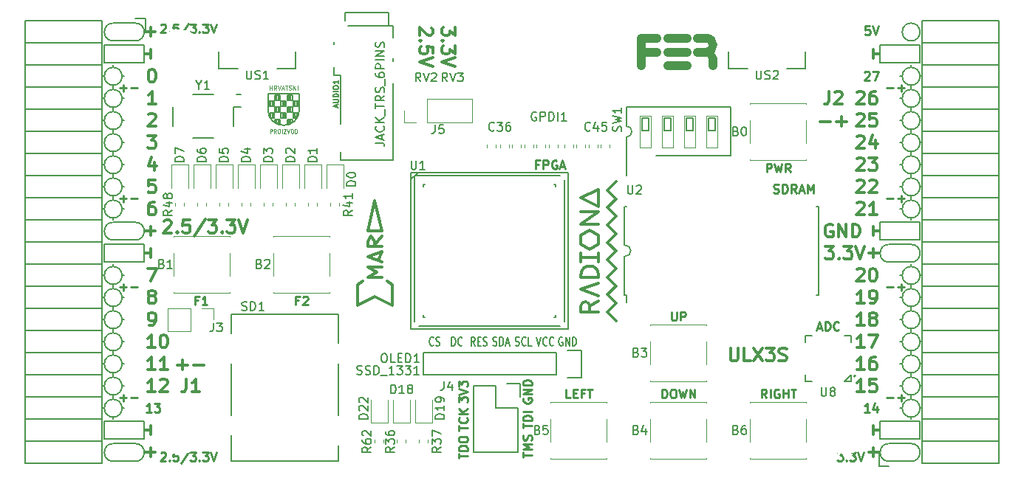
<source format=gto>
G04 #@! TF.GenerationSoftware,KiCad,Pcbnew,5.0.2+dfsg1-1*
G04 #@! TF.CreationDate,2019-04-09T12:09:05+02:00*
G04 #@! TF.ProjectId,ulx3s,756c7833-732e-46b6-9963-61645f706362,v3.0.7*
G04 #@! TF.SameCoordinates,Original*
G04 #@! TF.FileFunction,Legend,Top*
G04 #@! TF.FilePolarity,Positive*
%FSLAX46Y46*%
G04 Gerber Fmt 4.6, Leading zero omitted, Abs format (unit mm)*
G04 Created by KiCad (PCBNEW 5.0.2+dfsg1-1) date utorak, 09. travnja 2019. 12:09:05 CEST*
%MOMM*%
%LPD*%
G01*
G04 APERTURE LIST*
%ADD10C,0.250000*%
%ADD11C,0.300000*%
%ADD12C,0.200000*%
%ADD13C,0.150000*%
%ADD14C,0.120000*%
%ADD15C,1.000000*%
%ADD16C,0.075000*%
%ADD17C,0.152400*%
%ADD18R,0.800000X1.600000*%
%ADD19R,1.550000X1.000000*%
%ADD20R,1.550000X2.100000*%
%ADD21R,2.300000X1.900000*%
%ADD22R,2.900000X2.100000*%
%ADD23R,2.900000X2.300000*%
%ADD24R,2.900000X2.900000*%
%ADD25C,1.800000*%
%ADD26R,1.900000X2.000000*%
%ADD27R,0.500000X1.450000*%
%ADD28R,2.000000X2.000000*%
%ADD29R,2.200000X1.700000*%
%ADD30R,1.220000X2.540000*%
%ADD31R,0.400000X2.000000*%
%ADD32C,2.100000*%
%ADD33O,0.660000X1.300000*%
%ADD34R,0.660000X1.300000*%
%ADD35C,0.500000*%
%ADD36O,0.227000X0.608000*%
%ADD37O,0.608000X0.227000*%
%ADD38R,1.725000X1.725000*%
%ADD39O,0.400000X1.050000*%
%ADD40O,1.050000X0.400000*%
%ADD41R,1.050000X0.400000*%
%ADD42C,0.100000*%
%ADD43C,0.975000*%
%ADD44C,1.075000*%
%ADD45R,1.827200X2.132000*%
%ADD46O,1.827200X2.132000*%
%ADD47O,1.827200X1.827200*%
%ADD48R,1.827200X1.827200*%
%ADD49C,5.600000*%
%ADD50R,1.800000X1.800000*%
%ADD51O,1.800000X1.800000*%
%ADD52R,1.395000X1.500000*%
%ADD53R,1.650000X1.400000*%
G04 APERTURE END LIST*
D10*
X116641666Y-93497571D02*
X116308333Y-93497571D01*
X116308333Y-94021380D02*
X116308333Y-93021380D01*
X116784523Y-93021380D01*
X117117857Y-93116619D02*
X117165476Y-93069000D01*
X117260714Y-93021380D01*
X117498809Y-93021380D01*
X117594047Y-93069000D01*
X117641666Y-93116619D01*
X117689285Y-93211857D01*
X117689285Y-93307095D01*
X117641666Y-93449952D01*
X117070238Y-94021380D01*
X117689285Y-94021380D01*
X105084666Y-93497571D02*
X104751333Y-93497571D01*
X104751333Y-94021380D02*
X104751333Y-93021380D01*
X105227523Y-93021380D01*
X106132285Y-94021380D02*
X105560857Y-94021380D01*
X105846571Y-94021380D02*
X105846571Y-93021380D01*
X105751333Y-93164238D01*
X105656095Y-93259476D01*
X105560857Y-93307095D01*
X170236666Y-104689380D02*
X169903333Y-104213190D01*
X169665238Y-104689380D02*
X169665238Y-103689380D01*
X170046190Y-103689380D01*
X170141428Y-103737000D01*
X170189047Y-103784619D01*
X170236666Y-103879857D01*
X170236666Y-104022714D01*
X170189047Y-104117952D01*
X170141428Y-104165571D01*
X170046190Y-104213190D01*
X169665238Y-104213190D01*
X170665238Y-104689380D02*
X170665238Y-103689380D01*
X171665238Y-103737000D02*
X171570000Y-103689380D01*
X171427142Y-103689380D01*
X171284285Y-103737000D01*
X171189047Y-103832238D01*
X171141428Y-103927476D01*
X171093809Y-104117952D01*
X171093809Y-104260809D01*
X171141428Y-104451285D01*
X171189047Y-104546523D01*
X171284285Y-104641761D01*
X171427142Y-104689380D01*
X171522380Y-104689380D01*
X171665238Y-104641761D01*
X171712857Y-104594142D01*
X171712857Y-104260809D01*
X171522380Y-104260809D01*
X172141428Y-104689380D02*
X172141428Y-103689380D01*
X172141428Y-104165571D02*
X172712857Y-104165571D01*
X172712857Y-104689380D02*
X172712857Y-103689380D01*
X173046190Y-103689380D02*
X173617619Y-103689380D01*
X173331904Y-104689380D02*
X173331904Y-103689380D01*
X159354285Y-94799380D02*
X159354285Y-95608904D01*
X159401904Y-95704142D01*
X159449523Y-95751761D01*
X159544761Y-95799380D01*
X159735238Y-95799380D01*
X159830476Y-95751761D01*
X159878095Y-95704142D01*
X159925714Y-95608904D01*
X159925714Y-94799380D01*
X160401904Y-95799380D02*
X160401904Y-94799380D01*
X160782857Y-94799380D01*
X160878095Y-94847000D01*
X160925714Y-94894619D01*
X160973333Y-94989857D01*
X160973333Y-95132714D01*
X160925714Y-95227952D01*
X160878095Y-95275571D01*
X160782857Y-95323190D01*
X160401904Y-95323190D01*
X158259047Y-104689380D02*
X158259047Y-103689380D01*
X158497142Y-103689380D01*
X158640000Y-103737000D01*
X158735238Y-103832238D01*
X158782857Y-103927476D01*
X158830476Y-104117952D01*
X158830476Y-104260809D01*
X158782857Y-104451285D01*
X158735238Y-104546523D01*
X158640000Y-104641761D01*
X158497142Y-104689380D01*
X158259047Y-104689380D01*
X159449523Y-103689380D02*
X159640000Y-103689380D01*
X159735238Y-103737000D01*
X159830476Y-103832238D01*
X159878095Y-104022714D01*
X159878095Y-104356047D01*
X159830476Y-104546523D01*
X159735238Y-104641761D01*
X159640000Y-104689380D01*
X159449523Y-104689380D01*
X159354285Y-104641761D01*
X159259047Y-104546523D01*
X159211428Y-104356047D01*
X159211428Y-104022714D01*
X159259047Y-103832238D01*
X159354285Y-103737000D01*
X159449523Y-103689380D01*
X160211428Y-103689380D02*
X160449523Y-104689380D01*
X160640000Y-103975095D01*
X160830476Y-104689380D01*
X161068571Y-103689380D01*
X161449523Y-104689380D02*
X161449523Y-103689380D01*
X162020952Y-104689380D01*
X162020952Y-103689380D01*
X147757619Y-104689380D02*
X147281428Y-104689380D01*
X147281428Y-103689380D01*
X148090952Y-104165571D02*
X148424285Y-104165571D01*
X148567142Y-104689380D02*
X148090952Y-104689380D01*
X148090952Y-103689380D01*
X148567142Y-103689380D01*
X149329047Y-104165571D02*
X148995714Y-104165571D01*
X148995714Y-104689380D02*
X148995714Y-103689380D01*
X149471904Y-103689380D01*
X149710000Y-103689380D02*
X150281428Y-103689380D01*
X149995714Y-104689380D02*
X149995714Y-103689380D01*
X170251666Y-78781380D02*
X170251666Y-77781380D01*
X170632619Y-77781380D01*
X170727857Y-77829000D01*
X170775476Y-77876619D01*
X170823095Y-77971857D01*
X170823095Y-78114714D01*
X170775476Y-78209952D01*
X170727857Y-78257571D01*
X170632619Y-78305190D01*
X170251666Y-78305190D01*
X171156428Y-77781380D02*
X171394523Y-78781380D01*
X171585000Y-78067095D01*
X171775476Y-78781380D01*
X172013571Y-77781380D01*
X172965952Y-78781380D02*
X172632619Y-78305190D01*
X172394523Y-78781380D02*
X172394523Y-77781380D01*
X172775476Y-77781380D01*
X172870714Y-77829000D01*
X172918333Y-77876619D01*
X172965952Y-77971857D01*
X172965952Y-78114714D01*
X172918333Y-78209952D01*
X172870714Y-78257571D01*
X172775476Y-78305190D01*
X172394523Y-78305190D01*
D11*
X134560428Y-62144714D02*
X134560428Y-63073285D01*
X133989000Y-62573285D01*
X133989000Y-62787571D01*
X133917571Y-62930428D01*
X133846142Y-63001857D01*
X133703285Y-63073285D01*
X133346142Y-63073285D01*
X133203285Y-63001857D01*
X133131857Y-62930428D01*
X133060428Y-62787571D01*
X133060428Y-62359000D01*
X133131857Y-62216142D01*
X133203285Y-62144714D01*
X133203285Y-63716142D02*
X133131857Y-63787571D01*
X133060428Y-63716142D01*
X133131857Y-63644714D01*
X133203285Y-63716142D01*
X133060428Y-63716142D01*
X134560428Y-64287571D02*
X134560428Y-65216142D01*
X133989000Y-64716142D01*
X133989000Y-64930428D01*
X133917571Y-65073285D01*
X133846142Y-65144714D01*
X133703285Y-65216142D01*
X133346142Y-65216142D01*
X133203285Y-65144714D01*
X133131857Y-65073285D01*
X133060428Y-64930428D01*
X133060428Y-64501857D01*
X133131857Y-64359000D01*
X133203285Y-64287571D01*
X134560428Y-65644714D02*
X133060428Y-66144714D01*
X134560428Y-66644714D01*
X131877571Y-62216142D02*
X131949000Y-62287571D01*
X132020428Y-62430428D01*
X132020428Y-62787571D01*
X131949000Y-62930428D01*
X131877571Y-63001857D01*
X131734714Y-63073285D01*
X131591857Y-63073285D01*
X131377571Y-63001857D01*
X130520428Y-62144714D01*
X130520428Y-63073285D01*
X130663285Y-63716142D02*
X130591857Y-63787571D01*
X130520428Y-63716142D01*
X130591857Y-63644714D01*
X130663285Y-63716142D01*
X130520428Y-63716142D01*
X132020428Y-65144714D02*
X132020428Y-64430428D01*
X131306142Y-64359000D01*
X131377571Y-64430428D01*
X131449000Y-64573285D01*
X131449000Y-64930428D01*
X131377571Y-65073285D01*
X131306142Y-65144714D01*
X131163285Y-65216142D01*
X130806142Y-65216142D01*
X130663285Y-65144714D01*
X130591857Y-65073285D01*
X130520428Y-64930428D01*
X130520428Y-64573285D01*
X130591857Y-64430428D01*
X130663285Y-64359000D01*
X132020428Y-65644714D02*
X130520428Y-66144714D01*
X132020428Y-66644714D01*
X102760000Y-100897142D02*
X103902857Y-100897142D01*
X103331428Y-101468571D02*
X103331428Y-100325714D01*
X104617142Y-100897142D02*
X105760000Y-100897142D01*
X182492000Y-87582000D02*
X182492000Y-88598000D01*
X181984000Y-88090000D02*
X183254000Y-88090000D01*
X182492000Y-110442000D02*
X182492000Y-111458000D01*
X183254000Y-110950000D02*
X181984000Y-110950000D01*
X99688000Y-110442000D02*
X99688000Y-111458000D01*
X98926000Y-110950000D02*
X100196000Y-110950000D01*
X99688000Y-62182000D02*
X99688000Y-63198000D01*
X98926000Y-62690000D02*
X100196000Y-62690000D01*
X99688000Y-85042000D02*
X99688000Y-86058000D01*
X98926000Y-85550000D02*
X100196000Y-85550000D01*
D12*
X97910000Y-63706000D02*
G75*
G03X97910000Y-61674000I0J1016000D01*
G01*
X184270000Y-109934000D02*
G75*
G03X184270000Y-111966000I0J-1016000D01*
G01*
X95370000Y-111966000D02*
X97910000Y-111966000D01*
X95370000Y-109934000D02*
X97910000Y-109934000D01*
X97910000Y-111966000D02*
G75*
G03X97910000Y-109934000I0J1016000D01*
G01*
X95370000Y-109934000D02*
G75*
G03X95370000Y-111966000I0J-1016000D01*
G01*
X95370000Y-61674000D02*
X97910000Y-61674000D01*
X95370000Y-63706000D02*
X97910000Y-63706000D01*
X95370000Y-61674000D02*
G75*
G03X95370000Y-63706000I0J-1016000D01*
G01*
X95370000Y-84534000D02*
X97910000Y-84534000D01*
X95370000Y-86566000D02*
X97910000Y-86566000D01*
X95370000Y-84534000D02*
G75*
G03X95370000Y-86566000I0J-1016000D01*
G01*
X97910000Y-86566000D02*
G75*
G03X97910000Y-84534000I0J1016000D01*
G01*
X187826000Y-62690000D02*
G75*
G03X187826000Y-62690000I-1016000J0D01*
G01*
X184270000Y-89106000D02*
X186810000Y-89106000D01*
X184270000Y-87074000D02*
X186810000Y-87074000D01*
X184270000Y-87074000D02*
G75*
G03X184270000Y-89106000I0J-1016000D01*
G01*
X186810000Y-89106000D02*
G75*
G03X186810000Y-87074000I0J1016000D01*
G01*
X186810000Y-111966000D02*
X184270000Y-111966000D01*
X186810000Y-109934000D02*
X184270000Y-109934000D01*
X186810000Y-111966000D02*
G75*
G03X186810000Y-109934000I0J1016000D01*
G01*
X94354000Y-66246000D02*
X94354000Y-64214000D01*
X98926000Y-66246000D02*
X94354000Y-66246000D01*
X98926000Y-64214000D02*
X98926000Y-66246000D01*
X94354000Y-64214000D02*
X98926000Y-64214000D01*
X94354000Y-87074000D02*
X98926000Y-87074000D01*
X94354000Y-89106000D02*
X94354000Y-87074000D01*
X98926000Y-89106000D02*
X94354000Y-89106000D01*
X98926000Y-87074000D02*
X98926000Y-89106000D01*
X94354000Y-109426000D02*
X98926000Y-109426000D01*
X94354000Y-107394000D02*
X94354000Y-109426000D01*
X98926000Y-107394000D02*
X94354000Y-107394000D01*
X98926000Y-109426000D02*
X98926000Y-107394000D01*
X183254000Y-109426000D02*
X187826000Y-109426000D01*
X183254000Y-107394000D02*
X183254000Y-109426000D01*
X187826000Y-107394000D02*
X187826000Y-109426000D01*
X183254000Y-107394000D02*
X187826000Y-107394000D01*
X183254000Y-66246000D02*
X187826000Y-66246000D01*
X183254000Y-64214000D02*
X183254000Y-66246000D01*
X187826000Y-64214000D02*
X183254000Y-64214000D01*
X187826000Y-66246000D02*
X187826000Y-64214000D01*
X183254000Y-84534000D02*
X187826000Y-84534000D01*
X183254000Y-86566000D02*
X183254000Y-84534000D01*
X187826000Y-86566000D02*
X183254000Y-86566000D01*
X187826000Y-84534000D02*
X187826000Y-86566000D01*
D10*
X96148000Y-69111428D02*
X96909904Y-69111428D01*
X96528952Y-69492380D02*
X96528952Y-68730476D01*
X97386095Y-69111428D02*
X98148000Y-69111428D01*
X96148000Y-81811428D02*
X96909904Y-81811428D01*
X96528952Y-82192380D02*
X96528952Y-81430476D01*
X97386095Y-81811428D02*
X98148000Y-81811428D01*
X96148000Y-91971428D02*
X96909904Y-91971428D01*
X96528952Y-92352380D02*
X96528952Y-91590476D01*
X97386095Y-91971428D02*
X98148000Y-91971428D01*
X96148000Y-104671428D02*
X96909904Y-104671428D01*
X96528952Y-105052380D02*
X96528952Y-104290476D01*
X97386095Y-104671428D02*
X98148000Y-104671428D01*
X184032000Y-104671428D02*
X184793904Y-104671428D01*
X185270095Y-104671428D02*
X186032000Y-104671428D01*
X185651047Y-105052380D02*
X185651047Y-104290476D01*
X184032000Y-91971428D02*
X184793904Y-91971428D01*
X185270095Y-91971428D02*
X186032000Y-91971428D01*
X185651047Y-92352380D02*
X185651047Y-91590476D01*
X184032000Y-81811428D02*
X184793904Y-81811428D01*
X185270095Y-81811428D02*
X186032000Y-81811428D01*
X185651047Y-82192380D02*
X185651047Y-81430476D01*
X184032000Y-69111428D02*
X184793904Y-69111428D01*
X185270095Y-69111428D02*
X186032000Y-69111428D01*
X185651047Y-69492380D02*
X185651047Y-68730476D01*
D11*
X176420000Y-72957142D02*
X177562857Y-72957142D01*
X178277142Y-72957142D02*
X179420000Y-72957142D01*
X178848571Y-73528571D02*
X178848571Y-72385714D01*
D12*
X187826000Y-67770000D02*
G75*
G03X187826000Y-67770000I-1016000J0D01*
G01*
X187826000Y-70310000D02*
G75*
G03X187826000Y-70310000I-1016000J0D01*
G01*
X187826000Y-72850000D02*
G75*
G03X187826000Y-72850000I-1016000J0D01*
G01*
X187826000Y-75390000D02*
G75*
G03X187826000Y-75390000I-1016000J0D01*
G01*
X187826000Y-77930000D02*
G75*
G03X187826000Y-77930000I-1016000J0D01*
G01*
X187826000Y-80470000D02*
G75*
G03X187826000Y-80470000I-1016000J0D01*
G01*
X187826000Y-83010000D02*
G75*
G03X187826000Y-83010000I-1016000J0D01*
G01*
X187826000Y-90630000D02*
G75*
G03X187826000Y-90630000I-1016000J0D01*
G01*
X187826000Y-93170000D02*
G75*
G03X187826000Y-93170000I-1016000J0D01*
G01*
X187826000Y-95710000D02*
G75*
G03X187826000Y-95710000I-1016000J0D01*
G01*
X187826000Y-98250000D02*
G75*
G03X187826000Y-98250000I-1016000J0D01*
G01*
X187826000Y-100790000D02*
G75*
G03X187826000Y-100790000I-1016000J0D01*
G01*
X187826000Y-103330000D02*
G75*
G03X187826000Y-103330000I-1016000J0D01*
G01*
X187826000Y-105870000D02*
G75*
G03X187826000Y-105870000I-1016000J0D01*
G01*
X96386000Y-105870000D02*
G75*
G03X96386000Y-105870000I-1016000J0D01*
G01*
X96386000Y-103330000D02*
G75*
G03X96386000Y-103330000I-1016000J0D01*
G01*
X96386000Y-100790000D02*
G75*
G03X96386000Y-100790000I-1016000J0D01*
G01*
X96386000Y-98250000D02*
G75*
G03X96386000Y-98250000I-1016000J0D01*
G01*
X96386000Y-95710000D02*
G75*
G03X96386000Y-95710000I-1016000J0D01*
G01*
X96386000Y-93170000D02*
G75*
G03X96386000Y-93170000I-1016000J0D01*
G01*
X96386000Y-90630000D02*
G75*
G03X96386000Y-90630000I-1016000J0D01*
G01*
X96386000Y-83010000D02*
G75*
G03X96386000Y-83010000I-1016000J0D01*
G01*
X96386000Y-80470000D02*
G75*
G03X96386000Y-80470000I-1016000J0D01*
G01*
X96386000Y-77930000D02*
G75*
G03X96386000Y-77930000I-1016000J0D01*
G01*
X96386000Y-75390000D02*
G75*
G03X96386000Y-75390000I-1016000J0D01*
G01*
X96386000Y-72850000D02*
G75*
G03X96386000Y-72850000I-1016000J0D01*
G01*
X96386000Y-70310000D02*
G75*
G03X96386000Y-70310000I-1016000J0D01*
G01*
X96386000Y-67770000D02*
G75*
G03X96386000Y-67770000I-1016000J0D01*
G01*
D11*
X177793142Y-84800000D02*
X177650285Y-84728571D01*
X177436000Y-84728571D01*
X177221714Y-84800000D01*
X177078857Y-84942857D01*
X177007428Y-85085714D01*
X176936000Y-85371428D01*
X176936000Y-85585714D01*
X177007428Y-85871428D01*
X177078857Y-86014285D01*
X177221714Y-86157142D01*
X177436000Y-86228571D01*
X177578857Y-86228571D01*
X177793142Y-86157142D01*
X177864571Y-86085714D01*
X177864571Y-85585714D01*
X177578857Y-85585714D01*
X178507428Y-86228571D02*
X178507428Y-84728571D01*
X179364571Y-86228571D01*
X179364571Y-84728571D01*
X180078857Y-86228571D02*
X180078857Y-84728571D01*
X180436000Y-84728571D01*
X180650285Y-84800000D01*
X180793142Y-84942857D01*
X180864571Y-85085714D01*
X180936000Y-85371428D01*
X180936000Y-85585714D01*
X180864571Y-85871428D01*
X180793142Y-86014285D01*
X180650285Y-86157142D01*
X180436000Y-86228571D01*
X180078857Y-86228571D01*
X182492000Y-86058000D02*
X182492000Y-85042000D01*
X183254000Y-85550000D02*
X182492000Y-85550000D01*
X182492000Y-107902000D02*
X182492000Y-108918000D01*
X182492000Y-108410000D02*
X183254000Y-108410000D01*
D10*
X182047523Y-106322380D02*
X181476095Y-106322380D01*
X181761809Y-106322380D02*
X181761809Y-105322380D01*
X181666571Y-105465238D01*
X181571333Y-105560476D01*
X181476095Y-105608095D01*
X182904666Y-105655714D02*
X182904666Y-106322380D01*
X182666571Y-105274761D02*
X182428476Y-105989047D01*
X183047523Y-105989047D01*
X181476095Y-67317619D02*
X181523714Y-67270000D01*
X181618952Y-67222380D01*
X181857047Y-67222380D01*
X181952285Y-67270000D01*
X181999904Y-67317619D01*
X182047523Y-67412857D01*
X182047523Y-67508095D01*
X181999904Y-67650952D01*
X181428476Y-68222380D01*
X182047523Y-68222380D01*
X182380857Y-67222380D02*
X183047523Y-67222380D01*
X182618952Y-68222380D01*
D11*
X182492000Y-64722000D02*
X182492000Y-65738000D01*
X182492000Y-65230000D02*
X183254000Y-65230000D01*
X99688000Y-107902000D02*
X99688000Y-108918000D01*
X98926000Y-108410000D02*
X99688000Y-108410000D01*
X99315000Y-74568571D02*
X100243571Y-74568571D01*
X99743571Y-75140000D01*
X99957857Y-75140000D01*
X100100714Y-75211428D01*
X100172142Y-75282857D01*
X100243571Y-75425714D01*
X100243571Y-75782857D01*
X100172142Y-75925714D01*
X100100714Y-75997142D01*
X99957857Y-76068571D01*
X99529285Y-76068571D01*
X99386428Y-75997142D01*
X99315000Y-75925714D01*
X100100714Y-77608571D02*
X100100714Y-78608571D01*
X99743571Y-77037142D02*
X99386428Y-78108571D01*
X100315000Y-78108571D01*
X100172142Y-79648571D02*
X99457857Y-79648571D01*
X99386428Y-80362857D01*
X99457857Y-80291428D01*
X99600714Y-80220000D01*
X99957857Y-80220000D01*
X100100714Y-80291428D01*
X100172142Y-80362857D01*
X100243571Y-80505714D01*
X100243571Y-80862857D01*
X100172142Y-81005714D01*
X100100714Y-81077142D01*
X99957857Y-81148571D01*
X99600714Y-81148571D01*
X99457857Y-81077142D01*
X99386428Y-81005714D01*
D10*
X99751523Y-106322380D02*
X99180095Y-106322380D01*
X99465809Y-106322380D02*
X99465809Y-105322380D01*
X99370571Y-105465238D01*
X99275333Y-105560476D01*
X99180095Y-105608095D01*
X100084857Y-105322380D02*
X100703904Y-105322380D01*
X100370571Y-105703333D01*
X100513428Y-105703333D01*
X100608666Y-105750952D01*
X100656285Y-105798571D01*
X100703904Y-105893809D01*
X100703904Y-106131904D01*
X100656285Y-106227142D01*
X100608666Y-106274761D01*
X100513428Y-106322380D01*
X100227714Y-106322380D01*
X100132476Y-106274761D01*
X100084857Y-106227142D01*
D11*
X99315000Y-89808571D02*
X100315000Y-89808571D01*
X99672142Y-91308571D01*
X99688000Y-87582000D02*
X99688000Y-88598000D01*
X98926000Y-88090000D02*
X99688000Y-88090000D01*
X99688000Y-64722000D02*
X99688000Y-65738000D01*
X98926000Y-65230000D02*
X99688000Y-65230000D01*
D10*
X100817976Y-61874619D02*
X100865595Y-61827000D01*
X100960833Y-61779380D01*
X101198928Y-61779380D01*
X101294166Y-61827000D01*
X101341785Y-61874619D01*
X101389404Y-61969857D01*
X101389404Y-62065095D01*
X101341785Y-62207952D01*
X100770357Y-62779380D01*
X101389404Y-62779380D01*
X101817976Y-62684142D02*
X101865595Y-62731761D01*
X101817976Y-62779380D01*
X101770357Y-62731761D01*
X101817976Y-62684142D01*
X101817976Y-62779380D01*
X102770357Y-61779380D02*
X102294166Y-61779380D01*
X102246547Y-62255571D01*
X102294166Y-62207952D01*
X102389404Y-62160333D01*
X102627500Y-62160333D01*
X102722738Y-62207952D01*
X102770357Y-62255571D01*
X102817976Y-62350809D01*
X102817976Y-62588904D01*
X102770357Y-62684142D01*
X102722738Y-62731761D01*
X102627500Y-62779380D01*
X102389404Y-62779380D01*
X102294166Y-62731761D01*
X102246547Y-62684142D01*
X103960833Y-61731761D02*
X103103690Y-63017476D01*
X104198928Y-61779380D02*
X104817976Y-61779380D01*
X104484642Y-62160333D01*
X104627500Y-62160333D01*
X104722738Y-62207952D01*
X104770357Y-62255571D01*
X104817976Y-62350809D01*
X104817976Y-62588904D01*
X104770357Y-62684142D01*
X104722738Y-62731761D01*
X104627500Y-62779380D01*
X104341785Y-62779380D01*
X104246547Y-62731761D01*
X104198928Y-62684142D01*
X105246547Y-62684142D02*
X105294166Y-62731761D01*
X105246547Y-62779380D01*
X105198928Y-62731761D01*
X105246547Y-62684142D01*
X105246547Y-62779380D01*
X105627500Y-61779380D02*
X106246547Y-61779380D01*
X105913214Y-62160333D01*
X106056071Y-62160333D01*
X106151309Y-62207952D01*
X106198928Y-62255571D01*
X106246547Y-62350809D01*
X106246547Y-62588904D01*
X106198928Y-62684142D01*
X106151309Y-62731761D01*
X106056071Y-62779380D01*
X105770357Y-62779380D01*
X105675119Y-62731761D01*
X105627500Y-62684142D01*
X106532261Y-61779380D02*
X106865595Y-62779380D01*
X107198928Y-61779380D01*
X178360261Y-110910380D02*
X178979309Y-110910380D01*
X178645976Y-111291333D01*
X178788833Y-111291333D01*
X178884071Y-111338952D01*
X178931690Y-111386571D01*
X178979309Y-111481809D01*
X178979309Y-111719904D01*
X178931690Y-111815142D01*
X178884071Y-111862761D01*
X178788833Y-111910380D01*
X178503119Y-111910380D01*
X178407880Y-111862761D01*
X178360261Y-111815142D01*
X179407880Y-111815142D02*
X179455500Y-111862761D01*
X179407880Y-111910380D01*
X179360261Y-111862761D01*
X179407880Y-111815142D01*
X179407880Y-111910380D01*
X179788833Y-110910380D02*
X180407880Y-110910380D01*
X180074547Y-111291333D01*
X180217404Y-111291333D01*
X180312642Y-111338952D01*
X180360261Y-111386571D01*
X180407880Y-111481809D01*
X180407880Y-111719904D01*
X180360261Y-111815142D01*
X180312642Y-111862761D01*
X180217404Y-111910380D01*
X179931690Y-111910380D01*
X179836452Y-111862761D01*
X179788833Y-111815142D01*
X180693595Y-110910380D02*
X181026928Y-111910380D01*
X181360261Y-110910380D01*
D11*
X101199714Y-84381428D02*
X101271142Y-84310000D01*
X101414000Y-84238571D01*
X101771142Y-84238571D01*
X101914000Y-84310000D01*
X101985428Y-84381428D01*
X102056857Y-84524285D01*
X102056857Y-84667142D01*
X101985428Y-84881428D01*
X101128285Y-85738571D01*
X102056857Y-85738571D01*
X102699714Y-85595714D02*
X102771142Y-85667142D01*
X102699714Y-85738571D01*
X102628285Y-85667142D01*
X102699714Y-85595714D01*
X102699714Y-85738571D01*
X104128285Y-84238571D02*
X103414000Y-84238571D01*
X103342571Y-84952857D01*
X103414000Y-84881428D01*
X103556857Y-84810000D01*
X103914000Y-84810000D01*
X104056857Y-84881428D01*
X104128285Y-84952857D01*
X104199714Y-85095714D01*
X104199714Y-85452857D01*
X104128285Y-85595714D01*
X104056857Y-85667142D01*
X103914000Y-85738571D01*
X103556857Y-85738571D01*
X103414000Y-85667142D01*
X103342571Y-85595714D01*
X105914000Y-84167142D02*
X104628285Y-86095714D01*
X106271142Y-84238571D02*
X107199714Y-84238571D01*
X106699714Y-84810000D01*
X106914000Y-84810000D01*
X107056857Y-84881428D01*
X107128285Y-84952857D01*
X107199714Y-85095714D01*
X107199714Y-85452857D01*
X107128285Y-85595714D01*
X107056857Y-85667142D01*
X106914000Y-85738571D01*
X106485428Y-85738571D01*
X106342571Y-85667142D01*
X106271142Y-85595714D01*
X107842571Y-85595714D02*
X107914000Y-85667142D01*
X107842571Y-85738571D01*
X107771142Y-85667142D01*
X107842571Y-85595714D01*
X107842571Y-85738571D01*
X108414000Y-84238571D02*
X109342571Y-84238571D01*
X108842571Y-84810000D01*
X109056857Y-84810000D01*
X109199714Y-84881428D01*
X109271142Y-84952857D01*
X109342571Y-85095714D01*
X109342571Y-85452857D01*
X109271142Y-85595714D01*
X109199714Y-85667142D01*
X109056857Y-85738571D01*
X108628285Y-85738571D01*
X108485428Y-85667142D01*
X108414000Y-85595714D01*
X109771142Y-84238571D02*
X110271142Y-85738571D01*
X110771142Y-84238571D01*
D10*
X100817976Y-111023619D02*
X100865595Y-110976000D01*
X100960833Y-110928380D01*
X101198928Y-110928380D01*
X101294166Y-110976000D01*
X101341785Y-111023619D01*
X101389404Y-111118857D01*
X101389404Y-111214095D01*
X101341785Y-111356952D01*
X100770357Y-111928380D01*
X101389404Y-111928380D01*
X101817976Y-111833142D02*
X101865595Y-111880761D01*
X101817976Y-111928380D01*
X101770357Y-111880761D01*
X101817976Y-111833142D01*
X101817976Y-111928380D01*
X102770357Y-110928380D02*
X102294166Y-110928380D01*
X102246547Y-111404571D01*
X102294166Y-111356952D01*
X102389404Y-111309333D01*
X102627500Y-111309333D01*
X102722738Y-111356952D01*
X102770357Y-111404571D01*
X102817976Y-111499809D01*
X102817976Y-111737904D01*
X102770357Y-111833142D01*
X102722738Y-111880761D01*
X102627500Y-111928380D01*
X102389404Y-111928380D01*
X102294166Y-111880761D01*
X102246547Y-111833142D01*
X103960833Y-110880761D02*
X103103690Y-112166476D01*
X104198928Y-110928380D02*
X104817976Y-110928380D01*
X104484642Y-111309333D01*
X104627500Y-111309333D01*
X104722738Y-111356952D01*
X104770357Y-111404571D01*
X104817976Y-111499809D01*
X104817976Y-111737904D01*
X104770357Y-111833142D01*
X104722738Y-111880761D01*
X104627500Y-111928380D01*
X104341785Y-111928380D01*
X104246547Y-111880761D01*
X104198928Y-111833142D01*
X105246547Y-111833142D02*
X105294166Y-111880761D01*
X105246547Y-111928380D01*
X105198928Y-111880761D01*
X105246547Y-111833142D01*
X105246547Y-111928380D01*
X105627500Y-110928380D02*
X106246547Y-110928380D01*
X105913214Y-111309333D01*
X106056071Y-111309333D01*
X106151309Y-111356952D01*
X106198928Y-111404571D01*
X106246547Y-111499809D01*
X106246547Y-111737904D01*
X106198928Y-111833142D01*
X106151309Y-111880761D01*
X106056071Y-111928380D01*
X105770357Y-111928380D01*
X105675119Y-111880761D01*
X105627500Y-111833142D01*
X106532261Y-110928380D02*
X106865595Y-111928380D01*
X107198928Y-110928380D01*
X182047523Y-62015380D02*
X181571333Y-62015380D01*
X181523714Y-62491571D01*
X181571333Y-62443952D01*
X181666571Y-62396333D01*
X181904666Y-62396333D01*
X181999904Y-62443952D01*
X182047523Y-62491571D01*
X182095142Y-62586809D01*
X182095142Y-62824904D01*
X182047523Y-62920142D01*
X181999904Y-62967761D01*
X181904666Y-63015380D01*
X181666571Y-63015380D01*
X181571333Y-62967761D01*
X181523714Y-62920142D01*
X182380857Y-62015380D02*
X182714190Y-63015380D01*
X183047523Y-62015380D01*
D11*
X180587142Y-69631428D02*
X180658571Y-69560000D01*
X180801428Y-69488571D01*
X181158571Y-69488571D01*
X181301428Y-69560000D01*
X181372857Y-69631428D01*
X181444285Y-69774285D01*
X181444285Y-69917142D01*
X181372857Y-70131428D01*
X180515714Y-70988571D01*
X181444285Y-70988571D01*
X182730000Y-69488571D02*
X182444285Y-69488571D01*
X182301428Y-69560000D01*
X182230000Y-69631428D01*
X182087142Y-69845714D01*
X182015714Y-70131428D01*
X182015714Y-70702857D01*
X182087142Y-70845714D01*
X182158571Y-70917142D01*
X182301428Y-70988571D01*
X182587142Y-70988571D01*
X182730000Y-70917142D01*
X182801428Y-70845714D01*
X182872857Y-70702857D01*
X182872857Y-70345714D01*
X182801428Y-70202857D01*
X182730000Y-70131428D01*
X182587142Y-70060000D01*
X182301428Y-70060000D01*
X182158571Y-70131428D01*
X182087142Y-70202857D01*
X182015714Y-70345714D01*
X180587142Y-72171428D02*
X180658571Y-72100000D01*
X180801428Y-72028571D01*
X181158571Y-72028571D01*
X181301428Y-72100000D01*
X181372857Y-72171428D01*
X181444285Y-72314285D01*
X181444285Y-72457142D01*
X181372857Y-72671428D01*
X180515714Y-73528571D01*
X181444285Y-73528571D01*
X182801428Y-72028571D02*
X182087142Y-72028571D01*
X182015714Y-72742857D01*
X182087142Y-72671428D01*
X182230000Y-72600000D01*
X182587142Y-72600000D01*
X182730000Y-72671428D01*
X182801428Y-72742857D01*
X182872857Y-72885714D01*
X182872857Y-73242857D01*
X182801428Y-73385714D01*
X182730000Y-73457142D01*
X182587142Y-73528571D01*
X182230000Y-73528571D01*
X182087142Y-73457142D01*
X182015714Y-73385714D01*
X180587142Y-74711428D02*
X180658571Y-74640000D01*
X180801428Y-74568571D01*
X181158571Y-74568571D01*
X181301428Y-74640000D01*
X181372857Y-74711428D01*
X181444285Y-74854285D01*
X181444285Y-74997142D01*
X181372857Y-75211428D01*
X180515714Y-76068571D01*
X181444285Y-76068571D01*
X182730000Y-75068571D02*
X182730000Y-76068571D01*
X182372857Y-74497142D02*
X182015714Y-75568571D01*
X182944285Y-75568571D01*
X180587142Y-77251428D02*
X180658571Y-77180000D01*
X180801428Y-77108571D01*
X181158571Y-77108571D01*
X181301428Y-77180000D01*
X181372857Y-77251428D01*
X181444285Y-77394285D01*
X181444285Y-77537142D01*
X181372857Y-77751428D01*
X180515714Y-78608571D01*
X181444285Y-78608571D01*
X181944285Y-77108571D02*
X182872857Y-77108571D01*
X182372857Y-77680000D01*
X182587142Y-77680000D01*
X182730000Y-77751428D01*
X182801428Y-77822857D01*
X182872857Y-77965714D01*
X182872857Y-78322857D01*
X182801428Y-78465714D01*
X182730000Y-78537142D01*
X182587142Y-78608571D01*
X182158571Y-78608571D01*
X182015714Y-78537142D01*
X181944285Y-78465714D01*
X180587142Y-79791428D02*
X180658571Y-79720000D01*
X180801428Y-79648571D01*
X181158571Y-79648571D01*
X181301428Y-79720000D01*
X181372857Y-79791428D01*
X181444285Y-79934285D01*
X181444285Y-80077142D01*
X181372857Y-80291428D01*
X180515714Y-81148571D01*
X181444285Y-81148571D01*
X182015714Y-79791428D02*
X182087142Y-79720000D01*
X182230000Y-79648571D01*
X182587142Y-79648571D01*
X182730000Y-79720000D01*
X182801428Y-79791428D01*
X182872857Y-79934285D01*
X182872857Y-80077142D01*
X182801428Y-80291428D01*
X181944285Y-81148571D01*
X182872857Y-81148571D01*
X180587142Y-82331428D02*
X180658571Y-82260000D01*
X180801428Y-82188571D01*
X181158571Y-82188571D01*
X181301428Y-82260000D01*
X181372857Y-82331428D01*
X181444285Y-82474285D01*
X181444285Y-82617142D01*
X181372857Y-82831428D01*
X180515714Y-83688571D01*
X181444285Y-83688571D01*
X182872857Y-83688571D02*
X182015714Y-83688571D01*
X182444285Y-83688571D02*
X182444285Y-82188571D01*
X182301428Y-82402857D01*
X182158571Y-82545714D01*
X182015714Y-82617142D01*
X176975714Y-87268571D02*
X177904285Y-87268571D01*
X177404285Y-87840000D01*
X177618571Y-87840000D01*
X177761428Y-87911428D01*
X177832857Y-87982857D01*
X177904285Y-88125714D01*
X177904285Y-88482857D01*
X177832857Y-88625714D01*
X177761428Y-88697142D01*
X177618571Y-88768571D01*
X177190000Y-88768571D01*
X177047142Y-88697142D01*
X176975714Y-88625714D01*
X178547142Y-88625714D02*
X178618571Y-88697142D01*
X178547142Y-88768571D01*
X178475714Y-88697142D01*
X178547142Y-88625714D01*
X178547142Y-88768571D01*
X179118571Y-87268571D02*
X180047142Y-87268571D01*
X179547142Y-87840000D01*
X179761428Y-87840000D01*
X179904285Y-87911428D01*
X179975714Y-87982857D01*
X180047142Y-88125714D01*
X180047142Y-88482857D01*
X179975714Y-88625714D01*
X179904285Y-88697142D01*
X179761428Y-88768571D01*
X179332857Y-88768571D01*
X179190000Y-88697142D01*
X179118571Y-88625714D01*
X180475714Y-87268571D02*
X180975714Y-88768571D01*
X181475714Y-87268571D01*
X180587142Y-89951428D02*
X180658571Y-89880000D01*
X180801428Y-89808571D01*
X181158571Y-89808571D01*
X181301428Y-89880000D01*
X181372857Y-89951428D01*
X181444285Y-90094285D01*
X181444285Y-90237142D01*
X181372857Y-90451428D01*
X180515714Y-91308571D01*
X181444285Y-91308571D01*
X182372857Y-89808571D02*
X182515714Y-89808571D01*
X182658571Y-89880000D01*
X182730000Y-89951428D01*
X182801428Y-90094285D01*
X182872857Y-90380000D01*
X182872857Y-90737142D01*
X182801428Y-91022857D01*
X182730000Y-91165714D01*
X182658571Y-91237142D01*
X182515714Y-91308571D01*
X182372857Y-91308571D01*
X182230000Y-91237142D01*
X182158571Y-91165714D01*
X182087142Y-91022857D01*
X182015714Y-90737142D01*
X182015714Y-90380000D01*
X182087142Y-90094285D01*
X182158571Y-89951428D01*
X182230000Y-89880000D01*
X182372857Y-89808571D01*
X181444285Y-93848571D02*
X180587142Y-93848571D01*
X181015714Y-93848571D02*
X181015714Y-92348571D01*
X180872857Y-92562857D01*
X180730000Y-92705714D01*
X180587142Y-92777142D01*
X182158571Y-93848571D02*
X182444285Y-93848571D01*
X182587142Y-93777142D01*
X182658571Y-93705714D01*
X182801428Y-93491428D01*
X182872857Y-93205714D01*
X182872857Y-92634285D01*
X182801428Y-92491428D01*
X182730000Y-92420000D01*
X182587142Y-92348571D01*
X182301428Y-92348571D01*
X182158571Y-92420000D01*
X182087142Y-92491428D01*
X182015714Y-92634285D01*
X182015714Y-92991428D01*
X182087142Y-93134285D01*
X182158571Y-93205714D01*
X182301428Y-93277142D01*
X182587142Y-93277142D01*
X182730000Y-93205714D01*
X182801428Y-93134285D01*
X182872857Y-92991428D01*
X181444285Y-96388571D02*
X180587142Y-96388571D01*
X181015714Y-96388571D02*
X181015714Y-94888571D01*
X180872857Y-95102857D01*
X180730000Y-95245714D01*
X180587142Y-95317142D01*
X182301428Y-95531428D02*
X182158571Y-95460000D01*
X182087142Y-95388571D01*
X182015714Y-95245714D01*
X182015714Y-95174285D01*
X182087142Y-95031428D01*
X182158571Y-94960000D01*
X182301428Y-94888571D01*
X182587142Y-94888571D01*
X182730000Y-94960000D01*
X182801428Y-95031428D01*
X182872857Y-95174285D01*
X182872857Y-95245714D01*
X182801428Y-95388571D01*
X182730000Y-95460000D01*
X182587142Y-95531428D01*
X182301428Y-95531428D01*
X182158571Y-95602857D01*
X182087142Y-95674285D01*
X182015714Y-95817142D01*
X182015714Y-96102857D01*
X182087142Y-96245714D01*
X182158571Y-96317142D01*
X182301428Y-96388571D01*
X182587142Y-96388571D01*
X182730000Y-96317142D01*
X182801428Y-96245714D01*
X182872857Y-96102857D01*
X182872857Y-95817142D01*
X182801428Y-95674285D01*
X182730000Y-95602857D01*
X182587142Y-95531428D01*
X181444285Y-98928571D02*
X180587142Y-98928571D01*
X181015714Y-98928571D02*
X181015714Y-97428571D01*
X180872857Y-97642857D01*
X180730000Y-97785714D01*
X180587142Y-97857142D01*
X181944285Y-97428571D02*
X182944285Y-97428571D01*
X182301428Y-98928571D01*
X181444285Y-101468571D02*
X180587142Y-101468571D01*
X181015714Y-101468571D02*
X181015714Y-99968571D01*
X180872857Y-100182857D01*
X180730000Y-100325714D01*
X180587142Y-100397142D01*
X182730000Y-99968571D02*
X182444285Y-99968571D01*
X182301428Y-100040000D01*
X182230000Y-100111428D01*
X182087142Y-100325714D01*
X182015714Y-100611428D01*
X182015714Y-101182857D01*
X182087142Y-101325714D01*
X182158571Y-101397142D01*
X182301428Y-101468571D01*
X182587142Y-101468571D01*
X182730000Y-101397142D01*
X182801428Y-101325714D01*
X182872857Y-101182857D01*
X182872857Y-100825714D01*
X182801428Y-100682857D01*
X182730000Y-100611428D01*
X182587142Y-100540000D01*
X182301428Y-100540000D01*
X182158571Y-100611428D01*
X182087142Y-100682857D01*
X182015714Y-100825714D01*
X181444285Y-104008571D02*
X180587142Y-104008571D01*
X181015714Y-104008571D02*
X181015714Y-102508571D01*
X180872857Y-102722857D01*
X180730000Y-102865714D01*
X180587142Y-102937142D01*
X182801428Y-102508571D02*
X182087142Y-102508571D01*
X182015714Y-103222857D01*
X182087142Y-103151428D01*
X182230000Y-103080000D01*
X182587142Y-103080000D01*
X182730000Y-103151428D01*
X182801428Y-103222857D01*
X182872857Y-103365714D01*
X182872857Y-103722857D01*
X182801428Y-103865714D01*
X182730000Y-103937142D01*
X182587142Y-104008571D01*
X182230000Y-104008571D01*
X182087142Y-103937142D01*
X182015714Y-103865714D01*
D12*
X186810000Y-66500000D02*
X186810000Y-66754000D01*
X187826000Y-67770000D02*
X188080000Y-67770000D01*
X185540000Y-67770000D02*
X185794000Y-67770000D01*
X186810000Y-69294000D02*
X186810000Y-68786000D01*
X187826000Y-70310000D02*
X188080000Y-70310000D01*
X185540000Y-70310000D02*
X185794000Y-70310000D01*
X186810000Y-71326000D02*
X186810000Y-71834000D01*
X187826000Y-72850000D02*
X188080000Y-72850000D01*
X185540000Y-72850000D02*
X185794000Y-72850000D01*
X186810000Y-73866000D02*
X186810000Y-74374000D01*
X187826000Y-75390000D02*
X188080000Y-75390000D01*
X185540000Y-75390000D02*
X185794000Y-75390000D01*
X186810000Y-76406000D02*
X186810000Y-76914000D01*
X187826000Y-77930000D02*
X188080000Y-77930000D01*
X185540000Y-77930000D02*
X185794000Y-77930000D01*
X186810000Y-79454000D02*
X186810000Y-78946000D01*
X187826000Y-80470000D02*
X188080000Y-80470000D01*
X185540000Y-80470000D02*
X185794000Y-80470000D01*
X186810000Y-81994000D02*
X186810000Y-81486000D01*
X187826000Y-83010000D02*
X188080000Y-83010000D01*
X185540000Y-83010000D02*
X185794000Y-83010000D01*
X186810000Y-84026000D02*
X186810000Y-84280000D01*
X186810000Y-89360000D02*
X186810000Y-89614000D01*
X187826000Y-90630000D02*
X188080000Y-90630000D01*
X185540000Y-90630000D02*
X185794000Y-90630000D01*
X186810000Y-91646000D02*
X186810000Y-92154000D01*
X187826000Y-93170000D02*
X188080000Y-93170000D01*
X185540000Y-93170000D02*
X185794000Y-93170000D01*
X186810000Y-94186000D02*
X186810000Y-94694000D01*
X187826000Y-95710000D02*
X188080000Y-95710000D01*
X185540000Y-95710000D02*
X185794000Y-95710000D01*
X186810000Y-97234000D02*
X186810000Y-96726000D01*
X187826000Y-98250000D02*
X188080000Y-98250000D01*
X185540000Y-98250000D02*
X185794000Y-98250000D01*
X187826000Y-100790000D02*
X188080000Y-100790000D01*
X185540000Y-100790000D02*
X185794000Y-100790000D01*
X186810000Y-99266000D02*
X186810000Y-99774000D01*
X186810000Y-102314000D02*
X186810000Y-101806000D01*
X187826000Y-103330000D02*
X188080000Y-103330000D01*
X185540000Y-103330000D02*
X185794000Y-103330000D01*
X186810000Y-104346000D02*
X186810000Y-104854000D01*
X185540000Y-105870000D02*
X185794000Y-105870000D01*
X187826000Y-105870000D02*
X188080000Y-105870000D01*
X186810000Y-106886000D02*
X186810000Y-107140000D01*
X95370000Y-66754000D02*
X95370000Y-66500000D01*
X96386000Y-67770000D02*
X96640000Y-67770000D01*
X94100000Y-67770000D02*
X94354000Y-67770000D01*
X95370000Y-68786000D02*
X95370000Y-69294000D01*
X96386000Y-70310000D02*
X96640000Y-70310000D01*
X94100000Y-70310000D02*
X94354000Y-70310000D01*
X95370000Y-71326000D02*
X95370000Y-71834000D01*
X96386000Y-72850000D02*
X96640000Y-72850000D01*
X94100000Y-72850000D02*
X94354000Y-72850000D01*
X95370000Y-73866000D02*
X95370000Y-74374000D01*
X96386000Y-75390000D02*
X96640000Y-75390000D01*
X95370000Y-76406000D02*
X95370000Y-76914000D01*
X96386000Y-77930000D02*
X96640000Y-77930000D01*
X94100000Y-77930000D02*
X94354000Y-77930000D01*
X95370000Y-79454000D02*
X95370000Y-78946000D01*
X96386000Y-80470000D02*
X96640000Y-80470000D01*
X94100000Y-80470000D02*
X94354000Y-80470000D01*
X95370000Y-81486000D02*
X95370000Y-81994000D01*
X96386000Y-83010000D02*
X96640000Y-83010000D01*
X95370000Y-84026000D02*
X95370000Y-84280000D01*
X94100000Y-83010000D02*
X94354000Y-83010000D01*
X95370000Y-106886000D02*
X95370000Y-107140000D01*
X95370000Y-89360000D02*
X95370000Y-89614000D01*
X96386000Y-93170000D02*
X96640000Y-93170000D01*
X94100000Y-93170000D02*
X94354000Y-93170000D01*
X95370000Y-94186000D02*
X95370000Y-94694000D01*
X94100000Y-90630000D02*
X94354000Y-90630000D01*
X96386000Y-90630000D02*
X96640000Y-90630000D01*
X95370000Y-92154000D02*
X95370000Y-91646000D01*
X96386000Y-95710000D02*
X96640000Y-95710000D01*
X94100000Y-95710000D02*
X94354000Y-95710000D01*
X96386000Y-98250000D02*
X96640000Y-98250000D01*
X94354000Y-98250000D02*
X94100000Y-98250000D01*
X95370000Y-96726000D02*
X95370000Y-97234000D01*
X95370000Y-99266000D02*
X95370000Y-99774000D01*
X94100000Y-100790000D02*
X94354000Y-100790000D01*
X96386000Y-100790000D02*
X96640000Y-100790000D01*
X94100000Y-103330000D02*
X94354000Y-103330000D01*
X96386000Y-103330000D02*
X96640000Y-103330000D01*
X95370000Y-101806000D02*
X95370000Y-102314000D01*
X95370000Y-104346000D02*
X95370000Y-104854000D01*
X96386000Y-105870000D02*
X96640000Y-105870000D01*
X94100000Y-105870000D02*
X94354000Y-105870000D01*
D11*
X100164285Y-104008571D02*
X99307142Y-104008571D01*
X99735714Y-104008571D02*
X99735714Y-102508571D01*
X99592857Y-102722857D01*
X99450000Y-102865714D01*
X99307142Y-102937142D01*
X100735714Y-102651428D02*
X100807142Y-102580000D01*
X100950000Y-102508571D01*
X101307142Y-102508571D01*
X101450000Y-102580000D01*
X101521428Y-102651428D01*
X101592857Y-102794285D01*
X101592857Y-102937142D01*
X101521428Y-103151428D01*
X100664285Y-104008571D01*
X101592857Y-104008571D01*
X100164285Y-101468571D02*
X99307142Y-101468571D01*
X99735714Y-101468571D02*
X99735714Y-99968571D01*
X99592857Y-100182857D01*
X99450000Y-100325714D01*
X99307142Y-100397142D01*
X101592857Y-101468571D02*
X100735714Y-101468571D01*
X101164285Y-101468571D02*
X101164285Y-99968571D01*
X101021428Y-100182857D01*
X100878571Y-100325714D01*
X100735714Y-100397142D01*
X100164285Y-98928571D02*
X99307142Y-98928571D01*
X99735714Y-98928571D02*
X99735714Y-97428571D01*
X99592857Y-97642857D01*
X99450000Y-97785714D01*
X99307142Y-97857142D01*
X101092857Y-97428571D02*
X101235714Y-97428571D01*
X101378571Y-97500000D01*
X101450000Y-97571428D01*
X101521428Y-97714285D01*
X101592857Y-98000000D01*
X101592857Y-98357142D01*
X101521428Y-98642857D01*
X101450000Y-98785714D01*
X101378571Y-98857142D01*
X101235714Y-98928571D01*
X101092857Y-98928571D01*
X100950000Y-98857142D01*
X100878571Y-98785714D01*
X100807142Y-98642857D01*
X100735714Y-98357142D01*
X100735714Y-98000000D01*
X100807142Y-97714285D01*
X100878571Y-97571428D01*
X100950000Y-97500000D01*
X101092857Y-97428571D01*
X99529285Y-96388571D02*
X99815000Y-96388571D01*
X99957857Y-96317142D01*
X100029285Y-96245714D01*
X100172142Y-96031428D01*
X100243571Y-95745714D01*
X100243571Y-95174285D01*
X100172142Y-95031428D01*
X100100714Y-94960000D01*
X99957857Y-94888571D01*
X99672142Y-94888571D01*
X99529285Y-94960000D01*
X99457857Y-95031428D01*
X99386428Y-95174285D01*
X99386428Y-95531428D01*
X99457857Y-95674285D01*
X99529285Y-95745714D01*
X99672142Y-95817142D01*
X99957857Y-95817142D01*
X100100714Y-95745714D01*
X100172142Y-95674285D01*
X100243571Y-95531428D01*
X99672142Y-92991428D02*
X99529285Y-92920000D01*
X99457857Y-92848571D01*
X99386428Y-92705714D01*
X99386428Y-92634285D01*
X99457857Y-92491428D01*
X99529285Y-92420000D01*
X99672142Y-92348571D01*
X99957857Y-92348571D01*
X100100714Y-92420000D01*
X100172142Y-92491428D01*
X100243571Y-92634285D01*
X100243571Y-92705714D01*
X100172142Y-92848571D01*
X100100714Y-92920000D01*
X99957857Y-92991428D01*
X99672142Y-92991428D01*
X99529285Y-93062857D01*
X99457857Y-93134285D01*
X99386428Y-93277142D01*
X99386428Y-93562857D01*
X99457857Y-93705714D01*
X99529285Y-93777142D01*
X99672142Y-93848571D01*
X99957857Y-93848571D01*
X100100714Y-93777142D01*
X100172142Y-93705714D01*
X100243571Y-93562857D01*
X100243571Y-93277142D01*
X100172142Y-93134285D01*
X100100714Y-93062857D01*
X99957857Y-92991428D01*
X100100714Y-82188571D02*
X99815000Y-82188571D01*
X99672142Y-82260000D01*
X99600714Y-82331428D01*
X99457857Y-82545714D01*
X99386428Y-82831428D01*
X99386428Y-83402857D01*
X99457857Y-83545714D01*
X99529285Y-83617142D01*
X99672142Y-83688571D01*
X99957857Y-83688571D01*
X100100714Y-83617142D01*
X100172142Y-83545714D01*
X100243571Y-83402857D01*
X100243571Y-83045714D01*
X100172142Y-82902857D01*
X100100714Y-82831428D01*
X99957857Y-82760000D01*
X99672142Y-82760000D01*
X99529285Y-82831428D01*
X99457857Y-82902857D01*
X99386428Y-83045714D01*
X99386428Y-72171428D02*
X99457857Y-72100000D01*
X99600714Y-72028571D01*
X99957857Y-72028571D01*
X100100714Y-72100000D01*
X100172142Y-72171428D01*
X100243571Y-72314285D01*
X100243571Y-72457142D01*
X100172142Y-72671428D01*
X99315000Y-73528571D01*
X100243571Y-73528571D01*
X100243571Y-70988571D02*
X99386428Y-70988571D01*
X99815000Y-70988571D02*
X99815000Y-69488571D01*
X99672142Y-69702857D01*
X99529285Y-69845714D01*
X99386428Y-69917142D01*
X99743571Y-66948571D02*
X99886428Y-66948571D01*
X100029285Y-67020000D01*
X100100714Y-67091428D01*
X100172142Y-67234285D01*
X100243571Y-67520000D01*
X100243571Y-67877142D01*
X100172142Y-68162857D01*
X100100714Y-68305714D01*
X100029285Y-68377142D01*
X99886428Y-68448571D01*
X99743571Y-68448571D01*
X99600714Y-68377142D01*
X99529285Y-68305714D01*
X99457857Y-68162857D01*
X99386428Y-67877142D01*
X99386428Y-67520000D01*
X99457857Y-67234285D01*
X99529285Y-67091428D01*
X99600714Y-67020000D01*
X99743571Y-66948571D01*
X166105428Y-98952571D02*
X166105428Y-100166857D01*
X166176857Y-100309714D01*
X166248285Y-100381142D01*
X166391142Y-100452571D01*
X166676857Y-100452571D01*
X166819714Y-100381142D01*
X166891142Y-100309714D01*
X166962571Y-100166857D01*
X166962571Y-98952571D01*
X168391142Y-100452571D02*
X167676857Y-100452571D01*
X167676857Y-98952571D01*
X168748285Y-98952571D02*
X169748285Y-100452571D01*
X169748285Y-98952571D02*
X168748285Y-100452571D01*
X170176857Y-98952571D02*
X171105428Y-98952571D01*
X170605428Y-99524000D01*
X170819714Y-99524000D01*
X170962571Y-99595428D01*
X171034000Y-99666857D01*
X171105428Y-99809714D01*
X171105428Y-100166857D01*
X171034000Y-100309714D01*
X170962571Y-100381142D01*
X170819714Y-100452571D01*
X170391142Y-100452571D01*
X170248285Y-100381142D01*
X170176857Y-100309714D01*
X171676857Y-100381142D02*
X171891142Y-100452571D01*
X172248285Y-100452571D01*
X172391142Y-100381142D01*
X172462571Y-100309714D01*
X172534000Y-100166857D01*
X172534000Y-100024000D01*
X172462571Y-99881142D01*
X172391142Y-99809714D01*
X172248285Y-99738285D01*
X171962571Y-99666857D01*
X171819714Y-99595428D01*
X171748285Y-99524000D01*
X171676857Y-99381142D01*
X171676857Y-99238285D01*
X171748285Y-99095428D01*
X171819714Y-99024000D01*
X171962571Y-98952571D01*
X172319714Y-98952571D01*
X172534000Y-99024000D01*
D10*
X144137285Y-77876571D02*
X143803952Y-77876571D01*
X143803952Y-78400380D02*
X143803952Y-77400380D01*
X144280142Y-77400380D01*
X144661095Y-78400380D02*
X144661095Y-77400380D01*
X145042047Y-77400380D01*
X145137285Y-77448000D01*
X145184904Y-77495619D01*
X145232523Y-77590857D01*
X145232523Y-77733714D01*
X145184904Y-77828952D01*
X145137285Y-77876571D01*
X145042047Y-77924190D01*
X144661095Y-77924190D01*
X146184904Y-77448000D02*
X146089666Y-77400380D01*
X145946809Y-77400380D01*
X145803952Y-77448000D01*
X145708714Y-77543238D01*
X145661095Y-77638476D01*
X145613476Y-77828952D01*
X145613476Y-77971809D01*
X145661095Y-78162285D01*
X145708714Y-78257523D01*
X145803952Y-78352761D01*
X145946809Y-78400380D01*
X146042047Y-78400380D01*
X146184904Y-78352761D01*
X146232523Y-78305142D01*
X146232523Y-77971809D01*
X146042047Y-77971809D01*
X146613476Y-78114666D02*
X147089666Y-78114666D01*
X146518238Y-78400380D02*
X146851571Y-77400380D01*
X147184904Y-78400380D01*
X171062285Y-81128761D02*
X171205142Y-81176380D01*
X171443238Y-81176380D01*
X171538476Y-81128761D01*
X171586095Y-81081142D01*
X171633714Y-80985904D01*
X171633714Y-80890666D01*
X171586095Y-80795428D01*
X171538476Y-80747809D01*
X171443238Y-80700190D01*
X171252761Y-80652571D01*
X171157523Y-80604952D01*
X171109904Y-80557333D01*
X171062285Y-80462095D01*
X171062285Y-80366857D01*
X171109904Y-80271619D01*
X171157523Y-80224000D01*
X171252761Y-80176380D01*
X171490857Y-80176380D01*
X171633714Y-80224000D01*
X172062285Y-81176380D02*
X172062285Y-80176380D01*
X172300380Y-80176380D01*
X172443238Y-80224000D01*
X172538476Y-80319238D01*
X172586095Y-80414476D01*
X172633714Y-80604952D01*
X172633714Y-80747809D01*
X172586095Y-80938285D01*
X172538476Y-81033523D01*
X172443238Y-81128761D01*
X172300380Y-81176380D01*
X172062285Y-81176380D01*
X173633714Y-81176380D02*
X173300380Y-80700190D01*
X173062285Y-81176380D02*
X173062285Y-80176380D01*
X173443238Y-80176380D01*
X173538476Y-80224000D01*
X173586095Y-80271619D01*
X173633714Y-80366857D01*
X173633714Y-80509714D01*
X173586095Y-80604952D01*
X173538476Y-80652571D01*
X173443238Y-80700190D01*
X173062285Y-80700190D01*
X174014666Y-80890666D02*
X174490857Y-80890666D01*
X173919428Y-81176380D02*
X174252761Y-80176380D01*
X174586095Y-81176380D01*
X174919428Y-81176380D02*
X174919428Y-80176380D01*
X175252761Y-80890666D01*
X175586095Y-80176380D01*
X175586095Y-81176380D01*
X176061904Y-96656666D02*
X176538095Y-96656666D01*
X175966666Y-96942380D02*
X176300000Y-95942380D01*
X176633333Y-96942380D01*
X176966666Y-96942380D02*
X176966666Y-95942380D01*
X177204761Y-95942380D01*
X177347619Y-95990000D01*
X177442857Y-96085238D01*
X177490476Y-96180476D01*
X177538095Y-96370952D01*
X177538095Y-96513809D01*
X177490476Y-96704285D01*
X177442857Y-96799523D01*
X177347619Y-96894761D01*
X177204761Y-96942380D01*
X176966666Y-96942380D01*
X178538095Y-96847142D02*
X178490476Y-96894761D01*
X178347619Y-96942380D01*
X178252380Y-96942380D01*
X178109523Y-96894761D01*
X178014285Y-96799523D01*
X177966666Y-96704285D01*
X177919047Y-96513809D01*
X177919047Y-96370952D01*
X177966666Y-96180476D01*
X178014285Y-96085238D01*
X178109523Y-95990000D01*
X178252380Y-95942380D01*
X178347619Y-95942380D01*
X178490476Y-95990000D01*
X178538095Y-96037619D01*
X142335380Y-111521333D02*
X142335380Y-110949904D01*
X143335380Y-111235619D02*
X142335380Y-111235619D01*
X143335380Y-110616571D02*
X142335380Y-110616571D01*
X143049666Y-110283238D01*
X142335380Y-109949904D01*
X143335380Y-109949904D01*
X143287761Y-109521333D02*
X143335380Y-109378476D01*
X143335380Y-109140380D01*
X143287761Y-109045142D01*
X143240142Y-108997523D01*
X143144904Y-108949904D01*
X143049666Y-108949904D01*
X142954428Y-108997523D01*
X142906809Y-109045142D01*
X142859190Y-109140380D01*
X142811571Y-109330857D01*
X142763952Y-109426095D01*
X142716333Y-109473714D01*
X142621095Y-109521333D01*
X142525857Y-109521333D01*
X142430619Y-109473714D01*
X142383000Y-109426095D01*
X142335380Y-109330857D01*
X142335380Y-109092761D01*
X142383000Y-108949904D01*
X142335380Y-108163809D02*
X142335380Y-107592380D01*
X143335380Y-107878095D02*
X142335380Y-107878095D01*
X143335380Y-107259047D02*
X142335380Y-107259047D01*
X142335380Y-107020952D01*
X142383000Y-106878095D01*
X142478238Y-106782857D01*
X142573476Y-106735238D01*
X142763952Y-106687619D01*
X142906809Y-106687619D01*
X143097285Y-106735238D01*
X143192523Y-106782857D01*
X143287761Y-106878095D01*
X143335380Y-107020952D01*
X143335380Y-107259047D01*
X143335380Y-106259047D02*
X142335380Y-106259047D01*
X142383000Y-104726904D02*
X142335380Y-104822142D01*
X142335380Y-104965000D01*
X142383000Y-105107857D01*
X142478238Y-105203095D01*
X142573476Y-105250714D01*
X142763952Y-105298333D01*
X142906809Y-105298333D01*
X143097285Y-105250714D01*
X143192523Y-105203095D01*
X143287761Y-105107857D01*
X143335380Y-104965000D01*
X143335380Y-104869761D01*
X143287761Y-104726904D01*
X143240142Y-104679285D01*
X142906809Y-104679285D01*
X142906809Y-104869761D01*
X143335380Y-104250714D02*
X142335380Y-104250714D01*
X143335380Y-103679285D01*
X142335380Y-103679285D01*
X143335380Y-103203095D02*
X142335380Y-103203095D01*
X142335380Y-102965000D01*
X142383000Y-102822142D01*
X142478238Y-102726904D01*
X142573476Y-102679285D01*
X142763952Y-102631666D01*
X142906809Y-102631666D01*
X143097285Y-102679285D01*
X143192523Y-102726904D01*
X143287761Y-102822142D01*
X143335380Y-102965000D01*
X143335380Y-103203095D01*
X134969380Y-111624523D02*
X134969380Y-111053095D01*
X135969380Y-111338809D02*
X134969380Y-111338809D01*
X135969380Y-110719761D02*
X134969380Y-110719761D01*
X134969380Y-110481666D01*
X135017000Y-110338809D01*
X135112238Y-110243571D01*
X135207476Y-110195952D01*
X135397952Y-110148333D01*
X135540809Y-110148333D01*
X135731285Y-110195952D01*
X135826523Y-110243571D01*
X135921761Y-110338809D01*
X135969380Y-110481666D01*
X135969380Y-110719761D01*
X134969380Y-109529285D02*
X134969380Y-109338809D01*
X135017000Y-109243571D01*
X135112238Y-109148333D01*
X135302714Y-109100714D01*
X135636047Y-109100714D01*
X135826523Y-109148333D01*
X135921761Y-109243571D01*
X135969380Y-109338809D01*
X135969380Y-109529285D01*
X135921761Y-109624523D01*
X135826523Y-109719761D01*
X135636047Y-109767380D01*
X135302714Y-109767380D01*
X135112238Y-109719761D01*
X135017000Y-109624523D01*
X134969380Y-109529285D01*
X134969380Y-108425714D02*
X134969380Y-107854285D01*
X135969380Y-108140000D02*
X134969380Y-108140000D01*
X135874142Y-106949523D02*
X135921761Y-106997142D01*
X135969380Y-107140000D01*
X135969380Y-107235238D01*
X135921761Y-107378095D01*
X135826523Y-107473333D01*
X135731285Y-107520952D01*
X135540809Y-107568571D01*
X135397952Y-107568571D01*
X135207476Y-107520952D01*
X135112238Y-107473333D01*
X135017000Y-107378095D01*
X134969380Y-107235238D01*
X134969380Y-107140000D01*
X135017000Y-106997142D01*
X135064619Y-106949523D01*
X135969380Y-106520952D02*
X134969380Y-106520952D01*
X135969380Y-105949523D02*
X135397952Y-106378095D01*
X134969380Y-105949523D02*
X135540809Y-106520952D01*
X134969380Y-105203095D02*
X134969380Y-104584047D01*
X135350333Y-104917380D01*
X135350333Y-104774523D01*
X135397952Y-104679285D01*
X135445571Y-104631666D01*
X135540809Y-104584047D01*
X135778904Y-104584047D01*
X135874142Y-104631666D01*
X135921761Y-104679285D01*
X135969380Y-104774523D01*
X135969380Y-105060238D01*
X135921761Y-105155476D01*
X135874142Y-105203095D01*
X134969380Y-104298333D02*
X135969380Y-103965000D01*
X134969380Y-103631666D01*
X134969380Y-103393571D02*
X134969380Y-102774523D01*
X135350333Y-103107857D01*
X135350333Y-102965000D01*
X135397952Y-102869761D01*
X135445571Y-102822142D01*
X135540809Y-102774523D01*
X135778904Y-102774523D01*
X135874142Y-102822142D01*
X135921761Y-102869761D01*
X135969380Y-102965000D01*
X135969380Y-103250714D01*
X135921761Y-103345952D01*
X135874142Y-103393571D01*
D12*
G04 #@! TO.C,HR*
X115700000Y-72798000D02*
X115700000Y-73098000D01*
X114300000Y-72798000D02*
X114300000Y-73198000D01*
X116400000Y-72098000D02*
X116400000Y-72398000D01*
X113600000Y-72098000D02*
X113600000Y-72498000D01*
X115000000Y-72098000D02*
X115000000Y-72498000D01*
X115700000Y-71398000D02*
X115700000Y-71798000D01*
X116400000Y-70698000D02*
X116400000Y-71098000D01*
X115000000Y-70698000D02*
X115000000Y-71098000D01*
X114300000Y-71398000D02*
X114300000Y-71798000D01*
X113600000Y-70698000D02*
X113600000Y-71098000D01*
X113400000Y-72398000D02*
X113400000Y-72098000D01*
X113400000Y-71098000D02*
X113400000Y-70698000D01*
X114100000Y-71798000D02*
X114100000Y-71398000D01*
X114800000Y-71098000D02*
X114800000Y-70698000D01*
X116200000Y-71098000D02*
X116200000Y-70698000D01*
X115500000Y-71798000D02*
X115500000Y-71398000D01*
X114800000Y-72498000D02*
X114800000Y-72098000D01*
X114100000Y-73098000D02*
X114100000Y-72798000D01*
X116200000Y-72498000D02*
X116200000Y-72098000D01*
X115500000Y-73198000D02*
X115500000Y-72798000D01*
X115300000Y-73298000D02*
X115300000Y-72698000D01*
X115900000Y-72998000D02*
X115300000Y-73298000D01*
X115900000Y-72698000D02*
X115900000Y-72998000D01*
X115300000Y-72698000D02*
X115900000Y-72698000D01*
X113900000Y-72998000D02*
X113900000Y-72698000D01*
X114500000Y-73298000D02*
X113900000Y-72998000D01*
X114500000Y-72698000D02*
X114500000Y-73298000D01*
X113900000Y-72698000D02*
X114500000Y-72698000D01*
X116600000Y-71998000D02*
X116000000Y-71998000D01*
X116300000Y-72598000D02*
X116600000Y-71998000D01*
X116000000Y-72598000D02*
X116300000Y-72598000D01*
X116000000Y-71998000D02*
X116000000Y-72598000D01*
X115200000Y-71998000D02*
X114600000Y-71998000D01*
X115200000Y-72598000D02*
X115200000Y-71998000D01*
X114600000Y-72598000D02*
X115200000Y-72598000D01*
X114600000Y-71998000D02*
X114600000Y-72598000D01*
X113500000Y-72598000D02*
X113200000Y-71998000D01*
X113800000Y-72598000D02*
X113500000Y-72598000D01*
X113800000Y-71998000D02*
X113800000Y-72598000D01*
X113300000Y-71998000D02*
X113800000Y-71998000D01*
X115900000Y-71298000D02*
X115300000Y-71298000D01*
X115900000Y-71898000D02*
X115900000Y-71298000D01*
X115300000Y-71898000D02*
X115900000Y-71898000D01*
X115300000Y-71298000D02*
X115300000Y-71898000D01*
X114500000Y-71298000D02*
X113900000Y-71298000D01*
X114500000Y-71898000D02*
X114500000Y-71298000D01*
X113900000Y-71898000D02*
X114500000Y-71898000D01*
X113900000Y-71298000D02*
X113900000Y-71898000D01*
X116600000Y-70598000D02*
X116000000Y-70598000D01*
X116600000Y-71198000D02*
X116600000Y-70598000D01*
X116000000Y-71198000D02*
X116600000Y-71198000D01*
X116000000Y-70598000D02*
X116000000Y-71198000D01*
X114600000Y-71198000D02*
X114600000Y-70598000D01*
X115200000Y-71198000D02*
X114600000Y-71198000D01*
X115200000Y-70598000D02*
X115200000Y-71198000D01*
X114600000Y-70598000D02*
X115200000Y-70598000D01*
X113200000Y-71198000D02*
X113200000Y-70598000D01*
X113800000Y-71198000D02*
X113200000Y-71198000D01*
X113800000Y-70598000D02*
X113800000Y-71198000D01*
X113200000Y-70598000D02*
X113800000Y-70598000D01*
X114300000Y-69998000D02*
X114300000Y-70398000D01*
X115500000Y-70398000D02*
X115500000Y-69998000D01*
X115300000Y-70498000D02*
X115900000Y-70498000D01*
X115300000Y-69898000D02*
X115300000Y-70498000D01*
X115900000Y-69898000D02*
X115300000Y-69898000D01*
X115900000Y-70498000D02*
X115900000Y-69898000D01*
X113900000Y-70498000D02*
X114500000Y-70498000D01*
X113900000Y-69898000D02*
X113900000Y-70498000D01*
X115700000Y-69998000D02*
X115700000Y-70398000D01*
X114500000Y-69898000D02*
X113900000Y-69898000D01*
X114500000Y-70498000D02*
X114500000Y-69898000D01*
X114100000Y-70398000D02*
X114100000Y-69998000D01*
D13*
X113100000Y-69798000D02*
X116700000Y-69798000D01*
X116700000Y-69798000D02*
X116700000Y-71598000D01*
X113100000Y-69798000D02*
X113100000Y-71598000D01*
X116700000Y-71598000D02*
G75*
G02X113100000Y-71598000I-1800000J0D01*
G01*
G04 #@! TO.C,SD1*
X108900000Y-95100000D02*
X108900000Y-97250000D01*
X121200000Y-95100000D02*
X108900000Y-95100000D01*
X121200000Y-98350000D02*
X121200000Y-95100000D01*
X121200000Y-106650000D02*
X121200000Y-100750000D01*
X108900000Y-100750000D02*
X108900000Y-106650000D01*
X121200000Y-111900000D02*
X121200000Y-110150000D01*
X108900000Y-111900000D02*
X121200000Y-111900000D01*
X108900000Y-109000000D02*
X108900000Y-111900000D01*
G04 #@! TO.C,Y1*
X109472000Y-69860000D02*
X110022000Y-69860000D01*
X109172000Y-73460000D02*
X109172000Y-71260000D01*
X106872000Y-69860000D02*
X104472000Y-69860000D01*
X109172000Y-71260000D02*
X110022000Y-71260000D01*
X106872000Y-74860000D02*
X104472000Y-74860000D01*
X102172000Y-71260000D02*
X102172000Y-73460000D01*
G04 #@! TO.C,AUDIO1*
X121968000Y-60418000D02*
X121968000Y-61418000D01*
X126968000Y-60418000D02*
X121968000Y-60418000D01*
X126968000Y-62018000D02*
X126968000Y-60418000D01*
X127468000Y-62018000D02*
X122268000Y-62018000D01*
X120668000Y-64118000D02*
X120668000Y-63818000D01*
X120668000Y-67618000D02*
X120668000Y-66718000D01*
X121468000Y-67618000D02*
X120668000Y-67618000D01*
X121468000Y-73218000D02*
X121468000Y-67618000D01*
X121468000Y-77418000D02*
X121468000Y-76418000D01*
X121468000Y-77418000D02*
X127468000Y-77418000D01*
X127468000Y-68618000D02*
X127468000Y-77418000D01*
X127468000Y-65718000D02*
X127468000Y-66018000D01*
X127468000Y-62018000D02*
X127468000Y-63318000D01*
G04 #@! TO.C,US2*
X165900000Y-66925000D02*
X165900000Y-64975000D01*
X168050000Y-66925000D02*
X165900000Y-66925000D01*
X174700000Y-66925000D02*
X172550000Y-66925000D01*
X174700000Y-64925000D02*
X174700000Y-66925000D01*
G04 #@! TO.C,US1*
X107480000Y-66925000D02*
X107480000Y-64975000D01*
X109630000Y-66925000D02*
X107480000Y-66925000D01*
X116280000Y-66925000D02*
X114130000Y-66925000D01*
X116280000Y-64925000D02*
X116280000Y-66925000D01*
D14*
G04 #@! TO.C,SW1*
X163315000Y-72310000D02*
X163315000Y-75930000D01*
X164585000Y-72310000D02*
X163315000Y-72310000D01*
X164585000Y-75930000D02*
X164585000Y-72310000D01*
X163315000Y-75930000D02*
X164585000Y-75930000D01*
X160775000Y-72310000D02*
X160775000Y-75930000D01*
X162045000Y-72310000D02*
X160775000Y-72310000D01*
X162045000Y-75930000D02*
X162045000Y-72310000D01*
X160775000Y-75930000D02*
X162045000Y-75930000D01*
X158235000Y-72310000D02*
X158235000Y-75930000D01*
X159505000Y-72310000D02*
X158235000Y-72310000D01*
X159505000Y-75930000D02*
X159505000Y-72310000D01*
X158235000Y-75930000D02*
X159505000Y-75930000D01*
X155695000Y-72310000D02*
X155695000Y-75930000D01*
X156965000Y-72310000D02*
X155695000Y-72310000D01*
X156965000Y-75930000D02*
X156965000Y-72310000D01*
X155695000Y-75930000D02*
X156965000Y-75930000D01*
D13*
X154171000Y-73485000D02*
X154171000Y-71326000D01*
X154171000Y-71326000D02*
X166109000Y-71326000D01*
X166109000Y-71326000D02*
X166109000Y-76914000D01*
X166109000Y-76914000D02*
X157600000Y-76914000D01*
X154171000Y-74755000D02*
X154171000Y-79200000D01*
X155949000Y-73993000D02*
X156711000Y-73993000D01*
X156711000Y-73993000D02*
X156711000Y-72596000D01*
X156711000Y-72596000D02*
X155949000Y-72596000D01*
X155949000Y-72596000D02*
X155949000Y-73993000D01*
X158489000Y-73993000D02*
X159251000Y-73993000D01*
X159251000Y-73993000D02*
X159251000Y-72596000D01*
X159251000Y-72596000D02*
X158489000Y-72596000D01*
X158489000Y-72596000D02*
X158489000Y-73993000D01*
X161029000Y-73993000D02*
X161791000Y-73993000D01*
X161791000Y-73993000D02*
X161791000Y-72596000D01*
X161791000Y-72596000D02*
X161029000Y-72596000D01*
X161029000Y-72596000D02*
X161029000Y-73993000D01*
X163569000Y-73993000D02*
X164331000Y-73993000D01*
X164331000Y-73993000D02*
X164331000Y-72596000D01*
X164331000Y-72596000D02*
X163569000Y-72596000D01*
X163569000Y-72596000D02*
X163569000Y-73993000D01*
X154171000Y-73485000D02*
G75*
G02X154171000Y-74755000I0J-635000D01*
G01*
G04 #@! TO.C,U2*
X176193000Y-92880000D02*
X175993000Y-92880000D01*
X176193000Y-82720000D02*
X175993000Y-82720000D01*
X154193000Y-92880000D02*
X154193000Y-93700000D01*
X153993000Y-92880000D02*
X154193000Y-92880000D01*
X153993000Y-82720000D02*
X154193000Y-82720000D01*
X176203000Y-82720000D02*
X176203000Y-92880000D01*
X153983000Y-92880000D02*
X153983000Y-88435000D01*
X154044000Y-87165000D02*
G75*
G02X154044000Y-88435000I0J-635000D01*
G01*
X153983000Y-87165000D02*
X153983000Y-82720000D01*
G04 #@! TO.C,U1*
X129880000Y-79200000D02*
X146580000Y-79200000D01*
X147080000Y-79700000D02*
X147080000Y-95900000D01*
X146580000Y-96400000D02*
X130380000Y-96400000D01*
X129880000Y-95900000D02*
X129880000Y-79200000D01*
X129480000Y-78800000D02*
X147480000Y-78800000D01*
X147480000Y-78800000D02*
X147480000Y-96800000D01*
X147480000Y-96800000D02*
X129480000Y-96800000D01*
X129480000Y-96800000D02*
X129480000Y-78800000D01*
X130280000Y-78800000D02*
X129480000Y-79600000D01*
X130880000Y-95200000D02*
X130880000Y-95400000D01*
X130880000Y-95400000D02*
X131080000Y-95400000D01*
X145880000Y-95400000D02*
X146080000Y-95400000D01*
X146080000Y-95400000D02*
X146080000Y-95200000D01*
X145880000Y-80200000D02*
X146080000Y-80200000D01*
X146080000Y-80200000D02*
X146080000Y-80400000D01*
X130880000Y-80400000D02*
X130880000Y-80200000D01*
X130880000Y-80200000D02*
X131080000Y-80200000D01*
G04 #@! TO.C,U8*
X179910000Y-102030000D02*
X179160000Y-102780000D01*
X174660000Y-102780000D02*
X175410000Y-102780000D01*
X174660000Y-97530000D02*
X175410000Y-97530000D01*
X179910000Y-97530000D02*
X179160000Y-97530000D01*
X179910000Y-102780000D02*
X179910000Y-102030000D01*
X174660000Y-97530000D02*
X174660000Y-98280000D01*
X179910000Y-97530000D02*
X179910000Y-98280000D01*
X174660000Y-102780000D02*
X174660000Y-102030000D01*
X179910000Y-102780000D02*
X179160000Y-102780000D01*
X180434600Y-102187000D02*
G75*
G03X180434600Y-102187000I-101600J0D01*
G01*
D14*
G04 #@! TO.C,C37*
X152268000Y-75933779D02*
X152268000Y-75608221D01*
X151248000Y-75933779D02*
X151248000Y-75608221D01*
G04 #@! TO.C,C36*
X150871000Y-75933779D02*
X150871000Y-75608221D01*
X149851000Y-75933779D02*
X149851000Y-75608221D01*
G04 #@! TO.C,C41*
X149474000Y-75933779D02*
X149474000Y-75608221D01*
X148454000Y-75933779D02*
X148454000Y-75608221D01*
G04 #@! TO.C,C45*
X148077000Y-75921779D02*
X148077000Y-75596221D01*
X147057000Y-75921779D02*
X147057000Y-75596221D01*
G04 #@! TO.C,C40*
X146299000Y-75933779D02*
X146299000Y-75608221D01*
X145279000Y-75933779D02*
X145279000Y-75608221D01*
G04 #@! TO.C,C44*
X144902000Y-75933779D02*
X144902000Y-75608221D01*
X143882000Y-75933779D02*
X143882000Y-75608221D01*
G04 #@! TO.C,C39*
X143505000Y-75933779D02*
X143505000Y-75608221D01*
X142485000Y-75933779D02*
X142485000Y-75608221D01*
G04 #@! TO.C,C43*
X142108000Y-75933779D02*
X142108000Y-75608221D01*
X141088000Y-75933779D02*
X141088000Y-75608221D01*
G04 #@! TO.C,C38*
X140711000Y-75933779D02*
X140711000Y-75608221D01*
X139691000Y-75933779D02*
X139691000Y-75608221D01*
G04 #@! TO.C,C42*
X139252800Y-75926379D02*
X139252800Y-75600821D01*
X138232800Y-75926379D02*
X138232800Y-75600821D01*
G04 #@! TO.C,R37*
X131440000Y-109842779D02*
X131440000Y-109517221D01*
X130420000Y-109842779D02*
X130420000Y-109517221D01*
G04 #@! TO.C,R36*
X127880000Y-109517221D02*
X127880000Y-109842779D01*
X128900000Y-109517221D02*
X128900000Y-109842779D01*
G04 #@! TO.C,R62*
X125340000Y-109517221D02*
X125340000Y-109842779D01*
X126360000Y-109517221D02*
X126360000Y-109842779D01*
G04 #@! TO.C,D19*
X131890000Y-107555000D02*
X131890000Y-104870000D01*
X129970000Y-107555000D02*
X131890000Y-107555000D01*
X129970000Y-104870000D02*
X129970000Y-107555000D01*
G04 #@! TO.C,D18*
X129350000Y-107555000D02*
X129350000Y-104870000D01*
X127430000Y-107555000D02*
X129350000Y-107555000D01*
X127430000Y-104870000D02*
X127430000Y-107555000D01*
G04 #@! TO.C,D22*
X126810000Y-107555000D02*
X126810000Y-104870000D01*
X124890000Y-107555000D02*
X126810000Y-107555000D01*
X124890000Y-104870000D02*
X124890000Y-107555000D01*
G04 #@! TO.C,R41*
X121280000Y-82664779D02*
X121280000Y-82339221D01*
X120260000Y-82664779D02*
X120260000Y-82339221D01*
G04 #@! TO.C,D0*
X119810000Y-77914000D02*
X119810000Y-80599000D01*
X121730000Y-77914000D02*
X119810000Y-77914000D01*
X121730000Y-80599000D02*
X121730000Y-77914000D01*
G04 #@! TO.C,R42*
X118740000Y-82664779D02*
X118740000Y-82339221D01*
X117720000Y-82664779D02*
X117720000Y-82339221D01*
G04 #@! TO.C,D1*
X117270000Y-77914000D02*
X117270000Y-80599000D01*
X119190000Y-77914000D02*
X117270000Y-77914000D01*
X119190000Y-80599000D02*
X119190000Y-77914000D01*
G04 #@! TO.C,R43*
X116200000Y-82664779D02*
X116200000Y-82339221D01*
X115180000Y-82664779D02*
X115180000Y-82339221D01*
G04 #@! TO.C,D2*
X114730000Y-77914000D02*
X114730000Y-80599000D01*
X116650000Y-77914000D02*
X114730000Y-77914000D01*
X116650000Y-80599000D02*
X116650000Y-77914000D01*
G04 #@! TO.C,R44*
X113660000Y-82664779D02*
X113660000Y-82339221D01*
X112640000Y-82664779D02*
X112640000Y-82339221D01*
G04 #@! TO.C,D3*
X112190000Y-77914000D02*
X112190000Y-80599000D01*
X114110000Y-77914000D02*
X112190000Y-77914000D01*
X114110000Y-80599000D02*
X114110000Y-77914000D01*
G04 #@! TO.C,R45*
X111120000Y-82664779D02*
X111120000Y-82339221D01*
X110100000Y-82664779D02*
X110100000Y-82339221D01*
G04 #@! TO.C,D4*
X109650000Y-77914000D02*
X109650000Y-80599000D01*
X111570000Y-77914000D02*
X109650000Y-77914000D01*
X111570000Y-80599000D02*
X111570000Y-77914000D01*
G04 #@! TO.C,R46*
X108580000Y-82664779D02*
X108580000Y-82339221D01*
X107560000Y-82664779D02*
X107560000Y-82339221D01*
G04 #@! TO.C,D5*
X107110000Y-77914000D02*
X107110000Y-80599000D01*
X109030000Y-77914000D02*
X107110000Y-77914000D01*
X109030000Y-80599000D02*
X109030000Y-77914000D01*
G04 #@! TO.C,R47*
X106040000Y-82664779D02*
X106040000Y-82339221D01*
X105020000Y-82664779D02*
X105020000Y-82339221D01*
G04 #@! TO.C,D6*
X104585000Y-77914000D02*
X104585000Y-80599000D01*
X106505000Y-77914000D02*
X104585000Y-77914000D01*
X106505000Y-80599000D02*
X106505000Y-77914000D01*
G04 #@! TO.C,R48*
X103500000Y-82664779D02*
X103500000Y-82339221D01*
X102480000Y-82664779D02*
X102480000Y-82339221D01*
G04 #@! TO.C,D7*
X102030000Y-77914000D02*
X102030000Y-80599000D01*
X103950000Y-77914000D02*
X102030000Y-77914000D01*
X103950000Y-80599000D02*
X103950000Y-77914000D01*
D13*
G04 #@! TO.C,OLED1*
X146170000Y-99520000D02*
X130930000Y-99520000D01*
X130930000Y-99520000D02*
X130930000Y-102060000D01*
X130930000Y-102060000D02*
X146170000Y-102060000D01*
X148990000Y-99240000D02*
X147440000Y-99240000D01*
X146170000Y-99520000D02*
X146170000Y-102060000D01*
X147440000Y-102340000D02*
X148990000Y-102340000D01*
X148990000Y-102340000D02*
X148990000Y-99240000D01*
D15*
G04 #@! TO.C,fer*
X164101000Y-65994000D02*
X164101000Y-66594000D01*
X164101000Y-65794000D02*
G75*
G03X163301000Y-64994000I-800000J0D01*
G01*
X163301000Y-64994000D02*
G75*
G03X163301000Y-63394000I0J800000D01*
G01*
X162301000Y-64994000D02*
X163301000Y-64994000D01*
X162301000Y-63394000D02*
X163301000Y-63394000D01*
X155901000Y-63394000D02*
X155901000Y-66594000D01*
X158901000Y-66594000D02*
X161101000Y-66594000D01*
X158901000Y-64994000D02*
X161101000Y-64994000D01*
X158901000Y-63394000D02*
X161101000Y-63394000D01*
X155901000Y-63394000D02*
X157701000Y-63394000D01*
X155901000Y-64994000D02*
X157701000Y-64994000D01*
D13*
G04 #@! TO.C,J1*
X85270000Y-112220000D02*
X94100000Y-112220000D01*
X85270000Y-109680000D02*
X85270000Y-112220000D01*
X94100000Y-109680000D02*
X94100000Y-112220000D01*
X94100000Y-112220000D02*
X85270000Y-112220000D01*
X94100000Y-109680000D02*
X85270000Y-109680000D01*
X94100000Y-107140000D02*
X94100000Y-109680000D01*
X85270000Y-107140000D02*
X85270000Y-109680000D01*
X85270000Y-109680000D02*
X94100000Y-109680000D01*
X85270000Y-91900000D02*
X94100000Y-91900000D01*
X85270000Y-89360000D02*
X85270000Y-91900000D01*
X94100000Y-89360000D02*
X94100000Y-91900000D01*
X94100000Y-91900000D02*
X85270000Y-91900000D01*
X94100000Y-94440000D02*
X85270000Y-94440000D01*
X94100000Y-91900000D02*
X94100000Y-94440000D01*
X85270000Y-91900000D02*
X85270000Y-94440000D01*
X85270000Y-94440000D02*
X94100000Y-94440000D01*
X85270000Y-107140000D02*
X94100000Y-107140000D01*
X85270000Y-104600000D02*
X85270000Y-107140000D01*
X94100000Y-104600000D02*
X94100000Y-107140000D01*
X94100000Y-107140000D02*
X85270000Y-107140000D01*
X94100000Y-104600000D02*
X85270000Y-104600000D01*
X94100000Y-102060000D02*
X94100000Y-104600000D01*
X85270000Y-102060000D02*
X85270000Y-104600000D01*
X85270000Y-104600000D02*
X94100000Y-104600000D01*
X85270000Y-102060000D02*
X94100000Y-102060000D01*
X85270000Y-99520000D02*
X85270000Y-102060000D01*
X94100000Y-99520000D02*
X94100000Y-102060000D01*
X94100000Y-102060000D02*
X85270000Y-102060000D01*
X94100000Y-99520000D02*
X85270000Y-99520000D01*
X94100000Y-96980000D02*
X94100000Y-99520000D01*
X85270000Y-96980000D02*
X85270000Y-99520000D01*
X85270000Y-99520000D02*
X94100000Y-99520000D01*
X85270000Y-96980000D02*
X94100000Y-96980000D01*
X85270000Y-94440000D02*
X85270000Y-96980000D01*
X94100000Y-94440000D02*
X94100000Y-96980000D01*
X94100000Y-96980000D02*
X85270000Y-96980000D01*
X94100000Y-79200000D02*
X85270000Y-79200000D01*
X94100000Y-76660000D02*
X94100000Y-79200000D01*
X85270000Y-76660000D02*
X85270000Y-79200000D01*
X85270000Y-79200000D02*
X94100000Y-79200000D01*
X85270000Y-81740000D02*
X94100000Y-81740000D01*
X85270000Y-79200000D02*
X85270000Y-81740000D01*
X94100000Y-79200000D02*
X94100000Y-81740000D01*
X94100000Y-81740000D02*
X85270000Y-81740000D01*
X94100000Y-84280000D02*
X85270000Y-84280000D01*
X94100000Y-81740000D02*
X94100000Y-84280000D01*
X85270000Y-81740000D02*
X85270000Y-84280000D01*
X85270000Y-84280000D02*
X94100000Y-84280000D01*
X85270000Y-86820000D02*
X94100000Y-86820000D01*
X85270000Y-84280000D02*
X85270000Y-86820000D01*
X94100000Y-84280000D02*
X94100000Y-86820000D01*
X94100000Y-86820000D02*
X85270000Y-86820000D01*
X94100000Y-89360000D02*
X85270000Y-89360000D01*
X94100000Y-86820000D02*
X94100000Y-89360000D01*
X85270000Y-86820000D02*
X85270000Y-89360000D01*
X85270000Y-89360000D02*
X94100000Y-89360000D01*
X85270000Y-76660000D02*
X94100000Y-76660000D01*
X85270000Y-74120000D02*
X85270000Y-76660000D01*
X94100000Y-74120000D02*
X94100000Y-76660000D01*
X94100000Y-76660000D02*
X85270000Y-76660000D01*
X94100000Y-74120000D02*
X85270000Y-74120000D01*
X94100000Y-71580000D02*
X94100000Y-74120000D01*
X85270000Y-71580000D02*
X85270000Y-74120000D01*
X85270000Y-74120000D02*
X94100000Y-74120000D01*
X85270000Y-71580000D02*
X94100000Y-71580000D01*
X85270000Y-69040000D02*
X85270000Y-71580000D01*
X94100000Y-69040000D02*
X94100000Y-71580000D01*
X94100000Y-71580000D02*
X85270000Y-71580000D01*
X94100000Y-69040000D02*
X85270000Y-69040000D01*
X94100000Y-66500000D02*
X94100000Y-69040000D01*
X85270000Y-66500000D02*
X85270000Y-69040000D01*
X85270000Y-69040000D02*
X94100000Y-69040000D01*
X85270000Y-66500000D02*
X94100000Y-66500000D01*
X85270000Y-63960000D02*
X85270000Y-66500000D01*
X94100000Y-63960000D02*
X94100000Y-66500000D01*
X94100000Y-66500000D02*
X85270000Y-66500000D01*
X94100000Y-63960000D02*
X85270000Y-63960000D01*
X94100000Y-61420000D02*
X94100000Y-63960000D01*
X99060000Y-62690000D02*
X99060000Y-61140000D01*
X99060000Y-61140000D02*
X97910000Y-61140000D01*
X94100000Y-61420000D02*
X85270000Y-61420000D01*
X85270000Y-61420000D02*
X85270000Y-63960000D01*
X85270000Y-63960000D02*
X94100000Y-63960000D01*
G04 #@! TO.C,J2*
X196910000Y-61420000D02*
X188080000Y-61420000D01*
X196910000Y-63960000D02*
X196910000Y-61420000D01*
X188080000Y-63960000D02*
X188080000Y-61420000D01*
X188080000Y-61420000D02*
X196910000Y-61420000D01*
X188080000Y-63960000D02*
X196910000Y-63960000D01*
X188080000Y-66500000D02*
X188080000Y-63960000D01*
X196910000Y-66500000D02*
X196910000Y-63960000D01*
X196910000Y-63960000D02*
X188080000Y-63960000D01*
X196910000Y-81740000D02*
X188080000Y-81740000D01*
X196910000Y-84280000D02*
X196910000Y-81740000D01*
X188080000Y-84280000D02*
X188080000Y-81740000D01*
X188080000Y-81740000D02*
X196910000Y-81740000D01*
X188080000Y-79200000D02*
X196910000Y-79200000D01*
X188080000Y-81740000D02*
X188080000Y-79200000D01*
X196910000Y-81740000D02*
X196910000Y-79200000D01*
X196910000Y-79200000D02*
X188080000Y-79200000D01*
X196910000Y-66500000D02*
X188080000Y-66500000D01*
X196910000Y-69040000D02*
X196910000Y-66500000D01*
X188080000Y-69040000D02*
X188080000Y-66500000D01*
X188080000Y-66500000D02*
X196910000Y-66500000D01*
X188080000Y-69040000D02*
X196910000Y-69040000D01*
X188080000Y-71580000D02*
X188080000Y-69040000D01*
X196910000Y-71580000D02*
X196910000Y-69040000D01*
X196910000Y-69040000D02*
X188080000Y-69040000D01*
X196910000Y-71580000D02*
X188080000Y-71580000D01*
X196910000Y-74120000D02*
X196910000Y-71580000D01*
X188080000Y-74120000D02*
X188080000Y-71580000D01*
X188080000Y-71580000D02*
X196910000Y-71580000D01*
X188080000Y-74120000D02*
X196910000Y-74120000D01*
X188080000Y-76660000D02*
X188080000Y-74120000D01*
X196910000Y-76660000D02*
X196910000Y-74120000D01*
X196910000Y-74120000D02*
X188080000Y-74120000D01*
X196910000Y-76660000D02*
X188080000Y-76660000D01*
X196910000Y-79200000D02*
X196910000Y-76660000D01*
X188080000Y-79200000D02*
X188080000Y-76660000D01*
X188080000Y-76660000D02*
X196910000Y-76660000D01*
X188080000Y-94440000D02*
X196910000Y-94440000D01*
X188080000Y-96980000D02*
X188080000Y-94440000D01*
X196910000Y-96980000D02*
X196910000Y-94440000D01*
X196910000Y-94440000D02*
X188080000Y-94440000D01*
X196910000Y-91900000D02*
X188080000Y-91900000D01*
X196910000Y-94440000D02*
X196910000Y-91900000D01*
X188080000Y-94440000D02*
X188080000Y-91900000D01*
X188080000Y-91900000D02*
X196910000Y-91900000D01*
X188080000Y-89360000D02*
X196910000Y-89360000D01*
X188080000Y-91900000D02*
X188080000Y-89360000D01*
X196910000Y-91900000D02*
X196910000Y-89360000D01*
X196910000Y-89360000D02*
X188080000Y-89360000D01*
X196910000Y-86820000D02*
X188080000Y-86820000D01*
X196910000Y-89360000D02*
X196910000Y-86820000D01*
X188080000Y-89360000D02*
X188080000Y-86820000D01*
X188080000Y-86820000D02*
X196910000Y-86820000D01*
X188080000Y-84280000D02*
X196910000Y-84280000D01*
X188080000Y-86820000D02*
X188080000Y-84280000D01*
X196910000Y-86820000D02*
X196910000Y-84280000D01*
X196910000Y-84280000D02*
X188080000Y-84280000D01*
X196910000Y-96980000D02*
X188080000Y-96980000D01*
X196910000Y-99520000D02*
X196910000Y-96980000D01*
X188080000Y-99520000D02*
X188080000Y-96980000D01*
X188080000Y-96980000D02*
X196910000Y-96980000D01*
X188080000Y-99520000D02*
X196910000Y-99520000D01*
X188080000Y-102060000D02*
X188080000Y-99520000D01*
X196910000Y-102060000D02*
X196910000Y-99520000D01*
X196910000Y-99520000D02*
X188080000Y-99520000D01*
X196910000Y-102060000D02*
X188080000Y-102060000D01*
X196910000Y-104600000D02*
X196910000Y-102060000D01*
X188080000Y-104600000D02*
X188080000Y-102060000D01*
X188080000Y-102060000D02*
X196910000Y-102060000D01*
X188080000Y-104600000D02*
X196910000Y-104600000D01*
X188080000Y-107140000D02*
X188080000Y-104600000D01*
X196910000Y-107140000D02*
X196910000Y-104600000D01*
X196910000Y-104600000D02*
X188080000Y-104600000D01*
X196910000Y-107140000D02*
X188080000Y-107140000D01*
X196910000Y-109680000D02*
X196910000Y-107140000D01*
X188080000Y-109680000D02*
X188080000Y-107140000D01*
X188080000Y-107140000D02*
X196910000Y-107140000D01*
X188080000Y-109680000D02*
X196910000Y-109680000D01*
X188080000Y-112220000D02*
X188080000Y-109680000D01*
X183120000Y-110950000D02*
X183120000Y-112500000D01*
X183120000Y-112500000D02*
X184270000Y-112500000D01*
X188080000Y-112220000D02*
X196910000Y-112220000D01*
X196910000Y-112220000D02*
X196910000Y-109680000D01*
X196910000Y-109680000D02*
X188080000Y-109680000D01*
G04 #@! TO.C,J4*
X141725000Y-110950000D02*
X141725000Y-105870000D01*
X142005000Y-103050000D02*
X142005000Y-104600000D01*
X139185000Y-103330000D02*
X139185000Y-105870000D01*
X139185000Y-105870000D02*
X141725000Y-105870000D01*
X141725000Y-110950000D02*
X136645000Y-110950000D01*
X136645000Y-110950000D02*
X136645000Y-105870000D01*
X142005000Y-103050000D02*
X140455000Y-103050000D01*
X136645000Y-103330000D02*
X139185000Y-103330000D01*
X136645000Y-105870000D02*
X136645000Y-103330000D01*
D11*
G04 #@! TO.C,radiona*
X149980000Y-94836000D02*
X149980000Y-94136000D01*
X148980000Y-94836000D02*
X148980000Y-94136000D01*
X151980000Y-80836000D02*
X152980000Y-79836000D01*
X152980000Y-81836000D02*
X151980000Y-80836000D01*
X151980000Y-82836000D02*
X152980000Y-81836000D01*
X152980000Y-83836000D02*
X151980000Y-82836000D01*
X151980000Y-84836000D02*
X152980000Y-83836000D01*
X152980000Y-85836000D02*
X151980000Y-84836000D01*
X151980000Y-86836000D02*
X152980000Y-85836000D01*
X152980000Y-87836000D02*
X151980000Y-86836000D01*
X151980000Y-88836000D02*
X152980000Y-87836000D01*
X152980000Y-89836000D02*
X151980000Y-88836000D01*
X151980000Y-90836000D02*
X152980000Y-89836000D01*
X152980000Y-91836000D02*
X151980000Y-90836000D01*
X151980000Y-92836000D02*
X152980000Y-91836000D01*
X152980000Y-93836000D02*
X151980000Y-92836000D01*
X151980000Y-94836000D02*
X152980000Y-93836000D01*
X152980000Y-95836000D02*
X151980000Y-94836000D01*
X150980000Y-90836000D02*
X150980000Y-90536000D01*
X148980000Y-90836000D02*
X148980000Y-90536000D01*
X148980000Y-89036000D02*
X148980000Y-88036000D01*
X150980000Y-89036000D02*
X150980000Y-88036000D01*
X150980000Y-83336000D02*
X148980000Y-83336000D01*
X148980000Y-84736000D02*
X150980000Y-83336000D01*
X149980000Y-94136000D02*
X150980000Y-93536000D01*
X149980000Y-85436000D02*
X150980000Y-86036000D01*
X148980000Y-86036000D02*
X149980000Y-85436000D01*
X149980000Y-87636000D02*
X148980000Y-87036000D01*
X150980000Y-87036000D02*
X149980000Y-87636000D01*
X148980000Y-86036000D02*
X148980000Y-87036000D01*
X150980000Y-87036000D02*
X150980000Y-86036000D01*
X150980000Y-80736000D02*
X150980000Y-82736000D01*
X148980000Y-81736000D02*
X150980000Y-80736000D01*
X150980000Y-82736000D02*
X148980000Y-81736000D01*
X150980000Y-84736000D02*
X148980000Y-84736000D01*
X148980000Y-88536000D02*
X150980000Y-88536000D01*
X150980000Y-90536000D02*
G75*
G03X148980000Y-90536000I-1000000J0D01*
G01*
X150980000Y-90836000D02*
X148980000Y-90836000D01*
X148980000Y-92236000D02*
X150980000Y-91536000D01*
X150980000Y-92936000D02*
X148980000Y-92236000D01*
X149980000Y-94136000D02*
G75*
G03X148980000Y-94136000I-500000J0D01*
G01*
X150980000Y-94836000D02*
X148980000Y-94836000D01*
G04 #@! TO.C,REF\002A\002A*
X124542000Y-89689000D02*
X126142000Y-89689000D01*
X125542000Y-90289000D02*
X124542000Y-89689000D01*
X124542000Y-90889000D02*
X125542000Y-90289000D01*
X126142000Y-90889000D02*
X124542000Y-90889000D01*
X127342000Y-91689000D02*
X126742000Y-91289000D01*
X123342000Y-91689000D02*
X123942000Y-91289000D01*
X123342000Y-94089000D02*
X123342000Y-91689000D01*
X125342000Y-82089000D02*
X124542000Y-85489000D01*
X126142000Y-85489000D02*
X125342000Y-82089000D01*
X124542000Y-85489000D02*
X126142000Y-85489000D01*
X125342000Y-87089000D02*
X126142000Y-86089000D01*
X125342000Y-86689000D02*
X125342000Y-87289000D01*
X124942000Y-86089000D02*
X125342000Y-86689000D01*
X124542000Y-86689000D02*
X124942000Y-86089000D01*
X124542000Y-87289000D02*
X124542000Y-86689000D01*
X124542000Y-87289000D02*
X126142000Y-87289000D01*
X126142000Y-87889000D02*
X125742000Y-88889000D01*
X124542000Y-88489000D02*
X126142000Y-87889000D01*
X126142000Y-89089000D02*
X124542000Y-88489000D01*
X127342000Y-94089000D02*
X127342000Y-91689000D01*
X125342000Y-93089000D02*
X127342000Y-94089000D01*
X123342000Y-94089000D02*
X125342000Y-93089000D01*
D14*
G04 #@! TO.C,J3*
X101660000Y-94380000D02*
X101660000Y-97040000D01*
X104260000Y-94380000D02*
X101660000Y-94380000D01*
X104260000Y-97040000D02*
X101660000Y-97040000D01*
X104260000Y-94380000D02*
X104260000Y-97040000D01*
X105530000Y-94380000D02*
X106860000Y-94380000D01*
X106860000Y-94380000D02*
X106860000Y-95710000D01*
G04 #@! TO.C,J5*
X136466000Y-73055000D02*
X136466000Y-70395000D01*
X131326000Y-73055000D02*
X136466000Y-73055000D01*
X131326000Y-70395000D02*
X136466000Y-70395000D01*
X131326000Y-73055000D02*
X131326000Y-70395000D01*
X130056000Y-73055000D02*
X128726000Y-73055000D01*
X128726000Y-73055000D02*
X128726000Y-71725000D01*
G04 #@! TO.C,B0*
X168340000Y-77350000D02*
X168340000Y-77320000D01*
X168340000Y-70890000D02*
X168340000Y-70920000D01*
X174800000Y-70890000D02*
X174800000Y-70920000D01*
X174800000Y-77320000D02*
X174800000Y-77350000D01*
X168340000Y-75420000D02*
X168340000Y-72820000D01*
X174800000Y-77350000D02*
X168340000Y-77350000D01*
X174800000Y-75420000D02*
X174800000Y-72820000D01*
X174800000Y-70890000D02*
X168340000Y-70890000D01*
G04 #@! TO.C,B1*
X102300000Y-92590000D02*
X108760000Y-92590000D01*
X102300000Y-88060000D02*
X102300000Y-90660000D01*
X102300000Y-86130000D02*
X108760000Y-86130000D01*
X108760000Y-88060000D02*
X108760000Y-90660000D01*
X102300000Y-86160000D02*
X102300000Y-86130000D01*
X102300000Y-92590000D02*
X102300000Y-92560000D01*
X108760000Y-92590000D02*
X108760000Y-92560000D01*
X108760000Y-86130000D02*
X108760000Y-86160000D01*
G04 #@! TO.C,B2*
X120190000Y-86130000D02*
X120190000Y-86160000D01*
X120190000Y-92590000D02*
X120190000Y-92560000D01*
X113730000Y-92590000D02*
X113730000Y-92560000D01*
X113730000Y-86160000D02*
X113730000Y-86130000D01*
X120190000Y-88060000D02*
X120190000Y-90660000D01*
X113730000Y-86130000D02*
X120190000Y-86130000D01*
X113730000Y-88060000D02*
X113730000Y-90660000D01*
X113730000Y-92590000D02*
X120190000Y-92590000D01*
G04 #@! TO.C,B3*
X156910000Y-102750000D02*
X163370000Y-102750000D01*
X156910000Y-98220000D02*
X156910000Y-100820000D01*
X156910000Y-96290000D02*
X163370000Y-96290000D01*
X163370000Y-98220000D02*
X163370000Y-100820000D01*
X156910000Y-96320000D02*
X156910000Y-96290000D01*
X156910000Y-102750000D02*
X156910000Y-102720000D01*
X163370000Y-102750000D02*
X163370000Y-102720000D01*
X163370000Y-96290000D02*
X163370000Y-96320000D01*
G04 #@! TO.C,B4*
X156910000Y-111640000D02*
X156910000Y-111610000D01*
X156910000Y-105180000D02*
X156910000Y-105210000D01*
X163370000Y-105180000D02*
X163370000Y-105210000D01*
X163370000Y-111610000D02*
X163370000Y-111640000D01*
X156910000Y-109710000D02*
X156910000Y-107110000D01*
X163370000Y-111640000D02*
X156910000Y-111640000D01*
X163370000Y-109710000D02*
X163370000Y-107110000D01*
X163370000Y-105180000D02*
X156910000Y-105180000D01*
G04 #@! TO.C,B5*
X151940000Y-105180000D02*
X145480000Y-105180000D01*
X151940000Y-109710000D02*
X151940000Y-107110000D01*
X151940000Y-111640000D02*
X145480000Y-111640000D01*
X145480000Y-109710000D02*
X145480000Y-107110000D01*
X151940000Y-111610000D02*
X151940000Y-111640000D01*
X151940000Y-105180000D02*
X151940000Y-105210000D01*
X145480000Y-105180000D02*
X145480000Y-105210000D01*
X145480000Y-111640000D02*
X145480000Y-111610000D01*
G04 #@! TO.C,B6*
X168340000Y-111640000D02*
X168340000Y-111610000D01*
X168340000Y-105180000D02*
X168340000Y-105210000D01*
X174800000Y-105180000D02*
X174800000Y-105210000D01*
X174800000Y-111610000D02*
X174800000Y-111640000D01*
X168340000Y-109710000D02*
X168340000Y-107110000D01*
X174800000Y-111640000D02*
X168340000Y-111640000D01*
X174800000Y-109710000D02*
X174800000Y-107110000D01*
X174800000Y-105180000D02*
X168340000Y-105180000D01*
G04 #@! TO.C,HR*
D16*
X113346428Y-74301571D02*
X113346428Y-73851571D01*
X113517857Y-73851571D01*
X113560714Y-73873000D01*
X113582142Y-73894428D01*
X113603571Y-73937285D01*
X113603571Y-74001571D01*
X113582142Y-74044428D01*
X113560714Y-74065857D01*
X113517857Y-74087285D01*
X113346428Y-74087285D01*
X114053571Y-74301571D02*
X113903571Y-74087285D01*
X113796428Y-74301571D02*
X113796428Y-73851571D01*
X113967857Y-73851571D01*
X114010714Y-73873000D01*
X114032142Y-73894428D01*
X114053571Y-73937285D01*
X114053571Y-74001571D01*
X114032142Y-74044428D01*
X114010714Y-74065857D01*
X113967857Y-74087285D01*
X113796428Y-74087285D01*
X114332142Y-73851571D02*
X114417857Y-73851571D01*
X114460714Y-73873000D01*
X114503571Y-73915857D01*
X114525000Y-74001571D01*
X114525000Y-74151571D01*
X114503571Y-74237285D01*
X114460714Y-74280142D01*
X114417857Y-74301571D01*
X114332142Y-74301571D01*
X114289285Y-74280142D01*
X114246428Y-74237285D01*
X114225000Y-74151571D01*
X114225000Y-74001571D01*
X114246428Y-73915857D01*
X114289285Y-73873000D01*
X114332142Y-73851571D01*
X114717857Y-74301571D02*
X114717857Y-73851571D01*
X114889285Y-73851571D02*
X115189285Y-73851571D01*
X114889285Y-74301571D01*
X115189285Y-74301571D01*
X115296428Y-73851571D02*
X115446428Y-74301571D01*
X115596428Y-73851571D01*
X115832142Y-73851571D02*
X115917857Y-73851571D01*
X115960714Y-73873000D01*
X116003571Y-73915857D01*
X116025000Y-74001571D01*
X116025000Y-74151571D01*
X116003571Y-74237285D01*
X115960714Y-74280142D01*
X115917857Y-74301571D01*
X115832142Y-74301571D01*
X115789285Y-74280142D01*
X115746428Y-74237285D01*
X115725000Y-74151571D01*
X115725000Y-74001571D01*
X115746428Y-73915857D01*
X115789285Y-73873000D01*
X115832142Y-73851571D01*
X116217857Y-74301571D02*
X116217857Y-73851571D01*
X116325000Y-73851571D01*
X116389285Y-73873000D01*
X116432142Y-73915857D01*
X116453571Y-73958714D01*
X116475000Y-74044428D01*
X116475000Y-74108714D01*
X116453571Y-74194428D01*
X116432142Y-74237285D01*
X116389285Y-74280142D01*
X116325000Y-74301571D01*
X116217857Y-74301571D01*
X113280952Y-69324190D02*
X113280952Y-68824190D01*
X113280952Y-69062285D02*
X113566666Y-69062285D01*
X113566666Y-69324190D02*
X113566666Y-68824190D01*
X114090476Y-69324190D02*
X113923809Y-69086095D01*
X113804761Y-69324190D02*
X113804761Y-68824190D01*
X113995238Y-68824190D01*
X114042857Y-68848000D01*
X114066666Y-68871809D01*
X114090476Y-68919428D01*
X114090476Y-68990857D01*
X114066666Y-69038476D01*
X114042857Y-69062285D01*
X113995238Y-69086095D01*
X113804761Y-69086095D01*
X114233333Y-68824190D02*
X114400000Y-69324190D01*
X114566666Y-68824190D01*
X114709523Y-69181333D02*
X114947619Y-69181333D01*
X114661904Y-69324190D02*
X114828571Y-68824190D01*
X114995238Y-69324190D01*
X115090476Y-68824190D02*
X115376190Y-68824190D01*
X115233333Y-69324190D02*
X115233333Y-68824190D01*
X115519047Y-69300380D02*
X115590476Y-69324190D01*
X115709523Y-69324190D01*
X115757142Y-69300380D01*
X115780952Y-69276571D01*
X115804761Y-69228952D01*
X115804761Y-69181333D01*
X115780952Y-69133714D01*
X115757142Y-69109904D01*
X115709523Y-69086095D01*
X115614285Y-69062285D01*
X115566666Y-69038476D01*
X115542857Y-69014666D01*
X115519047Y-68967047D01*
X115519047Y-68919428D01*
X115542857Y-68871809D01*
X115566666Y-68848000D01*
X115614285Y-68824190D01*
X115733333Y-68824190D01*
X115804761Y-68848000D01*
X116019047Y-69324190D02*
X116019047Y-68824190D01*
X116304761Y-69324190D02*
X116090476Y-69038476D01*
X116304761Y-68824190D02*
X116019047Y-69109904D01*
X116519047Y-69324190D02*
X116519047Y-68824190D01*
G04 #@! TO.C,SD1*
D13*
X110125095Y-94608761D02*
X110267952Y-94656380D01*
X110506047Y-94656380D01*
X110601285Y-94608761D01*
X110648904Y-94561142D01*
X110696523Y-94465904D01*
X110696523Y-94370666D01*
X110648904Y-94275428D01*
X110601285Y-94227809D01*
X110506047Y-94180190D01*
X110315571Y-94132571D01*
X110220333Y-94084952D01*
X110172714Y-94037333D01*
X110125095Y-93942095D01*
X110125095Y-93846857D01*
X110172714Y-93751619D01*
X110220333Y-93704000D01*
X110315571Y-93656380D01*
X110553666Y-93656380D01*
X110696523Y-93704000D01*
X111125095Y-94656380D02*
X111125095Y-93656380D01*
X111363190Y-93656380D01*
X111506047Y-93704000D01*
X111601285Y-93799238D01*
X111648904Y-93894476D01*
X111696523Y-94084952D01*
X111696523Y-94227809D01*
X111648904Y-94418285D01*
X111601285Y-94513523D01*
X111506047Y-94608761D01*
X111363190Y-94656380D01*
X111125095Y-94656380D01*
X112648904Y-94656380D02*
X112077476Y-94656380D01*
X112363190Y-94656380D02*
X112363190Y-93656380D01*
X112267952Y-93799238D01*
X112172714Y-93894476D01*
X112077476Y-93942095D01*
G04 #@! TO.C,Y1*
X105195809Y-68780190D02*
X105195809Y-69256380D01*
X104862476Y-68256380D02*
X105195809Y-68780190D01*
X105529142Y-68256380D01*
X106386285Y-69256380D02*
X105814857Y-69256380D01*
X106100571Y-69256380D02*
X106100571Y-68256380D01*
X106005333Y-68399238D01*
X105910095Y-68494476D01*
X105814857Y-68542095D01*
G04 #@! TO.C,AUDIO1*
D17*
X121009098Y-71325350D02*
X121009098Y-71035064D01*
X121183269Y-71383407D02*
X120573669Y-71180207D01*
X121183269Y-70977007D01*
X120573669Y-70773807D02*
X121067155Y-70773807D01*
X121125212Y-70744778D01*
X121154240Y-70715750D01*
X121183269Y-70657692D01*
X121183269Y-70541578D01*
X121154240Y-70483521D01*
X121125212Y-70454492D01*
X121067155Y-70425464D01*
X120573669Y-70425464D01*
X121183269Y-70135178D02*
X120573669Y-70135178D01*
X120573669Y-69990035D01*
X120602698Y-69902950D01*
X120660755Y-69844892D01*
X120718812Y-69815864D01*
X120834926Y-69786835D01*
X120922012Y-69786835D01*
X121038126Y-69815864D01*
X121096183Y-69844892D01*
X121154240Y-69902950D01*
X121183269Y-69990035D01*
X121183269Y-70135178D01*
X121183269Y-69525578D02*
X120573669Y-69525578D01*
X120573669Y-69119178D02*
X120573669Y-69003064D01*
X120602698Y-68945007D01*
X120660755Y-68886950D01*
X120776869Y-68857921D01*
X120980069Y-68857921D01*
X121096183Y-68886950D01*
X121154240Y-68945007D01*
X121183269Y-69003064D01*
X121183269Y-69119178D01*
X121154240Y-69177235D01*
X121096183Y-69235292D01*
X120980069Y-69264321D01*
X120776869Y-69264321D01*
X120660755Y-69235292D01*
X120602698Y-69177235D01*
X120573669Y-69119178D01*
X121183269Y-68277350D02*
X121183269Y-68625692D01*
X121183269Y-68451521D02*
X120573669Y-68451521D01*
X120660755Y-68509578D01*
X120718812Y-68567635D01*
X120747840Y-68625692D01*
D13*
X125439878Y-75420397D02*
X126154164Y-75420397D01*
X126297021Y-75468016D01*
X126392259Y-75563254D01*
X126439878Y-75706111D01*
X126439878Y-75801350D01*
X126154164Y-74991826D02*
X126154164Y-74515635D01*
X126439878Y-75087064D02*
X125439878Y-74753730D01*
X126439878Y-74420397D01*
X126344640Y-73515635D02*
X126392259Y-73563254D01*
X126439878Y-73706111D01*
X126439878Y-73801350D01*
X126392259Y-73944207D01*
X126297021Y-74039445D01*
X126201783Y-74087064D01*
X126011307Y-74134683D01*
X125868450Y-74134683D01*
X125677974Y-74087064D01*
X125582736Y-74039445D01*
X125487498Y-73944207D01*
X125439878Y-73801350D01*
X125439878Y-73706111D01*
X125487498Y-73563254D01*
X125535117Y-73515635D01*
X126439878Y-73087064D02*
X125439878Y-73087064D01*
X126439878Y-72515635D02*
X125868450Y-72944207D01*
X125439878Y-72515635D02*
X126011307Y-73087064D01*
X126535117Y-72325159D02*
X126535117Y-71563254D01*
X125439878Y-71468016D02*
X125439878Y-70896588D01*
X126439878Y-71182302D02*
X125439878Y-71182302D01*
X126439878Y-69991826D02*
X125963688Y-70325159D01*
X126439878Y-70563254D02*
X125439878Y-70563254D01*
X125439878Y-70182302D01*
X125487498Y-70087064D01*
X125535117Y-70039445D01*
X125630355Y-69991826D01*
X125773212Y-69991826D01*
X125868450Y-70039445D01*
X125916069Y-70087064D01*
X125963688Y-70182302D01*
X125963688Y-70563254D01*
X126392259Y-69610873D02*
X126439878Y-69468016D01*
X126439878Y-69229921D01*
X126392259Y-69134683D01*
X126344640Y-69087064D01*
X126249402Y-69039445D01*
X126154164Y-69039445D01*
X126058926Y-69087064D01*
X126011307Y-69134683D01*
X125963688Y-69229921D01*
X125916069Y-69420397D01*
X125868450Y-69515635D01*
X125820831Y-69563254D01*
X125725593Y-69610873D01*
X125630355Y-69610873D01*
X125535117Y-69563254D01*
X125487498Y-69515635D01*
X125439878Y-69420397D01*
X125439878Y-69182302D01*
X125487498Y-69039445D01*
X126535117Y-68848969D02*
X126535117Y-68087064D01*
X125439878Y-67420397D02*
X125439878Y-67610873D01*
X125487498Y-67706111D01*
X125535117Y-67753730D01*
X125677974Y-67848969D01*
X125868450Y-67896588D01*
X126249402Y-67896588D01*
X126344640Y-67848969D01*
X126392259Y-67801350D01*
X126439878Y-67706111D01*
X126439878Y-67515635D01*
X126392259Y-67420397D01*
X126344640Y-67372778D01*
X126249402Y-67325159D01*
X126011307Y-67325159D01*
X125916069Y-67372778D01*
X125868450Y-67420397D01*
X125820831Y-67515635D01*
X125820831Y-67706111D01*
X125868450Y-67801350D01*
X125916069Y-67848969D01*
X126011307Y-67896588D01*
X126439878Y-66896588D02*
X125439878Y-66896588D01*
X125439878Y-66515635D01*
X125487498Y-66420397D01*
X125535117Y-66372778D01*
X125630355Y-66325159D01*
X125773212Y-66325159D01*
X125868450Y-66372778D01*
X125916069Y-66420397D01*
X125963688Y-66515635D01*
X125963688Y-66896588D01*
X126439878Y-65896588D02*
X125439878Y-65896588D01*
X126439878Y-65420397D02*
X125439878Y-65420397D01*
X126439878Y-64848969D01*
X125439878Y-64848969D01*
X126392259Y-64420397D02*
X126439878Y-64277540D01*
X126439878Y-64039445D01*
X126392259Y-63944207D01*
X126344640Y-63896588D01*
X126249402Y-63848969D01*
X126154164Y-63848969D01*
X126058926Y-63896588D01*
X126011307Y-63944207D01*
X125963688Y-64039445D01*
X125916069Y-64229921D01*
X125868450Y-64325159D01*
X125820831Y-64372778D01*
X125725593Y-64420397D01*
X125630355Y-64420397D01*
X125535117Y-64372778D01*
X125487498Y-64325159D01*
X125439878Y-64229921D01*
X125439878Y-63991826D01*
X125487498Y-63848969D01*
G04 #@! TO.C,US2*
X169061904Y-67113380D02*
X169061904Y-67922904D01*
X169109523Y-68018142D01*
X169157142Y-68065761D01*
X169252380Y-68113380D01*
X169442857Y-68113380D01*
X169538095Y-68065761D01*
X169585714Y-68018142D01*
X169633333Y-67922904D01*
X169633333Y-67113380D01*
X170061904Y-68065761D02*
X170204761Y-68113380D01*
X170442857Y-68113380D01*
X170538095Y-68065761D01*
X170585714Y-68018142D01*
X170633333Y-67922904D01*
X170633333Y-67827666D01*
X170585714Y-67732428D01*
X170538095Y-67684809D01*
X170442857Y-67637190D01*
X170252380Y-67589571D01*
X170157142Y-67541952D01*
X170109523Y-67494333D01*
X170061904Y-67399095D01*
X170061904Y-67303857D01*
X170109523Y-67208619D01*
X170157142Y-67161000D01*
X170252380Y-67113380D01*
X170490476Y-67113380D01*
X170633333Y-67161000D01*
X171014285Y-67208619D02*
X171061904Y-67161000D01*
X171157142Y-67113380D01*
X171395238Y-67113380D01*
X171490476Y-67161000D01*
X171538095Y-67208619D01*
X171585714Y-67303857D01*
X171585714Y-67399095D01*
X171538095Y-67541952D01*
X170966666Y-68113380D01*
X171585714Y-68113380D01*
G04 #@! TO.C,US1*
X110641904Y-67113380D02*
X110641904Y-67922904D01*
X110689523Y-68018142D01*
X110737142Y-68065761D01*
X110832380Y-68113380D01*
X111022857Y-68113380D01*
X111118095Y-68065761D01*
X111165714Y-68018142D01*
X111213333Y-67922904D01*
X111213333Y-67113380D01*
X111641904Y-68065761D02*
X111784761Y-68113380D01*
X112022857Y-68113380D01*
X112118095Y-68065761D01*
X112165714Y-68018142D01*
X112213333Y-67922904D01*
X112213333Y-67827666D01*
X112165714Y-67732428D01*
X112118095Y-67684809D01*
X112022857Y-67637190D01*
X111832380Y-67589571D01*
X111737142Y-67541952D01*
X111689523Y-67494333D01*
X111641904Y-67399095D01*
X111641904Y-67303857D01*
X111689523Y-67208619D01*
X111737142Y-67161000D01*
X111832380Y-67113380D01*
X112070476Y-67113380D01*
X112213333Y-67161000D01*
X113165714Y-68113380D02*
X112594285Y-68113380D01*
X112880000Y-68113380D02*
X112880000Y-67113380D01*
X112784761Y-67256238D01*
X112689523Y-67351476D01*
X112594285Y-67399095D01*
G04 #@! TO.C,SW1*
X153574761Y-74074333D02*
X153622380Y-73931476D01*
X153622380Y-73693380D01*
X153574761Y-73598142D01*
X153527142Y-73550523D01*
X153431904Y-73502904D01*
X153336666Y-73502904D01*
X153241428Y-73550523D01*
X153193809Y-73598142D01*
X153146190Y-73693380D01*
X153098571Y-73883857D01*
X153050952Y-73979095D01*
X153003333Y-74026714D01*
X152908095Y-74074333D01*
X152812857Y-74074333D01*
X152717619Y-74026714D01*
X152670000Y-73979095D01*
X152622380Y-73883857D01*
X152622380Y-73645761D01*
X152670000Y-73502904D01*
X152622380Y-73169571D02*
X153622380Y-72931476D01*
X152908095Y-72741000D01*
X153622380Y-72550523D01*
X152622380Y-72312428D01*
X153622380Y-71407666D02*
X153622380Y-71979095D01*
X153622380Y-71693380D02*
X152622380Y-71693380D01*
X152765238Y-71788619D01*
X152860476Y-71883857D01*
X152908095Y-71979095D01*
G04 #@! TO.C,GPDI1*
X143843619Y-71923500D02*
X143748380Y-71875880D01*
X143605523Y-71875880D01*
X143462666Y-71923500D01*
X143367428Y-72018738D01*
X143319809Y-72113976D01*
X143272190Y-72304452D01*
X143272190Y-72447309D01*
X143319809Y-72637785D01*
X143367428Y-72733023D01*
X143462666Y-72828261D01*
X143605523Y-72875880D01*
X143700761Y-72875880D01*
X143843619Y-72828261D01*
X143891238Y-72780642D01*
X143891238Y-72447309D01*
X143700761Y-72447309D01*
X144319809Y-72875880D02*
X144319809Y-71875880D01*
X144700761Y-71875880D01*
X144796000Y-71923500D01*
X144843619Y-71971119D01*
X144891238Y-72066357D01*
X144891238Y-72209214D01*
X144843619Y-72304452D01*
X144796000Y-72352071D01*
X144700761Y-72399690D01*
X144319809Y-72399690D01*
X145319809Y-72875880D02*
X145319809Y-71875880D01*
X145557904Y-71875880D01*
X145700761Y-71923500D01*
X145796000Y-72018738D01*
X145843619Y-72113976D01*
X145891238Y-72304452D01*
X145891238Y-72447309D01*
X145843619Y-72637785D01*
X145796000Y-72733023D01*
X145700761Y-72828261D01*
X145557904Y-72875880D01*
X145319809Y-72875880D01*
X146319809Y-72875880D02*
X146319809Y-71875880D01*
X147319809Y-72875880D02*
X146748380Y-72875880D01*
X147034095Y-72875880D02*
X147034095Y-71875880D01*
X146938857Y-72018738D01*
X146843619Y-72113976D01*
X146748380Y-72161595D01*
G04 #@! TO.C,U2*
X154338095Y-80272380D02*
X154338095Y-81081904D01*
X154385714Y-81177142D01*
X154433333Y-81224761D01*
X154528571Y-81272380D01*
X154719047Y-81272380D01*
X154814285Y-81224761D01*
X154861904Y-81177142D01*
X154909523Y-81081904D01*
X154909523Y-80272380D01*
X155338095Y-80367619D02*
X155385714Y-80320000D01*
X155480952Y-80272380D01*
X155719047Y-80272380D01*
X155814285Y-80320000D01*
X155861904Y-80367619D01*
X155909523Y-80462857D01*
X155909523Y-80558095D01*
X155861904Y-80700952D01*
X155290476Y-81272380D01*
X155909523Y-81272380D01*
G04 #@! TO.C,U1*
X129518095Y-77452380D02*
X129518095Y-78261904D01*
X129565714Y-78357142D01*
X129613333Y-78404761D01*
X129708571Y-78452380D01*
X129899047Y-78452380D01*
X129994285Y-78404761D01*
X130041904Y-78357142D01*
X130089523Y-78261904D01*
X130089523Y-77452380D01*
X131089523Y-78452380D02*
X130518095Y-78452380D01*
X130803809Y-78452380D02*
X130803809Y-77452380D01*
X130708571Y-77595238D01*
X130613333Y-77690476D01*
X130518095Y-77738095D01*
G04 #@! TO.C,U8*
X176523095Y-103482380D02*
X176523095Y-104291904D01*
X176570714Y-104387142D01*
X176618333Y-104434761D01*
X176713571Y-104482380D01*
X176904047Y-104482380D01*
X176999285Y-104434761D01*
X177046904Y-104387142D01*
X177094523Y-104291904D01*
X177094523Y-103482380D01*
X177713571Y-103910952D02*
X177618333Y-103863333D01*
X177570714Y-103815714D01*
X177523095Y-103720476D01*
X177523095Y-103672857D01*
X177570714Y-103577619D01*
X177618333Y-103530000D01*
X177713571Y-103482380D01*
X177904047Y-103482380D01*
X177999285Y-103530000D01*
X178046904Y-103577619D01*
X178094523Y-103672857D01*
X178094523Y-103720476D01*
X178046904Y-103815714D01*
X177999285Y-103863333D01*
X177904047Y-103910952D01*
X177713571Y-103910952D01*
X177618333Y-103958571D01*
X177570714Y-104006190D01*
X177523095Y-104101428D01*
X177523095Y-104291904D01*
X177570714Y-104387142D01*
X177618333Y-104434761D01*
X177713571Y-104482380D01*
X177904047Y-104482380D01*
X177999285Y-104434761D01*
X178046904Y-104387142D01*
X178094523Y-104291904D01*
X178094523Y-104101428D01*
X178046904Y-104006190D01*
X177999285Y-103958571D01*
X177904047Y-103910952D01*
G04 #@! TO.C,C36*
X139037142Y-73957142D02*
X138989523Y-74004761D01*
X138846666Y-74052380D01*
X138751428Y-74052380D01*
X138608571Y-74004761D01*
X138513333Y-73909523D01*
X138465714Y-73814285D01*
X138418095Y-73623809D01*
X138418095Y-73480952D01*
X138465714Y-73290476D01*
X138513333Y-73195238D01*
X138608571Y-73100000D01*
X138751428Y-73052380D01*
X138846666Y-73052380D01*
X138989523Y-73100000D01*
X139037142Y-73147619D01*
X139370476Y-73052380D02*
X139989523Y-73052380D01*
X139656190Y-73433333D01*
X139799047Y-73433333D01*
X139894285Y-73480952D01*
X139941904Y-73528571D01*
X139989523Y-73623809D01*
X139989523Y-73861904D01*
X139941904Y-73957142D01*
X139894285Y-74004761D01*
X139799047Y-74052380D01*
X139513333Y-74052380D01*
X139418095Y-74004761D01*
X139370476Y-73957142D01*
X140846666Y-73052380D02*
X140656190Y-73052380D01*
X140560952Y-73100000D01*
X140513333Y-73147619D01*
X140418095Y-73290476D01*
X140370476Y-73480952D01*
X140370476Y-73861904D01*
X140418095Y-73957142D01*
X140465714Y-74004761D01*
X140560952Y-74052380D01*
X140751428Y-74052380D01*
X140846666Y-74004761D01*
X140894285Y-73957142D01*
X140941904Y-73861904D01*
X140941904Y-73623809D01*
X140894285Y-73528571D01*
X140846666Y-73480952D01*
X140751428Y-73433333D01*
X140560952Y-73433333D01*
X140465714Y-73480952D01*
X140418095Y-73528571D01*
X140370476Y-73623809D01*
G04 #@! TO.C,C45*
X150037142Y-73957142D02*
X149989523Y-74004761D01*
X149846666Y-74052380D01*
X149751428Y-74052380D01*
X149608571Y-74004761D01*
X149513333Y-73909523D01*
X149465714Y-73814285D01*
X149418095Y-73623809D01*
X149418095Y-73480952D01*
X149465714Y-73290476D01*
X149513333Y-73195238D01*
X149608571Y-73100000D01*
X149751428Y-73052380D01*
X149846666Y-73052380D01*
X149989523Y-73100000D01*
X150037142Y-73147619D01*
X150894285Y-73385714D02*
X150894285Y-74052380D01*
X150656190Y-73004761D02*
X150418095Y-73719047D01*
X151037142Y-73719047D01*
X151894285Y-73052380D02*
X151418095Y-73052380D01*
X151370476Y-73528571D01*
X151418095Y-73480952D01*
X151513333Y-73433333D01*
X151751428Y-73433333D01*
X151846666Y-73480952D01*
X151894285Y-73528571D01*
X151941904Y-73623809D01*
X151941904Y-73861904D01*
X151894285Y-73957142D01*
X151846666Y-74004761D01*
X151751428Y-74052380D01*
X151513333Y-74052380D01*
X151418095Y-74004761D01*
X151370476Y-73957142D01*
G04 #@! TO.C,R37*
X132921380Y-110322857D02*
X132445190Y-110656190D01*
X132921380Y-110894285D02*
X131921380Y-110894285D01*
X131921380Y-110513333D01*
X131969000Y-110418095D01*
X132016619Y-110370476D01*
X132111857Y-110322857D01*
X132254714Y-110322857D01*
X132349952Y-110370476D01*
X132397571Y-110418095D01*
X132445190Y-110513333D01*
X132445190Y-110894285D01*
X131921380Y-109989523D02*
X131921380Y-109370476D01*
X132302333Y-109703809D01*
X132302333Y-109560952D01*
X132349952Y-109465714D01*
X132397571Y-109418095D01*
X132492809Y-109370476D01*
X132730904Y-109370476D01*
X132826142Y-109418095D01*
X132873761Y-109465714D01*
X132921380Y-109560952D01*
X132921380Y-109846666D01*
X132873761Y-109941904D01*
X132826142Y-109989523D01*
X131921380Y-109037142D02*
X131921380Y-108370476D01*
X132921380Y-108799047D01*
G04 #@! TO.C,R36*
X127587380Y-110340857D02*
X127111190Y-110674190D01*
X127587380Y-110912285D02*
X126587380Y-110912285D01*
X126587380Y-110531333D01*
X126635000Y-110436095D01*
X126682619Y-110388476D01*
X126777857Y-110340857D01*
X126920714Y-110340857D01*
X127015952Y-110388476D01*
X127063571Y-110436095D01*
X127111190Y-110531333D01*
X127111190Y-110912285D01*
X126587380Y-110007523D02*
X126587380Y-109388476D01*
X126968333Y-109721809D01*
X126968333Y-109578952D01*
X127015952Y-109483714D01*
X127063571Y-109436095D01*
X127158809Y-109388476D01*
X127396904Y-109388476D01*
X127492142Y-109436095D01*
X127539761Y-109483714D01*
X127587380Y-109578952D01*
X127587380Y-109864666D01*
X127539761Y-109959904D01*
X127492142Y-110007523D01*
X126587380Y-108531333D02*
X126587380Y-108721809D01*
X126635000Y-108817047D01*
X126682619Y-108864666D01*
X126825476Y-108959904D01*
X127015952Y-109007523D01*
X127396904Y-109007523D01*
X127492142Y-108959904D01*
X127539761Y-108912285D01*
X127587380Y-108817047D01*
X127587380Y-108626571D01*
X127539761Y-108531333D01*
X127492142Y-108483714D01*
X127396904Y-108436095D01*
X127158809Y-108436095D01*
X127063571Y-108483714D01*
X127015952Y-108531333D01*
X126968333Y-108626571D01*
X126968333Y-108817047D01*
X127015952Y-108912285D01*
X127063571Y-108959904D01*
X127158809Y-109007523D01*
G04 #@! TO.C,R62*
X124920380Y-110340857D02*
X124444190Y-110674190D01*
X124920380Y-110912285D02*
X123920380Y-110912285D01*
X123920380Y-110531333D01*
X123968000Y-110436095D01*
X124015619Y-110388476D01*
X124110857Y-110340857D01*
X124253714Y-110340857D01*
X124348952Y-110388476D01*
X124396571Y-110436095D01*
X124444190Y-110531333D01*
X124444190Y-110912285D01*
X123920380Y-109483714D02*
X123920380Y-109674190D01*
X123968000Y-109769428D01*
X124015619Y-109817047D01*
X124158476Y-109912285D01*
X124348952Y-109959904D01*
X124729904Y-109959904D01*
X124825142Y-109912285D01*
X124872761Y-109864666D01*
X124920380Y-109769428D01*
X124920380Y-109578952D01*
X124872761Y-109483714D01*
X124825142Y-109436095D01*
X124729904Y-109388476D01*
X124491809Y-109388476D01*
X124396571Y-109436095D01*
X124348952Y-109483714D01*
X124301333Y-109578952D01*
X124301333Y-109769428D01*
X124348952Y-109864666D01*
X124396571Y-109912285D01*
X124491809Y-109959904D01*
X124015619Y-109007523D02*
X123968000Y-108959904D01*
X123920380Y-108864666D01*
X123920380Y-108626571D01*
X123968000Y-108531333D01*
X124015619Y-108483714D01*
X124110857Y-108436095D01*
X124206095Y-108436095D01*
X124348952Y-108483714D01*
X124920380Y-109055142D01*
X124920380Y-108436095D01*
G04 #@! TO.C,D19*
X133302380Y-107084285D02*
X132302380Y-107084285D01*
X132302380Y-106846190D01*
X132350000Y-106703333D01*
X132445238Y-106608095D01*
X132540476Y-106560476D01*
X132730952Y-106512857D01*
X132873809Y-106512857D01*
X133064285Y-106560476D01*
X133159523Y-106608095D01*
X133254761Y-106703333D01*
X133302380Y-106846190D01*
X133302380Y-107084285D01*
X133302380Y-105560476D02*
X133302380Y-106131904D01*
X133302380Y-105846190D02*
X132302380Y-105846190D01*
X132445238Y-105941428D01*
X132540476Y-106036666D01*
X132588095Y-106131904D01*
X133302380Y-105084285D02*
X133302380Y-104893809D01*
X133254761Y-104798571D01*
X133207142Y-104750952D01*
X133064285Y-104655714D01*
X132873809Y-104608095D01*
X132492857Y-104608095D01*
X132397619Y-104655714D01*
X132350000Y-104703333D01*
X132302380Y-104798571D01*
X132302380Y-104989047D01*
X132350000Y-105084285D01*
X132397619Y-105131904D01*
X132492857Y-105179523D01*
X132730952Y-105179523D01*
X132826190Y-105131904D01*
X132873809Y-105084285D01*
X132921428Y-104989047D01*
X132921428Y-104798571D01*
X132873809Y-104703333D01*
X132826190Y-104655714D01*
X132730952Y-104608095D01*
G04 #@! TO.C,D18*
X127190714Y-104181380D02*
X127190714Y-103181380D01*
X127428809Y-103181380D01*
X127571666Y-103229000D01*
X127666904Y-103324238D01*
X127714523Y-103419476D01*
X127762142Y-103609952D01*
X127762142Y-103752809D01*
X127714523Y-103943285D01*
X127666904Y-104038523D01*
X127571666Y-104133761D01*
X127428809Y-104181380D01*
X127190714Y-104181380D01*
X128714523Y-104181380D02*
X128143095Y-104181380D01*
X128428809Y-104181380D02*
X128428809Y-103181380D01*
X128333571Y-103324238D01*
X128238333Y-103419476D01*
X128143095Y-103467095D01*
X129285952Y-103609952D02*
X129190714Y-103562333D01*
X129143095Y-103514714D01*
X129095476Y-103419476D01*
X129095476Y-103371857D01*
X129143095Y-103276619D01*
X129190714Y-103229000D01*
X129285952Y-103181380D01*
X129476428Y-103181380D01*
X129571666Y-103229000D01*
X129619285Y-103276619D01*
X129666904Y-103371857D01*
X129666904Y-103419476D01*
X129619285Y-103514714D01*
X129571666Y-103562333D01*
X129476428Y-103609952D01*
X129285952Y-103609952D01*
X129190714Y-103657571D01*
X129143095Y-103705190D01*
X129095476Y-103800428D01*
X129095476Y-103990904D01*
X129143095Y-104086142D01*
X129190714Y-104133761D01*
X129285952Y-104181380D01*
X129476428Y-104181380D01*
X129571666Y-104133761D01*
X129619285Y-104086142D01*
X129666904Y-103990904D01*
X129666904Y-103800428D01*
X129619285Y-103705190D01*
X129571666Y-103657571D01*
X129476428Y-103609952D01*
G04 #@! TO.C,D22*
X124539380Y-107102285D02*
X123539380Y-107102285D01*
X123539380Y-106864190D01*
X123587000Y-106721333D01*
X123682238Y-106626095D01*
X123777476Y-106578476D01*
X123967952Y-106530857D01*
X124110809Y-106530857D01*
X124301285Y-106578476D01*
X124396523Y-106626095D01*
X124491761Y-106721333D01*
X124539380Y-106864190D01*
X124539380Y-107102285D01*
X123634619Y-106149904D02*
X123587000Y-106102285D01*
X123539380Y-106007047D01*
X123539380Y-105768952D01*
X123587000Y-105673714D01*
X123634619Y-105626095D01*
X123729857Y-105578476D01*
X123825095Y-105578476D01*
X123967952Y-105626095D01*
X124539380Y-106197523D01*
X124539380Y-105578476D01*
X123634619Y-105197523D02*
X123587000Y-105149904D01*
X123539380Y-105054666D01*
X123539380Y-104816571D01*
X123587000Y-104721333D01*
X123634619Y-104673714D01*
X123729857Y-104626095D01*
X123825095Y-104626095D01*
X123967952Y-104673714D01*
X124539380Y-105245142D01*
X124539380Y-104626095D01*
G04 #@! TO.C,R41*
X122761380Y-83144857D02*
X122285190Y-83478190D01*
X122761380Y-83716285D02*
X121761380Y-83716285D01*
X121761380Y-83335333D01*
X121809000Y-83240095D01*
X121856619Y-83192476D01*
X121951857Y-83144857D01*
X122094714Y-83144857D01*
X122189952Y-83192476D01*
X122237571Y-83240095D01*
X122285190Y-83335333D01*
X122285190Y-83716285D01*
X122094714Y-82287714D02*
X122761380Y-82287714D01*
X121713761Y-82525809D02*
X122428047Y-82763904D01*
X122428047Y-82144857D01*
X122761380Y-81240095D02*
X122761380Y-81811523D01*
X122761380Y-81525809D02*
X121761380Y-81525809D01*
X121904238Y-81621047D01*
X121999476Y-81716285D01*
X122047095Y-81811523D01*
G04 #@! TO.C,D0*
X123142380Y-80337095D02*
X122142380Y-80337095D01*
X122142380Y-80099000D01*
X122190000Y-79956142D01*
X122285238Y-79860904D01*
X122380476Y-79813285D01*
X122570952Y-79765666D01*
X122713809Y-79765666D01*
X122904285Y-79813285D01*
X122999523Y-79860904D01*
X123094761Y-79956142D01*
X123142380Y-80099000D01*
X123142380Y-80337095D01*
X122142380Y-79146619D02*
X122142380Y-79051380D01*
X122190000Y-78956142D01*
X122237619Y-78908523D01*
X122332857Y-78860904D01*
X122523333Y-78813285D01*
X122761428Y-78813285D01*
X122951904Y-78860904D01*
X123047142Y-78908523D01*
X123094761Y-78956142D01*
X123142380Y-79051380D01*
X123142380Y-79146619D01*
X123094761Y-79241857D01*
X123047142Y-79289476D01*
X122951904Y-79337095D01*
X122761428Y-79384714D01*
X122523333Y-79384714D01*
X122332857Y-79337095D01*
X122237619Y-79289476D01*
X122190000Y-79241857D01*
X122142380Y-79146619D01*
G04 #@! TO.C,D1*
X118697380Y-77543095D02*
X117697380Y-77543095D01*
X117697380Y-77305000D01*
X117745000Y-77162142D01*
X117840238Y-77066904D01*
X117935476Y-77019285D01*
X118125952Y-76971666D01*
X118268809Y-76971666D01*
X118459285Y-77019285D01*
X118554523Y-77066904D01*
X118649761Y-77162142D01*
X118697380Y-77305000D01*
X118697380Y-77543095D01*
X118697380Y-76019285D02*
X118697380Y-76590714D01*
X118697380Y-76305000D02*
X117697380Y-76305000D01*
X117840238Y-76400238D01*
X117935476Y-76495476D01*
X117983095Y-76590714D01*
G04 #@! TO.C,D2*
X116157380Y-77543095D02*
X115157380Y-77543095D01*
X115157380Y-77305000D01*
X115205000Y-77162142D01*
X115300238Y-77066904D01*
X115395476Y-77019285D01*
X115585952Y-76971666D01*
X115728809Y-76971666D01*
X115919285Y-77019285D01*
X116014523Y-77066904D01*
X116109761Y-77162142D01*
X116157380Y-77305000D01*
X116157380Y-77543095D01*
X115252619Y-76590714D02*
X115205000Y-76543095D01*
X115157380Y-76447857D01*
X115157380Y-76209761D01*
X115205000Y-76114523D01*
X115252619Y-76066904D01*
X115347857Y-76019285D01*
X115443095Y-76019285D01*
X115585952Y-76066904D01*
X116157380Y-76638333D01*
X116157380Y-76019285D01*
G04 #@! TO.C,D3*
X113617380Y-77543095D02*
X112617380Y-77543095D01*
X112617380Y-77305000D01*
X112665000Y-77162142D01*
X112760238Y-77066904D01*
X112855476Y-77019285D01*
X113045952Y-76971666D01*
X113188809Y-76971666D01*
X113379285Y-77019285D01*
X113474523Y-77066904D01*
X113569761Y-77162142D01*
X113617380Y-77305000D01*
X113617380Y-77543095D01*
X112617380Y-76638333D02*
X112617380Y-76019285D01*
X112998333Y-76352619D01*
X112998333Y-76209761D01*
X113045952Y-76114523D01*
X113093571Y-76066904D01*
X113188809Y-76019285D01*
X113426904Y-76019285D01*
X113522142Y-76066904D01*
X113569761Y-76114523D01*
X113617380Y-76209761D01*
X113617380Y-76495476D01*
X113569761Y-76590714D01*
X113522142Y-76638333D01*
G04 #@! TO.C,D4*
X111077380Y-77543095D02*
X110077380Y-77543095D01*
X110077380Y-77305000D01*
X110125000Y-77162142D01*
X110220238Y-77066904D01*
X110315476Y-77019285D01*
X110505952Y-76971666D01*
X110648809Y-76971666D01*
X110839285Y-77019285D01*
X110934523Y-77066904D01*
X111029761Y-77162142D01*
X111077380Y-77305000D01*
X111077380Y-77543095D01*
X110410714Y-76114523D02*
X111077380Y-76114523D01*
X110029761Y-76352619D02*
X110744047Y-76590714D01*
X110744047Y-75971666D01*
G04 #@! TO.C,D5*
X108537380Y-77543095D02*
X107537380Y-77543095D01*
X107537380Y-77305000D01*
X107585000Y-77162142D01*
X107680238Y-77066904D01*
X107775476Y-77019285D01*
X107965952Y-76971666D01*
X108108809Y-76971666D01*
X108299285Y-77019285D01*
X108394523Y-77066904D01*
X108489761Y-77162142D01*
X108537380Y-77305000D01*
X108537380Y-77543095D01*
X107537380Y-76066904D02*
X107537380Y-76543095D01*
X108013571Y-76590714D01*
X107965952Y-76543095D01*
X107918333Y-76447857D01*
X107918333Y-76209761D01*
X107965952Y-76114523D01*
X108013571Y-76066904D01*
X108108809Y-76019285D01*
X108346904Y-76019285D01*
X108442142Y-76066904D01*
X108489761Y-76114523D01*
X108537380Y-76209761D01*
X108537380Y-76447857D01*
X108489761Y-76543095D01*
X108442142Y-76590714D01*
G04 #@! TO.C,D6*
X105997380Y-77543095D02*
X104997380Y-77543095D01*
X104997380Y-77305000D01*
X105045000Y-77162142D01*
X105140238Y-77066904D01*
X105235476Y-77019285D01*
X105425952Y-76971666D01*
X105568809Y-76971666D01*
X105759285Y-77019285D01*
X105854523Y-77066904D01*
X105949761Y-77162142D01*
X105997380Y-77305000D01*
X105997380Y-77543095D01*
X104997380Y-76114523D02*
X104997380Y-76305000D01*
X105045000Y-76400238D01*
X105092619Y-76447857D01*
X105235476Y-76543095D01*
X105425952Y-76590714D01*
X105806904Y-76590714D01*
X105902142Y-76543095D01*
X105949761Y-76495476D01*
X105997380Y-76400238D01*
X105997380Y-76209761D01*
X105949761Y-76114523D01*
X105902142Y-76066904D01*
X105806904Y-76019285D01*
X105568809Y-76019285D01*
X105473571Y-76066904D01*
X105425952Y-76114523D01*
X105378333Y-76209761D01*
X105378333Y-76400238D01*
X105425952Y-76495476D01*
X105473571Y-76543095D01*
X105568809Y-76590714D01*
G04 #@! TO.C,R48*
X102132380Y-83144857D02*
X101656190Y-83478190D01*
X102132380Y-83716285D02*
X101132380Y-83716285D01*
X101132380Y-83335333D01*
X101180000Y-83240095D01*
X101227619Y-83192476D01*
X101322857Y-83144857D01*
X101465714Y-83144857D01*
X101560952Y-83192476D01*
X101608571Y-83240095D01*
X101656190Y-83335333D01*
X101656190Y-83716285D01*
X101465714Y-82287714D02*
X102132380Y-82287714D01*
X101084761Y-82525809D02*
X101799047Y-82763904D01*
X101799047Y-82144857D01*
X101560952Y-81621047D02*
X101513333Y-81716285D01*
X101465714Y-81763904D01*
X101370476Y-81811523D01*
X101322857Y-81811523D01*
X101227619Y-81763904D01*
X101180000Y-81716285D01*
X101132380Y-81621047D01*
X101132380Y-81430571D01*
X101180000Y-81335333D01*
X101227619Y-81287714D01*
X101322857Y-81240095D01*
X101370476Y-81240095D01*
X101465714Y-81287714D01*
X101513333Y-81335333D01*
X101560952Y-81430571D01*
X101560952Y-81621047D01*
X101608571Y-81716285D01*
X101656190Y-81763904D01*
X101751428Y-81811523D01*
X101941904Y-81811523D01*
X102037142Y-81763904D01*
X102084761Y-81716285D01*
X102132380Y-81621047D01*
X102132380Y-81430571D01*
X102084761Y-81335333D01*
X102037142Y-81287714D01*
X101941904Y-81240095D01*
X101751428Y-81240095D01*
X101656190Y-81287714D01*
X101608571Y-81335333D01*
X101560952Y-81430571D01*
G04 #@! TO.C,D7*
X103457380Y-77543095D02*
X102457380Y-77543095D01*
X102457380Y-77305000D01*
X102505000Y-77162142D01*
X102600238Y-77066904D01*
X102695476Y-77019285D01*
X102885952Y-76971666D01*
X103028809Y-76971666D01*
X103219285Y-77019285D01*
X103314523Y-77066904D01*
X103409761Y-77162142D01*
X103457380Y-77305000D01*
X103457380Y-77543095D01*
X102457380Y-76638333D02*
X102457380Y-75971666D01*
X103457380Y-76400238D01*
G04 #@! TO.C,OLED1*
X126334428Y-99607380D02*
X126524904Y-99607380D01*
X126620142Y-99655000D01*
X126715380Y-99750238D01*
X126763000Y-99940714D01*
X126763000Y-100274047D01*
X126715380Y-100464523D01*
X126620142Y-100559761D01*
X126524904Y-100607380D01*
X126334428Y-100607380D01*
X126239190Y-100559761D01*
X126143952Y-100464523D01*
X126096333Y-100274047D01*
X126096333Y-99940714D01*
X126143952Y-99750238D01*
X126239190Y-99655000D01*
X126334428Y-99607380D01*
X127667761Y-100607380D02*
X127191571Y-100607380D01*
X127191571Y-99607380D01*
X128001095Y-100083571D02*
X128334428Y-100083571D01*
X128477285Y-100607380D02*
X128001095Y-100607380D01*
X128001095Y-99607380D01*
X128477285Y-99607380D01*
X128905857Y-100607380D02*
X128905857Y-99607380D01*
X129143952Y-99607380D01*
X129286809Y-99655000D01*
X129382047Y-99750238D01*
X129429666Y-99845476D01*
X129477285Y-100035952D01*
X129477285Y-100178809D01*
X129429666Y-100369285D01*
X129382047Y-100464523D01*
X129286809Y-100559761D01*
X129143952Y-100607380D01*
X128905857Y-100607380D01*
X130429666Y-100607380D02*
X129858238Y-100607380D01*
X130143952Y-100607380D02*
X130143952Y-99607380D01*
X130048714Y-99750238D01*
X129953476Y-99845476D01*
X129858238Y-99893095D01*
X123318380Y-101956761D02*
X123461238Y-102004380D01*
X123699333Y-102004380D01*
X123794571Y-101956761D01*
X123842190Y-101909142D01*
X123889809Y-101813904D01*
X123889809Y-101718666D01*
X123842190Y-101623428D01*
X123794571Y-101575809D01*
X123699333Y-101528190D01*
X123508857Y-101480571D01*
X123413619Y-101432952D01*
X123366000Y-101385333D01*
X123318380Y-101290095D01*
X123318380Y-101194857D01*
X123366000Y-101099619D01*
X123413619Y-101052000D01*
X123508857Y-101004380D01*
X123746952Y-101004380D01*
X123889809Y-101052000D01*
X124270761Y-101956761D02*
X124413619Y-102004380D01*
X124651714Y-102004380D01*
X124746952Y-101956761D01*
X124794571Y-101909142D01*
X124842190Y-101813904D01*
X124842190Y-101718666D01*
X124794571Y-101623428D01*
X124746952Y-101575809D01*
X124651714Y-101528190D01*
X124461238Y-101480571D01*
X124366000Y-101432952D01*
X124318380Y-101385333D01*
X124270761Y-101290095D01*
X124270761Y-101194857D01*
X124318380Y-101099619D01*
X124366000Y-101052000D01*
X124461238Y-101004380D01*
X124699333Y-101004380D01*
X124842190Y-101052000D01*
X125270761Y-102004380D02*
X125270761Y-101004380D01*
X125508857Y-101004380D01*
X125651714Y-101052000D01*
X125746952Y-101147238D01*
X125794571Y-101242476D01*
X125842190Y-101432952D01*
X125842190Y-101575809D01*
X125794571Y-101766285D01*
X125746952Y-101861523D01*
X125651714Y-101956761D01*
X125508857Y-102004380D01*
X125270761Y-102004380D01*
X126032666Y-102099619D02*
X126794571Y-102099619D01*
X127556476Y-102004380D02*
X126985047Y-102004380D01*
X127270761Y-102004380D02*
X127270761Y-101004380D01*
X127175523Y-101147238D01*
X127080285Y-101242476D01*
X126985047Y-101290095D01*
X127889809Y-101004380D02*
X128508857Y-101004380D01*
X128175523Y-101385333D01*
X128318380Y-101385333D01*
X128413619Y-101432952D01*
X128461238Y-101480571D01*
X128508857Y-101575809D01*
X128508857Y-101813904D01*
X128461238Y-101909142D01*
X128413619Y-101956761D01*
X128318380Y-102004380D01*
X128032666Y-102004380D01*
X127937428Y-101956761D01*
X127889809Y-101909142D01*
X128842190Y-101004380D02*
X129461238Y-101004380D01*
X129127904Y-101385333D01*
X129270761Y-101385333D01*
X129366000Y-101432952D01*
X129413619Y-101480571D01*
X129461238Y-101575809D01*
X129461238Y-101813904D01*
X129413619Y-101909142D01*
X129366000Y-101956761D01*
X129270761Y-102004380D01*
X128985047Y-102004380D01*
X128889809Y-101956761D01*
X128842190Y-101909142D01*
X130413619Y-102004380D02*
X129842190Y-102004380D01*
X130127904Y-102004380D02*
X130127904Y-101004380D01*
X130032666Y-101147238D01*
X129937428Y-101242476D01*
X129842190Y-101290095D01*
X132075000Y-98607142D02*
X132039285Y-98654761D01*
X131932142Y-98702380D01*
X131860714Y-98702380D01*
X131753571Y-98654761D01*
X131682142Y-98559523D01*
X131646428Y-98464285D01*
X131610714Y-98273809D01*
X131610714Y-98130952D01*
X131646428Y-97940476D01*
X131682142Y-97845238D01*
X131753571Y-97750000D01*
X131860714Y-97702380D01*
X131932142Y-97702380D01*
X132039285Y-97750000D01*
X132075000Y-97797619D01*
X132360714Y-98654761D02*
X132467857Y-98702380D01*
X132646428Y-98702380D01*
X132717857Y-98654761D01*
X132753571Y-98607142D01*
X132789285Y-98511904D01*
X132789285Y-98416666D01*
X132753571Y-98321428D01*
X132717857Y-98273809D01*
X132646428Y-98226190D01*
X132503571Y-98178571D01*
X132432142Y-98130952D01*
X132396428Y-98083333D01*
X132360714Y-97988095D01*
X132360714Y-97892857D01*
X132396428Y-97797619D01*
X132432142Y-97750000D01*
X132503571Y-97702380D01*
X132682142Y-97702380D01*
X132789285Y-97750000D01*
X134168571Y-98702380D02*
X134168571Y-97702380D01*
X134347142Y-97702380D01*
X134454285Y-97750000D01*
X134525714Y-97845238D01*
X134561428Y-97940476D01*
X134597142Y-98130952D01*
X134597142Y-98273809D01*
X134561428Y-98464285D01*
X134525714Y-98559523D01*
X134454285Y-98654761D01*
X134347142Y-98702380D01*
X134168571Y-98702380D01*
X135347142Y-98607142D02*
X135311428Y-98654761D01*
X135204285Y-98702380D01*
X135132857Y-98702380D01*
X135025714Y-98654761D01*
X134954285Y-98559523D01*
X134918571Y-98464285D01*
X134882857Y-98273809D01*
X134882857Y-98130952D01*
X134918571Y-97940476D01*
X134954285Y-97845238D01*
X135025714Y-97750000D01*
X135132857Y-97702380D01*
X135204285Y-97702380D01*
X135311428Y-97750000D01*
X135347142Y-97797619D01*
X136815714Y-98702380D02*
X136565714Y-98226190D01*
X136387142Y-98702380D02*
X136387142Y-97702380D01*
X136672857Y-97702380D01*
X136744285Y-97750000D01*
X136780000Y-97797619D01*
X136815714Y-97892857D01*
X136815714Y-98035714D01*
X136780000Y-98130952D01*
X136744285Y-98178571D01*
X136672857Y-98226190D01*
X136387142Y-98226190D01*
X137137142Y-98178571D02*
X137387142Y-98178571D01*
X137494285Y-98702380D02*
X137137142Y-98702380D01*
X137137142Y-97702380D01*
X137494285Y-97702380D01*
X137780000Y-98654761D02*
X137887142Y-98702380D01*
X138065714Y-98702380D01*
X138137142Y-98654761D01*
X138172857Y-98607142D01*
X138208571Y-98511904D01*
X138208571Y-98416666D01*
X138172857Y-98321428D01*
X138137142Y-98273809D01*
X138065714Y-98226190D01*
X137922857Y-98178571D01*
X137851428Y-98130952D01*
X137815714Y-98083333D01*
X137780000Y-97988095D01*
X137780000Y-97892857D01*
X137815714Y-97797619D01*
X137851428Y-97750000D01*
X137922857Y-97702380D01*
X138101428Y-97702380D01*
X138208571Y-97750000D01*
X138909285Y-98654761D02*
X139016428Y-98702380D01*
X139195000Y-98702380D01*
X139266428Y-98654761D01*
X139302142Y-98607142D01*
X139337857Y-98511904D01*
X139337857Y-98416666D01*
X139302142Y-98321428D01*
X139266428Y-98273809D01*
X139195000Y-98226190D01*
X139052142Y-98178571D01*
X138980714Y-98130952D01*
X138945000Y-98083333D01*
X138909285Y-97988095D01*
X138909285Y-97892857D01*
X138945000Y-97797619D01*
X138980714Y-97750000D01*
X139052142Y-97702380D01*
X139230714Y-97702380D01*
X139337857Y-97750000D01*
X139659285Y-98702380D02*
X139659285Y-97702380D01*
X139837857Y-97702380D01*
X139945000Y-97750000D01*
X140016428Y-97845238D01*
X140052142Y-97940476D01*
X140087857Y-98130952D01*
X140087857Y-98273809D01*
X140052142Y-98464285D01*
X140016428Y-98559523D01*
X139945000Y-98654761D01*
X139837857Y-98702380D01*
X139659285Y-98702380D01*
X140373571Y-98416666D02*
X140730714Y-98416666D01*
X140302142Y-98702380D02*
X140552142Y-97702380D01*
X140802142Y-98702380D01*
X141467142Y-98654761D02*
X141574285Y-98702380D01*
X141752857Y-98702380D01*
X141824285Y-98654761D01*
X141860000Y-98607142D01*
X141895714Y-98511904D01*
X141895714Y-98416666D01*
X141860000Y-98321428D01*
X141824285Y-98273809D01*
X141752857Y-98226190D01*
X141610000Y-98178571D01*
X141538571Y-98130952D01*
X141502857Y-98083333D01*
X141467142Y-97988095D01*
X141467142Y-97892857D01*
X141502857Y-97797619D01*
X141538571Y-97750000D01*
X141610000Y-97702380D01*
X141788571Y-97702380D01*
X141895714Y-97750000D01*
X142645714Y-98607142D02*
X142610000Y-98654761D01*
X142502857Y-98702380D01*
X142431428Y-98702380D01*
X142324285Y-98654761D01*
X142252857Y-98559523D01*
X142217142Y-98464285D01*
X142181428Y-98273809D01*
X142181428Y-98130952D01*
X142217142Y-97940476D01*
X142252857Y-97845238D01*
X142324285Y-97750000D01*
X142431428Y-97702380D01*
X142502857Y-97702380D01*
X142610000Y-97750000D01*
X142645714Y-97797619D01*
X143324285Y-98702380D02*
X142967142Y-98702380D01*
X142967142Y-97702380D01*
X143900000Y-97702380D02*
X144150000Y-98702380D01*
X144400000Y-97702380D01*
X145078571Y-98607142D02*
X145042857Y-98654761D01*
X144935714Y-98702380D01*
X144864285Y-98702380D01*
X144757142Y-98654761D01*
X144685714Y-98559523D01*
X144650000Y-98464285D01*
X144614285Y-98273809D01*
X144614285Y-98130952D01*
X144650000Y-97940476D01*
X144685714Y-97845238D01*
X144757142Y-97750000D01*
X144864285Y-97702380D01*
X144935714Y-97702380D01*
X145042857Y-97750000D01*
X145078571Y-97797619D01*
X145828571Y-98607142D02*
X145792857Y-98654761D01*
X145685714Y-98702380D01*
X145614285Y-98702380D01*
X145507142Y-98654761D01*
X145435714Y-98559523D01*
X145400000Y-98464285D01*
X145364285Y-98273809D01*
X145364285Y-98130952D01*
X145400000Y-97940476D01*
X145435714Y-97845238D01*
X145507142Y-97750000D01*
X145614285Y-97702380D01*
X145685714Y-97702380D01*
X145792857Y-97750000D01*
X145828571Y-97797619D01*
X146868571Y-97750000D02*
X146797142Y-97702380D01*
X146690000Y-97702380D01*
X146582857Y-97750000D01*
X146511428Y-97845238D01*
X146475714Y-97940476D01*
X146440000Y-98130952D01*
X146440000Y-98273809D01*
X146475714Y-98464285D01*
X146511428Y-98559523D01*
X146582857Y-98654761D01*
X146690000Y-98702380D01*
X146761428Y-98702380D01*
X146868571Y-98654761D01*
X146904285Y-98607142D01*
X146904285Y-98273809D01*
X146761428Y-98273809D01*
X147225714Y-98702380D02*
X147225714Y-97702380D01*
X147654285Y-98702380D01*
X147654285Y-97702380D01*
X148011428Y-98702380D02*
X148011428Y-97702380D01*
X148190000Y-97702380D01*
X148297142Y-97750000D01*
X148368571Y-97845238D01*
X148404285Y-97940476D01*
X148440000Y-98130952D01*
X148440000Y-98273809D01*
X148404285Y-98464285D01*
X148368571Y-98559523D01*
X148297142Y-98654761D01*
X148190000Y-98702380D01*
X148011428Y-98702380D01*
G04 #@! TO.C,J1*
D11*
X103760000Y-102508571D02*
X103760000Y-103580000D01*
X103688571Y-103794285D01*
X103545714Y-103937142D01*
X103331428Y-104008571D01*
X103188571Y-104008571D01*
X105260000Y-104008571D02*
X104402857Y-104008571D01*
X104831428Y-104008571D02*
X104831428Y-102508571D01*
X104688571Y-102722857D01*
X104545714Y-102865714D01*
X104402857Y-102937142D01*
G04 #@! TO.C,J2*
X177420000Y-69488571D02*
X177420000Y-70560000D01*
X177348571Y-70774285D01*
X177205714Y-70917142D01*
X176991428Y-70988571D01*
X176848571Y-70988571D01*
X178062857Y-69631428D02*
X178134285Y-69560000D01*
X178277142Y-69488571D01*
X178634285Y-69488571D01*
X178777142Y-69560000D01*
X178848571Y-69631428D01*
X178920000Y-69774285D01*
X178920000Y-69917142D01*
X178848571Y-70131428D01*
X177991428Y-70988571D01*
X178920000Y-70988571D01*
G04 #@! TO.C,J4*
D13*
X133278666Y-102800380D02*
X133278666Y-103514666D01*
X133231047Y-103657523D01*
X133135809Y-103752761D01*
X132992952Y-103800380D01*
X132897714Y-103800380D01*
X134183428Y-103133714D02*
X134183428Y-103800380D01*
X133945333Y-102752761D02*
X133707238Y-103467047D01*
X134326285Y-103467047D01*
G04 #@! TO.C,J3*
X106862666Y-96069380D02*
X106862666Y-96783666D01*
X106815047Y-96926523D01*
X106719809Y-97021761D01*
X106576952Y-97069380D01*
X106481714Y-97069380D01*
X107243619Y-96069380D02*
X107862666Y-96069380D01*
X107529333Y-96450333D01*
X107672190Y-96450333D01*
X107767428Y-96497952D01*
X107815047Y-96545571D01*
X107862666Y-96640809D01*
X107862666Y-96878904D01*
X107815047Y-96974142D01*
X107767428Y-97021761D01*
X107672190Y-97069380D01*
X107386476Y-97069380D01*
X107291238Y-97021761D01*
X107243619Y-96974142D01*
G04 #@! TO.C,J5*
X132262666Y-73336380D02*
X132262666Y-74050666D01*
X132215047Y-74193523D01*
X132119809Y-74288761D01*
X131976952Y-74336380D01*
X131881714Y-74336380D01*
X133215047Y-73336380D02*
X132738857Y-73336380D01*
X132691238Y-73812571D01*
X132738857Y-73764952D01*
X132834095Y-73717333D01*
X133072190Y-73717333D01*
X133167428Y-73764952D01*
X133215047Y-73812571D01*
X133262666Y-73907809D01*
X133262666Y-74145904D01*
X133215047Y-74241142D01*
X133167428Y-74288761D01*
X133072190Y-74336380D01*
X132834095Y-74336380D01*
X132738857Y-74288761D01*
X132691238Y-74241142D01*
G04 #@! TO.C,RV2*
X130603761Y-68367380D02*
X130270428Y-67891190D01*
X130032333Y-68367380D02*
X130032333Y-67367380D01*
X130413285Y-67367380D01*
X130508523Y-67415000D01*
X130556142Y-67462619D01*
X130603761Y-67557857D01*
X130603761Y-67700714D01*
X130556142Y-67795952D01*
X130508523Y-67843571D01*
X130413285Y-67891190D01*
X130032333Y-67891190D01*
X130889476Y-67367380D02*
X131222809Y-68367380D01*
X131556142Y-67367380D01*
X131841857Y-67462619D02*
X131889476Y-67415000D01*
X131984714Y-67367380D01*
X132222809Y-67367380D01*
X132318047Y-67415000D01*
X132365666Y-67462619D01*
X132413285Y-67557857D01*
X132413285Y-67653095D01*
X132365666Y-67795952D01*
X131794238Y-68367380D01*
X132413285Y-68367380D01*
G04 #@! TO.C,RV3*
X133651761Y-68368380D02*
X133318428Y-67892190D01*
X133080333Y-68368380D02*
X133080333Y-67368380D01*
X133461285Y-67368380D01*
X133556523Y-67416000D01*
X133604142Y-67463619D01*
X133651761Y-67558857D01*
X133651761Y-67701714D01*
X133604142Y-67796952D01*
X133556523Y-67844571D01*
X133461285Y-67892190D01*
X133080333Y-67892190D01*
X133937476Y-67368380D02*
X134270809Y-68368380D01*
X134604142Y-67368380D01*
X134842238Y-67368380D02*
X135461285Y-67368380D01*
X135127952Y-67749333D01*
X135270809Y-67749333D01*
X135366047Y-67796952D01*
X135413666Y-67844571D01*
X135461285Y-67939809D01*
X135461285Y-68177904D01*
X135413666Y-68273142D01*
X135366047Y-68320761D01*
X135270809Y-68368380D01*
X134985095Y-68368380D01*
X134889857Y-68320761D01*
X134842238Y-68273142D01*
G04 #@! TO.C,B0*
X166735238Y-74066571D02*
X166878095Y-74114190D01*
X166925714Y-74161809D01*
X166973333Y-74257047D01*
X166973333Y-74399904D01*
X166925714Y-74495142D01*
X166878095Y-74542761D01*
X166782857Y-74590380D01*
X166401904Y-74590380D01*
X166401904Y-73590380D01*
X166735238Y-73590380D01*
X166830476Y-73638000D01*
X166878095Y-73685619D01*
X166925714Y-73780857D01*
X166925714Y-73876095D01*
X166878095Y-73971333D01*
X166830476Y-74018952D01*
X166735238Y-74066571D01*
X166401904Y-74066571D01*
X167592380Y-73590380D02*
X167687619Y-73590380D01*
X167782857Y-73638000D01*
X167830476Y-73685619D01*
X167878095Y-73780857D01*
X167925714Y-73971333D01*
X167925714Y-74209428D01*
X167878095Y-74399904D01*
X167830476Y-74495142D01*
X167782857Y-74542761D01*
X167687619Y-74590380D01*
X167592380Y-74590380D01*
X167497142Y-74542761D01*
X167449523Y-74495142D01*
X167401904Y-74399904D01*
X167354285Y-74209428D01*
X167354285Y-73971333D01*
X167401904Y-73780857D01*
X167449523Y-73685619D01*
X167497142Y-73638000D01*
X167592380Y-73590380D01*
G04 #@! TO.C,B1*
X100949238Y-89288571D02*
X101092095Y-89336190D01*
X101139714Y-89383809D01*
X101187333Y-89479047D01*
X101187333Y-89621904D01*
X101139714Y-89717142D01*
X101092095Y-89764761D01*
X100996857Y-89812380D01*
X100615904Y-89812380D01*
X100615904Y-88812380D01*
X100949238Y-88812380D01*
X101044476Y-88860000D01*
X101092095Y-88907619D01*
X101139714Y-89002857D01*
X101139714Y-89098095D01*
X101092095Y-89193333D01*
X101044476Y-89240952D01*
X100949238Y-89288571D01*
X100615904Y-89288571D01*
X102139714Y-89812380D02*
X101568285Y-89812380D01*
X101854000Y-89812380D02*
X101854000Y-88812380D01*
X101758761Y-88955238D01*
X101663523Y-89050476D01*
X101568285Y-89098095D01*
G04 #@! TO.C,B2*
X112125238Y-89288571D02*
X112268095Y-89336190D01*
X112315714Y-89383809D01*
X112363333Y-89479047D01*
X112363333Y-89621904D01*
X112315714Y-89717142D01*
X112268095Y-89764761D01*
X112172857Y-89812380D01*
X111791904Y-89812380D01*
X111791904Y-88812380D01*
X112125238Y-88812380D01*
X112220476Y-88860000D01*
X112268095Y-88907619D01*
X112315714Y-89002857D01*
X112315714Y-89098095D01*
X112268095Y-89193333D01*
X112220476Y-89240952D01*
X112125238Y-89288571D01*
X111791904Y-89288571D01*
X112744285Y-88907619D02*
X112791904Y-88860000D01*
X112887142Y-88812380D01*
X113125238Y-88812380D01*
X113220476Y-88860000D01*
X113268095Y-88907619D01*
X113315714Y-89002857D01*
X113315714Y-89098095D01*
X113268095Y-89240952D01*
X112696666Y-89812380D01*
X113315714Y-89812380D01*
G04 #@! TO.C,B3*
X155305238Y-99448571D02*
X155448095Y-99496190D01*
X155495714Y-99543809D01*
X155543333Y-99639047D01*
X155543333Y-99781904D01*
X155495714Y-99877142D01*
X155448095Y-99924761D01*
X155352857Y-99972380D01*
X154971904Y-99972380D01*
X154971904Y-98972380D01*
X155305238Y-98972380D01*
X155400476Y-99020000D01*
X155448095Y-99067619D01*
X155495714Y-99162857D01*
X155495714Y-99258095D01*
X155448095Y-99353333D01*
X155400476Y-99400952D01*
X155305238Y-99448571D01*
X154971904Y-99448571D01*
X155876666Y-98972380D02*
X156495714Y-98972380D01*
X156162380Y-99353333D01*
X156305238Y-99353333D01*
X156400476Y-99400952D01*
X156448095Y-99448571D01*
X156495714Y-99543809D01*
X156495714Y-99781904D01*
X156448095Y-99877142D01*
X156400476Y-99924761D01*
X156305238Y-99972380D01*
X156019523Y-99972380D01*
X155924285Y-99924761D01*
X155876666Y-99877142D01*
G04 #@! TO.C,B4*
X155305238Y-108338571D02*
X155448095Y-108386190D01*
X155495714Y-108433809D01*
X155543333Y-108529047D01*
X155543333Y-108671904D01*
X155495714Y-108767142D01*
X155448095Y-108814761D01*
X155352857Y-108862380D01*
X154971904Y-108862380D01*
X154971904Y-107862380D01*
X155305238Y-107862380D01*
X155400476Y-107910000D01*
X155448095Y-107957619D01*
X155495714Y-108052857D01*
X155495714Y-108148095D01*
X155448095Y-108243333D01*
X155400476Y-108290952D01*
X155305238Y-108338571D01*
X154971904Y-108338571D01*
X156400476Y-108195714D02*
X156400476Y-108862380D01*
X156162380Y-107814761D02*
X155924285Y-108529047D01*
X156543333Y-108529047D01*
G04 #@! TO.C,B5*
X144002238Y-108338571D02*
X144145095Y-108386190D01*
X144192714Y-108433809D01*
X144240333Y-108529047D01*
X144240333Y-108671904D01*
X144192714Y-108767142D01*
X144145095Y-108814761D01*
X144049857Y-108862380D01*
X143668904Y-108862380D01*
X143668904Y-107862380D01*
X144002238Y-107862380D01*
X144097476Y-107910000D01*
X144145095Y-107957619D01*
X144192714Y-108052857D01*
X144192714Y-108148095D01*
X144145095Y-108243333D01*
X144097476Y-108290952D01*
X144002238Y-108338571D01*
X143668904Y-108338571D01*
X145145095Y-107862380D02*
X144668904Y-107862380D01*
X144621285Y-108338571D01*
X144668904Y-108290952D01*
X144764142Y-108243333D01*
X145002238Y-108243333D01*
X145097476Y-108290952D01*
X145145095Y-108338571D01*
X145192714Y-108433809D01*
X145192714Y-108671904D01*
X145145095Y-108767142D01*
X145097476Y-108814761D01*
X145002238Y-108862380D01*
X144764142Y-108862380D01*
X144668904Y-108814761D01*
X144621285Y-108767142D01*
G04 #@! TO.C,B6*
X166735238Y-108338571D02*
X166878095Y-108386190D01*
X166925714Y-108433809D01*
X166973333Y-108529047D01*
X166973333Y-108671904D01*
X166925714Y-108767142D01*
X166878095Y-108814761D01*
X166782857Y-108862380D01*
X166401904Y-108862380D01*
X166401904Y-107862380D01*
X166735238Y-107862380D01*
X166830476Y-107910000D01*
X166878095Y-107957619D01*
X166925714Y-108052857D01*
X166925714Y-108148095D01*
X166878095Y-108243333D01*
X166830476Y-108290952D01*
X166735238Y-108338571D01*
X166401904Y-108338571D01*
X167830476Y-107862380D02*
X167640000Y-107862380D01*
X167544761Y-107910000D01*
X167497142Y-107957619D01*
X167401904Y-108100476D01*
X167354285Y-108290952D01*
X167354285Y-108671904D01*
X167401904Y-108767142D01*
X167449523Y-108814761D01*
X167544761Y-108862380D01*
X167735238Y-108862380D01*
X167830476Y-108814761D01*
X167878095Y-108767142D01*
X167925714Y-108671904D01*
X167925714Y-108433809D01*
X167878095Y-108338571D01*
X167830476Y-108290952D01*
X167735238Y-108243333D01*
X167544761Y-108243333D01*
X167449523Y-108290952D01*
X167401904Y-108338571D01*
X167354285Y-108433809D01*
G04 #@! TD*
%LPC*%
D18*
G04 #@! TO.C,SD1*
X118250000Y-105250000D03*
X117150000Y-105250000D03*
X116050000Y-105250000D03*
X114950000Y-105250000D03*
X113850000Y-105250000D03*
X112750000Y-105250000D03*
X111650000Y-105250000D03*
X110550000Y-105250000D03*
D19*
X121925000Y-109550000D03*
X108175000Y-97850000D03*
D20*
X108175000Y-107850000D03*
X121925000Y-107850000D03*
X121925000Y-99550000D03*
X108175000Y-99550000D03*
G04 #@! TD*
D21*
G04 #@! TO.C,Y1*
X108212000Y-70160000D03*
X103132000Y-70160000D03*
X103132000Y-74560000D03*
X108212000Y-74560000D03*
G04 #@! TD*
D22*
G04 #@! TO.C,AUDIO1*
X120668000Y-62618000D03*
D23*
X120668000Y-65418000D03*
D24*
X120668000Y-74818000D03*
X125218000Y-78918000D03*
D23*
X128268000Y-67318000D03*
D22*
X128268000Y-64518000D03*
D25*
X124468000Y-66518000D03*
X124468000Y-73518000D03*
G04 #@! TD*
D26*
G04 #@! TO.C,US2*
X166500000Y-63325000D03*
X174100000Y-63325000D03*
D27*
X169000000Y-66000000D03*
X169650000Y-66000000D03*
X170300000Y-66000000D03*
X170950000Y-66000000D03*
X171600000Y-66000000D03*
D28*
X169100000Y-63325000D03*
X171500000Y-63325000D03*
D29*
X167200000Y-65875000D03*
X173400000Y-65875000D03*
G04 #@! TD*
D26*
G04 #@! TO.C,US1*
X108080000Y-63325000D03*
X115680000Y-63325000D03*
D27*
X110580000Y-66000000D03*
X111230000Y-66000000D03*
X111880000Y-66000000D03*
X112530000Y-66000000D03*
X113180000Y-66000000D03*
D28*
X110680000Y-63325000D03*
X113080000Y-63325000D03*
D29*
X108780000Y-65875000D03*
X114980000Y-65875000D03*
G04 #@! TD*
D30*
G04 #@! TO.C,SW1*
X156330000Y-69815000D03*
X163950000Y-78425000D03*
X158870000Y-69815000D03*
X161410000Y-78425000D03*
X161410000Y-69815000D03*
X158870000Y-78425000D03*
X163950000Y-69815000D03*
X156330000Y-78425000D03*
G04 #@! TD*
D31*
G04 #@! TO.C,GPDI1*
X149546000Y-70312000D03*
X149046000Y-70312000D03*
X148546000Y-70312000D03*
X148046000Y-70312000D03*
X147546000Y-70312000D03*
X147046000Y-70312000D03*
X146546000Y-70312000D03*
X146046000Y-70312000D03*
X145546000Y-70312000D03*
X145046000Y-70312000D03*
X144546000Y-70312000D03*
X144046000Y-70312000D03*
X143546000Y-70312000D03*
X143046000Y-70312000D03*
X142546000Y-70312000D03*
X142046000Y-70312000D03*
X141546000Y-70312000D03*
X141046000Y-70312000D03*
X140546000Y-70312000D03*
D32*
X152546000Y-69312000D03*
X138046000Y-69312000D03*
X153146000Y-64412000D03*
X137446000Y-64412000D03*
G04 #@! TD*
D33*
G04 #@! TO.C,U2*
X175493000Y-82070000D03*
D34*
X154693000Y-93530000D03*
D33*
X155493000Y-93530000D03*
X156293000Y-93530000D03*
X157093000Y-93530000D03*
X157893000Y-93530000D03*
X158693000Y-93530000D03*
X159493000Y-93530000D03*
X160293000Y-93530000D03*
X161093000Y-93530000D03*
X161893000Y-93530000D03*
X162693000Y-93530000D03*
X163493000Y-93530000D03*
X164293000Y-93530000D03*
X165093000Y-93530000D03*
X165893000Y-93530000D03*
X166693000Y-93530000D03*
X167493000Y-93530000D03*
X168293000Y-93530000D03*
X169093000Y-93530000D03*
X169893000Y-93530000D03*
X170693000Y-93530000D03*
X171493000Y-93530000D03*
X172293000Y-93530000D03*
X173093000Y-93530000D03*
X173893000Y-93530000D03*
X174693000Y-93530000D03*
X175493000Y-93530000D03*
X174693000Y-82070000D03*
X173893000Y-82070000D03*
X173093000Y-82070000D03*
X172293000Y-82070000D03*
X171493000Y-82070000D03*
X170693000Y-82070000D03*
X169893000Y-82070000D03*
X169093000Y-82070000D03*
X168293000Y-82070000D03*
X167493000Y-82070000D03*
X166693000Y-82070000D03*
X165893000Y-82070000D03*
X165093000Y-82070000D03*
X164293000Y-82070000D03*
X163493000Y-82070000D03*
X162693000Y-82070000D03*
X161893000Y-82070000D03*
X161093000Y-82070000D03*
X160293000Y-82070000D03*
X159493000Y-82070000D03*
X158693000Y-82070000D03*
X157893000Y-82070000D03*
X157093000Y-82070000D03*
X156293000Y-82070000D03*
X155493000Y-82070000D03*
X154693000Y-82070000D03*
G04 #@! TD*
D35*
G04 #@! TO.C,U1*
X145280000Y-95400000D03*
X143680000Y-95400000D03*
X142880000Y-95400000D03*
X142080000Y-95400000D03*
X141280000Y-95400000D03*
X139680000Y-95400000D03*
X138880000Y-95400000D03*
X136480000Y-95400000D03*
X135680000Y-95400000D03*
X134880000Y-95400000D03*
X134080000Y-95400000D03*
X132480000Y-95400000D03*
X131680000Y-95400000D03*
X146080000Y-94600000D03*
X145280000Y-94600000D03*
X144480000Y-94600000D03*
X143680000Y-94600000D03*
X142880000Y-94600000D03*
X142080000Y-94600000D03*
X141280000Y-94600000D03*
X140480000Y-94600000D03*
X139680000Y-94600000D03*
X138880000Y-94600000D03*
X138080000Y-94600000D03*
X137280000Y-94600000D03*
X136480000Y-94600000D03*
X135680000Y-94600000D03*
X134880000Y-94600000D03*
X134080000Y-94600000D03*
X133280000Y-94600000D03*
X132480000Y-94600000D03*
X131680000Y-94600000D03*
X130880000Y-94600000D03*
X146080000Y-93800000D03*
X145280000Y-93800000D03*
X144480000Y-93800000D03*
X143680000Y-93800000D03*
X142880000Y-93800000D03*
X142080000Y-93800000D03*
X141280000Y-93800000D03*
X140480000Y-93800000D03*
X139680000Y-93800000D03*
X138880000Y-93800000D03*
X138080000Y-93800000D03*
X137280000Y-93800000D03*
X136480000Y-93800000D03*
X135680000Y-93800000D03*
X134880000Y-93800000D03*
X134080000Y-93800000D03*
X133280000Y-93800000D03*
X132480000Y-93800000D03*
X131680000Y-93800000D03*
X130880000Y-93800000D03*
X146080000Y-93000000D03*
X145280000Y-93000000D03*
X144480000Y-93000000D03*
X143680000Y-93000000D03*
X142880000Y-93000000D03*
X142080000Y-93000000D03*
X141280000Y-93000000D03*
X140480000Y-93000000D03*
X139680000Y-93000000D03*
X138880000Y-93000000D03*
X138080000Y-93000000D03*
X137280000Y-93000000D03*
X136480000Y-93000000D03*
X135680000Y-93000000D03*
X134880000Y-93000000D03*
X134080000Y-93000000D03*
X133280000Y-93000000D03*
X132480000Y-93000000D03*
X131680000Y-93000000D03*
X130880000Y-93000000D03*
X146080000Y-92200000D03*
X145280000Y-92200000D03*
X144480000Y-92200000D03*
X143680000Y-92200000D03*
X142880000Y-92200000D03*
X142080000Y-92200000D03*
X141280000Y-92200000D03*
X140480000Y-92200000D03*
X139680000Y-92200000D03*
X138880000Y-92200000D03*
X138080000Y-92200000D03*
X137280000Y-92200000D03*
X136480000Y-92200000D03*
X135680000Y-92200000D03*
X134880000Y-92200000D03*
X134080000Y-92200000D03*
X133280000Y-92200000D03*
X132480000Y-92200000D03*
X131680000Y-92200000D03*
X130880000Y-92200000D03*
X146080000Y-91400000D03*
X145280000Y-91400000D03*
X144480000Y-91400000D03*
X143680000Y-91400000D03*
X142880000Y-91400000D03*
X134080000Y-91400000D03*
X133280000Y-91400000D03*
X132480000Y-91400000D03*
X131680000Y-91400000D03*
X130880000Y-91400000D03*
X146080000Y-90600000D03*
X145280000Y-90600000D03*
X144480000Y-90600000D03*
X143680000Y-90600000D03*
X142880000Y-90600000D03*
X142080000Y-90600000D03*
X141280000Y-90600000D03*
X140480000Y-90600000D03*
X139680000Y-90600000D03*
X138880000Y-90600000D03*
X138080000Y-90600000D03*
X137280000Y-90600000D03*
X136480000Y-90600000D03*
X135680000Y-90600000D03*
X134880000Y-90600000D03*
X134080000Y-90600000D03*
X133280000Y-90600000D03*
X132480000Y-90600000D03*
X131680000Y-90600000D03*
X130880000Y-90600000D03*
X146080000Y-89800000D03*
X145280000Y-89800000D03*
X144480000Y-89800000D03*
X143680000Y-89800000D03*
X142880000Y-89800000D03*
X142080000Y-89800000D03*
X141280000Y-89800000D03*
X140480000Y-89800000D03*
X139680000Y-89800000D03*
X138880000Y-89800000D03*
X138080000Y-89800000D03*
X137280000Y-89800000D03*
X136480000Y-89800000D03*
X135680000Y-89800000D03*
X134880000Y-89800000D03*
X134080000Y-89800000D03*
X133280000Y-89800000D03*
X132480000Y-89800000D03*
X131680000Y-89800000D03*
X130880000Y-89800000D03*
X146080000Y-89000000D03*
X145280000Y-89000000D03*
X144480000Y-89000000D03*
X143680000Y-89000000D03*
X142880000Y-89000000D03*
X142080000Y-89000000D03*
X141280000Y-89000000D03*
X140480000Y-89000000D03*
X139680000Y-89000000D03*
X138880000Y-89000000D03*
X138080000Y-89000000D03*
X137280000Y-89000000D03*
X136480000Y-89000000D03*
X135680000Y-89000000D03*
X134880000Y-89000000D03*
X134080000Y-89000000D03*
X133280000Y-89000000D03*
X132480000Y-89000000D03*
X131680000Y-89000000D03*
X130880000Y-89000000D03*
X146080000Y-88200000D03*
X145280000Y-88200000D03*
X144480000Y-88200000D03*
X143680000Y-88200000D03*
X142880000Y-88200000D03*
X142080000Y-88200000D03*
X141280000Y-88200000D03*
X140480000Y-88200000D03*
X139680000Y-88200000D03*
X138880000Y-88200000D03*
X138080000Y-88200000D03*
X137280000Y-88200000D03*
X136480000Y-88200000D03*
X135680000Y-88200000D03*
X134880000Y-88200000D03*
X134080000Y-88200000D03*
X133280000Y-88200000D03*
X132480000Y-88200000D03*
X131680000Y-88200000D03*
X130880000Y-88200000D03*
X146080000Y-87400000D03*
X145280000Y-87400000D03*
X144480000Y-87400000D03*
X143680000Y-87400000D03*
X142880000Y-87400000D03*
X142080000Y-87400000D03*
X141280000Y-87400000D03*
X140480000Y-87400000D03*
X139680000Y-87400000D03*
X138880000Y-87400000D03*
X138080000Y-87400000D03*
X137280000Y-87400000D03*
X136480000Y-87400000D03*
X135680000Y-87400000D03*
X134880000Y-87400000D03*
X134080000Y-87400000D03*
X133280000Y-87400000D03*
X132480000Y-87400000D03*
X131680000Y-87400000D03*
X130880000Y-87400000D03*
X146080000Y-86600000D03*
X145280000Y-86600000D03*
X144480000Y-86600000D03*
X143680000Y-86600000D03*
X142880000Y-86600000D03*
X142080000Y-86600000D03*
X141280000Y-86600000D03*
X140480000Y-86600000D03*
X139680000Y-86600000D03*
X138880000Y-86600000D03*
X138080000Y-86600000D03*
X137280000Y-86600000D03*
X136480000Y-86600000D03*
X135680000Y-86600000D03*
X134880000Y-86600000D03*
X134080000Y-86600000D03*
X133280000Y-86600000D03*
X132480000Y-86600000D03*
X131680000Y-86600000D03*
X130880000Y-86600000D03*
X146080000Y-85800000D03*
X145280000Y-85800000D03*
X144480000Y-85800000D03*
X143680000Y-85800000D03*
X142880000Y-85800000D03*
X142080000Y-85800000D03*
X141280000Y-85800000D03*
X140480000Y-85800000D03*
X139680000Y-85800000D03*
X138880000Y-85800000D03*
X138080000Y-85800000D03*
X137280000Y-85800000D03*
X136480000Y-85800000D03*
X135680000Y-85800000D03*
X134880000Y-85800000D03*
X134080000Y-85800000D03*
X133280000Y-85800000D03*
X132480000Y-85800000D03*
X131680000Y-85800000D03*
X130880000Y-85800000D03*
X146080000Y-85000000D03*
X145280000Y-85000000D03*
X144480000Y-85000000D03*
X143680000Y-85000000D03*
X142880000Y-85000000D03*
X142080000Y-85000000D03*
X141280000Y-85000000D03*
X140480000Y-85000000D03*
X139680000Y-85000000D03*
X138880000Y-85000000D03*
X138080000Y-85000000D03*
X137280000Y-85000000D03*
X136480000Y-85000000D03*
X135680000Y-85000000D03*
X134880000Y-85000000D03*
X134080000Y-85000000D03*
X133280000Y-85000000D03*
X132480000Y-85000000D03*
X131680000Y-85000000D03*
X130880000Y-85000000D03*
X146080000Y-84200000D03*
X145280000Y-84200000D03*
X144480000Y-84200000D03*
X143680000Y-84200000D03*
X142880000Y-84200000D03*
X142080000Y-84200000D03*
X141280000Y-84200000D03*
X140480000Y-84200000D03*
X139680000Y-84200000D03*
X138880000Y-84200000D03*
X138080000Y-84200000D03*
X137280000Y-84200000D03*
X136480000Y-84200000D03*
X135680000Y-84200000D03*
X134880000Y-84200000D03*
X134080000Y-84200000D03*
X133280000Y-84200000D03*
X132480000Y-84200000D03*
X131680000Y-84200000D03*
X130880000Y-84200000D03*
X146080000Y-83400000D03*
X145280000Y-83400000D03*
X144480000Y-83400000D03*
X143680000Y-83400000D03*
X142880000Y-83400000D03*
X142080000Y-83400000D03*
X141280000Y-83400000D03*
X140480000Y-83400000D03*
X139680000Y-83400000D03*
X138880000Y-83400000D03*
X138080000Y-83400000D03*
X137280000Y-83400000D03*
X136480000Y-83400000D03*
X135680000Y-83400000D03*
X134880000Y-83400000D03*
X134080000Y-83400000D03*
X133280000Y-83400000D03*
X132480000Y-83400000D03*
X131680000Y-83400000D03*
X130880000Y-83400000D03*
X146080000Y-82600000D03*
X145280000Y-82600000D03*
X144480000Y-82600000D03*
X143680000Y-82600000D03*
X142880000Y-82600000D03*
X142080000Y-82600000D03*
X141280000Y-82600000D03*
X140480000Y-82600000D03*
X139680000Y-82600000D03*
X138880000Y-82600000D03*
X138080000Y-82600000D03*
X137280000Y-82600000D03*
X136480000Y-82600000D03*
X135680000Y-82600000D03*
X134880000Y-82600000D03*
X134080000Y-82600000D03*
X133280000Y-82600000D03*
X132480000Y-82600000D03*
X131680000Y-82600000D03*
X130880000Y-82600000D03*
X146080000Y-81800000D03*
X145280000Y-81800000D03*
X144480000Y-81800000D03*
X143680000Y-81800000D03*
X142880000Y-81800000D03*
X142080000Y-81800000D03*
X141280000Y-81800000D03*
X140480000Y-81800000D03*
X139680000Y-81800000D03*
X138880000Y-81800000D03*
X138080000Y-81800000D03*
X137280000Y-81800000D03*
X136480000Y-81800000D03*
X135680000Y-81800000D03*
X134880000Y-81800000D03*
X134080000Y-81800000D03*
X133280000Y-81800000D03*
X132480000Y-81800000D03*
X131680000Y-81800000D03*
X130880000Y-81800000D03*
X146080000Y-81000000D03*
X145280000Y-81000000D03*
X144480000Y-81000000D03*
X143680000Y-81000000D03*
X142880000Y-81000000D03*
X142080000Y-81000000D03*
X141280000Y-81000000D03*
X140480000Y-81000000D03*
X139680000Y-81000000D03*
X138880000Y-81000000D03*
X138080000Y-81000000D03*
X137280000Y-81000000D03*
X136480000Y-81000000D03*
X135680000Y-81000000D03*
X134880000Y-81000000D03*
X134080000Y-81000000D03*
X133280000Y-81000000D03*
X132480000Y-81000000D03*
X131680000Y-81000000D03*
X130880000Y-81000000D03*
X145280000Y-80200000D03*
X144480000Y-80200000D03*
X143680000Y-80200000D03*
X142880000Y-80200000D03*
X142080000Y-80200000D03*
X141280000Y-80200000D03*
X140480000Y-80200000D03*
X139680000Y-80200000D03*
X138880000Y-80200000D03*
X138080000Y-80200000D03*
X137280000Y-80200000D03*
X136480000Y-80200000D03*
X135680000Y-80200000D03*
X134880000Y-80200000D03*
X134080000Y-80200000D03*
X133280000Y-80200000D03*
X132480000Y-80200000D03*
X131680000Y-80200000D03*
D36*
X146980000Y-79300000D03*
D37*
X146980000Y-79300000D03*
D36*
X129980000Y-96300000D03*
D37*
X129980000Y-96300000D03*
X146980000Y-96300000D03*
D36*
X146980000Y-96300000D03*
G04 #@! TD*
D38*
G04 #@! TO.C,U8*
X178097500Y-100967500D03*
X178097500Y-99342500D03*
X176472500Y-100967500D03*
X176472500Y-99342500D03*
D39*
X178785000Y-102495000D03*
X178285000Y-102495000D03*
X177785000Y-102495000D03*
X177285000Y-102495000D03*
X176785000Y-102495000D03*
X176285000Y-102495000D03*
X175785000Y-102495000D03*
D40*
X174945000Y-101655000D03*
X174945000Y-101155000D03*
X174945000Y-100655000D03*
X174945000Y-100155000D03*
X174945000Y-99655000D03*
X174945000Y-99155000D03*
X174945000Y-98655000D03*
D39*
X175785000Y-97815000D03*
X176285000Y-97815000D03*
X176785000Y-97815000D03*
X177285000Y-97815000D03*
X177785000Y-97815000D03*
X178285000Y-97815000D03*
X178785000Y-97815000D03*
D40*
X179625000Y-98655000D03*
X179625000Y-99155000D03*
X179625000Y-99655000D03*
X179625000Y-100155000D03*
X179625000Y-100655000D03*
X179625000Y-101155000D03*
D41*
X179625000Y-101655000D03*
G04 #@! TD*
D42*
G04 #@! TO.C,C37*
G36*
X152063142Y-74497174D02*
X152086803Y-74500684D01*
X152110007Y-74506496D01*
X152132529Y-74514554D01*
X152154153Y-74524782D01*
X152174670Y-74537079D01*
X152193883Y-74551329D01*
X152211607Y-74567393D01*
X152227671Y-74585117D01*
X152241921Y-74604330D01*
X152254218Y-74624847D01*
X152264446Y-74646471D01*
X152272504Y-74668993D01*
X152278316Y-74692197D01*
X152281826Y-74715858D01*
X152283000Y-74739750D01*
X152283000Y-75227250D01*
X152281826Y-75251142D01*
X152278316Y-75274803D01*
X152272504Y-75298007D01*
X152264446Y-75320529D01*
X152254218Y-75342153D01*
X152241921Y-75362670D01*
X152227671Y-75381883D01*
X152211607Y-75399607D01*
X152193883Y-75415671D01*
X152174670Y-75429921D01*
X152154153Y-75442218D01*
X152132529Y-75452446D01*
X152110007Y-75460504D01*
X152086803Y-75466316D01*
X152063142Y-75469826D01*
X152039250Y-75471000D01*
X151476750Y-75471000D01*
X151452858Y-75469826D01*
X151429197Y-75466316D01*
X151405993Y-75460504D01*
X151383471Y-75452446D01*
X151361847Y-75442218D01*
X151341330Y-75429921D01*
X151322117Y-75415671D01*
X151304393Y-75399607D01*
X151288329Y-75381883D01*
X151274079Y-75362670D01*
X151261782Y-75342153D01*
X151251554Y-75320529D01*
X151243496Y-75298007D01*
X151237684Y-75274803D01*
X151234174Y-75251142D01*
X151233000Y-75227250D01*
X151233000Y-74739750D01*
X151234174Y-74715858D01*
X151237684Y-74692197D01*
X151243496Y-74668993D01*
X151251554Y-74646471D01*
X151261782Y-74624847D01*
X151274079Y-74604330D01*
X151288329Y-74585117D01*
X151304393Y-74567393D01*
X151322117Y-74551329D01*
X151341330Y-74537079D01*
X151361847Y-74524782D01*
X151383471Y-74514554D01*
X151405993Y-74506496D01*
X151429197Y-74500684D01*
X151452858Y-74497174D01*
X151476750Y-74496000D01*
X152039250Y-74496000D01*
X152063142Y-74497174D01*
X152063142Y-74497174D01*
G37*
D43*
X151758000Y-74983500D03*
D42*
G36*
X152063142Y-76072174D02*
X152086803Y-76075684D01*
X152110007Y-76081496D01*
X152132529Y-76089554D01*
X152154153Y-76099782D01*
X152174670Y-76112079D01*
X152193883Y-76126329D01*
X152211607Y-76142393D01*
X152227671Y-76160117D01*
X152241921Y-76179330D01*
X152254218Y-76199847D01*
X152264446Y-76221471D01*
X152272504Y-76243993D01*
X152278316Y-76267197D01*
X152281826Y-76290858D01*
X152283000Y-76314750D01*
X152283000Y-76802250D01*
X152281826Y-76826142D01*
X152278316Y-76849803D01*
X152272504Y-76873007D01*
X152264446Y-76895529D01*
X152254218Y-76917153D01*
X152241921Y-76937670D01*
X152227671Y-76956883D01*
X152211607Y-76974607D01*
X152193883Y-76990671D01*
X152174670Y-77004921D01*
X152154153Y-77017218D01*
X152132529Y-77027446D01*
X152110007Y-77035504D01*
X152086803Y-77041316D01*
X152063142Y-77044826D01*
X152039250Y-77046000D01*
X151476750Y-77046000D01*
X151452858Y-77044826D01*
X151429197Y-77041316D01*
X151405993Y-77035504D01*
X151383471Y-77027446D01*
X151361847Y-77017218D01*
X151341330Y-77004921D01*
X151322117Y-76990671D01*
X151304393Y-76974607D01*
X151288329Y-76956883D01*
X151274079Y-76937670D01*
X151261782Y-76917153D01*
X151251554Y-76895529D01*
X151243496Y-76873007D01*
X151237684Y-76849803D01*
X151234174Y-76826142D01*
X151233000Y-76802250D01*
X151233000Y-76314750D01*
X151234174Y-76290858D01*
X151237684Y-76267197D01*
X151243496Y-76243993D01*
X151251554Y-76221471D01*
X151261782Y-76199847D01*
X151274079Y-76179330D01*
X151288329Y-76160117D01*
X151304393Y-76142393D01*
X151322117Y-76126329D01*
X151341330Y-76112079D01*
X151361847Y-76099782D01*
X151383471Y-76089554D01*
X151405993Y-76081496D01*
X151429197Y-76075684D01*
X151452858Y-76072174D01*
X151476750Y-76071000D01*
X152039250Y-76071000D01*
X152063142Y-76072174D01*
X152063142Y-76072174D01*
G37*
D43*
X151758000Y-76558500D03*
G04 #@! TD*
D42*
G04 #@! TO.C,C36*
G36*
X150666142Y-74497174D02*
X150689803Y-74500684D01*
X150713007Y-74506496D01*
X150735529Y-74514554D01*
X150757153Y-74524782D01*
X150777670Y-74537079D01*
X150796883Y-74551329D01*
X150814607Y-74567393D01*
X150830671Y-74585117D01*
X150844921Y-74604330D01*
X150857218Y-74624847D01*
X150867446Y-74646471D01*
X150875504Y-74668993D01*
X150881316Y-74692197D01*
X150884826Y-74715858D01*
X150886000Y-74739750D01*
X150886000Y-75227250D01*
X150884826Y-75251142D01*
X150881316Y-75274803D01*
X150875504Y-75298007D01*
X150867446Y-75320529D01*
X150857218Y-75342153D01*
X150844921Y-75362670D01*
X150830671Y-75381883D01*
X150814607Y-75399607D01*
X150796883Y-75415671D01*
X150777670Y-75429921D01*
X150757153Y-75442218D01*
X150735529Y-75452446D01*
X150713007Y-75460504D01*
X150689803Y-75466316D01*
X150666142Y-75469826D01*
X150642250Y-75471000D01*
X150079750Y-75471000D01*
X150055858Y-75469826D01*
X150032197Y-75466316D01*
X150008993Y-75460504D01*
X149986471Y-75452446D01*
X149964847Y-75442218D01*
X149944330Y-75429921D01*
X149925117Y-75415671D01*
X149907393Y-75399607D01*
X149891329Y-75381883D01*
X149877079Y-75362670D01*
X149864782Y-75342153D01*
X149854554Y-75320529D01*
X149846496Y-75298007D01*
X149840684Y-75274803D01*
X149837174Y-75251142D01*
X149836000Y-75227250D01*
X149836000Y-74739750D01*
X149837174Y-74715858D01*
X149840684Y-74692197D01*
X149846496Y-74668993D01*
X149854554Y-74646471D01*
X149864782Y-74624847D01*
X149877079Y-74604330D01*
X149891329Y-74585117D01*
X149907393Y-74567393D01*
X149925117Y-74551329D01*
X149944330Y-74537079D01*
X149964847Y-74524782D01*
X149986471Y-74514554D01*
X150008993Y-74506496D01*
X150032197Y-74500684D01*
X150055858Y-74497174D01*
X150079750Y-74496000D01*
X150642250Y-74496000D01*
X150666142Y-74497174D01*
X150666142Y-74497174D01*
G37*
D43*
X150361000Y-74983500D03*
D42*
G36*
X150666142Y-76072174D02*
X150689803Y-76075684D01*
X150713007Y-76081496D01*
X150735529Y-76089554D01*
X150757153Y-76099782D01*
X150777670Y-76112079D01*
X150796883Y-76126329D01*
X150814607Y-76142393D01*
X150830671Y-76160117D01*
X150844921Y-76179330D01*
X150857218Y-76199847D01*
X150867446Y-76221471D01*
X150875504Y-76243993D01*
X150881316Y-76267197D01*
X150884826Y-76290858D01*
X150886000Y-76314750D01*
X150886000Y-76802250D01*
X150884826Y-76826142D01*
X150881316Y-76849803D01*
X150875504Y-76873007D01*
X150867446Y-76895529D01*
X150857218Y-76917153D01*
X150844921Y-76937670D01*
X150830671Y-76956883D01*
X150814607Y-76974607D01*
X150796883Y-76990671D01*
X150777670Y-77004921D01*
X150757153Y-77017218D01*
X150735529Y-77027446D01*
X150713007Y-77035504D01*
X150689803Y-77041316D01*
X150666142Y-77044826D01*
X150642250Y-77046000D01*
X150079750Y-77046000D01*
X150055858Y-77044826D01*
X150032197Y-77041316D01*
X150008993Y-77035504D01*
X149986471Y-77027446D01*
X149964847Y-77017218D01*
X149944330Y-77004921D01*
X149925117Y-76990671D01*
X149907393Y-76974607D01*
X149891329Y-76956883D01*
X149877079Y-76937670D01*
X149864782Y-76917153D01*
X149854554Y-76895529D01*
X149846496Y-76873007D01*
X149840684Y-76849803D01*
X149837174Y-76826142D01*
X149836000Y-76802250D01*
X149836000Y-76314750D01*
X149837174Y-76290858D01*
X149840684Y-76267197D01*
X149846496Y-76243993D01*
X149854554Y-76221471D01*
X149864782Y-76199847D01*
X149877079Y-76179330D01*
X149891329Y-76160117D01*
X149907393Y-76142393D01*
X149925117Y-76126329D01*
X149944330Y-76112079D01*
X149964847Y-76099782D01*
X149986471Y-76089554D01*
X150008993Y-76081496D01*
X150032197Y-76075684D01*
X150055858Y-76072174D01*
X150079750Y-76071000D01*
X150642250Y-76071000D01*
X150666142Y-76072174D01*
X150666142Y-76072174D01*
G37*
D43*
X150361000Y-76558500D03*
G04 #@! TD*
D42*
G04 #@! TO.C,C41*
G36*
X149269142Y-74497174D02*
X149292803Y-74500684D01*
X149316007Y-74506496D01*
X149338529Y-74514554D01*
X149360153Y-74524782D01*
X149380670Y-74537079D01*
X149399883Y-74551329D01*
X149417607Y-74567393D01*
X149433671Y-74585117D01*
X149447921Y-74604330D01*
X149460218Y-74624847D01*
X149470446Y-74646471D01*
X149478504Y-74668993D01*
X149484316Y-74692197D01*
X149487826Y-74715858D01*
X149489000Y-74739750D01*
X149489000Y-75227250D01*
X149487826Y-75251142D01*
X149484316Y-75274803D01*
X149478504Y-75298007D01*
X149470446Y-75320529D01*
X149460218Y-75342153D01*
X149447921Y-75362670D01*
X149433671Y-75381883D01*
X149417607Y-75399607D01*
X149399883Y-75415671D01*
X149380670Y-75429921D01*
X149360153Y-75442218D01*
X149338529Y-75452446D01*
X149316007Y-75460504D01*
X149292803Y-75466316D01*
X149269142Y-75469826D01*
X149245250Y-75471000D01*
X148682750Y-75471000D01*
X148658858Y-75469826D01*
X148635197Y-75466316D01*
X148611993Y-75460504D01*
X148589471Y-75452446D01*
X148567847Y-75442218D01*
X148547330Y-75429921D01*
X148528117Y-75415671D01*
X148510393Y-75399607D01*
X148494329Y-75381883D01*
X148480079Y-75362670D01*
X148467782Y-75342153D01*
X148457554Y-75320529D01*
X148449496Y-75298007D01*
X148443684Y-75274803D01*
X148440174Y-75251142D01*
X148439000Y-75227250D01*
X148439000Y-74739750D01*
X148440174Y-74715858D01*
X148443684Y-74692197D01*
X148449496Y-74668993D01*
X148457554Y-74646471D01*
X148467782Y-74624847D01*
X148480079Y-74604330D01*
X148494329Y-74585117D01*
X148510393Y-74567393D01*
X148528117Y-74551329D01*
X148547330Y-74537079D01*
X148567847Y-74524782D01*
X148589471Y-74514554D01*
X148611993Y-74506496D01*
X148635197Y-74500684D01*
X148658858Y-74497174D01*
X148682750Y-74496000D01*
X149245250Y-74496000D01*
X149269142Y-74497174D01*
X149269142Y-74497174D01*
G37*
D43*
X148964000Y-74983500D03*
D42*
G36*
X149269142Y-76072174D02*
X149292803Y-76075684D01*
X149316007Y-76081496D01*
X149338529Y-76089554D01*
X149360153Y-76099782D01*
X149380670Y-76112079D01*
X149399883Y-76126329D01*
X149417607Y-76142393D01*
X149433671Y-76160117D01*
X149447921Y-76179330D01*
X149460218Y-76199847D01*
X149470446Y-76221471D01*
X149478504Y-76243993D01*
X149484316Y-76267197D01*
X149487826Y-76290858D01*
X149489000Y-76314750D01*
X149489000Y-76802250D01*
X149487826Y-76826142D01*
X149484316Y-76849803D01*
X149478504Y-76873007D01*
X149470446Y-76895529D01*
X149460218Y-76917153D01*
X149447921Y-76937670D01*
X149433671Y-76956883D01*
X149417607Y-76974607D01*
X149399883Y-76990671D01*
X149380670Y-77004921D01*
X149360153Y-77017218D01*
X149338529Y-77027446D01*
X149316007Y-77035504D01*
X149292803Y-77041316D01*
X149269142Y-77044826D01*
X149245250Y-77046000D01*
X148682750Y-77046000D01*
X148658858Y-77044826D01*
X148635197Y-77041316D01*
X148611993Y-77035504D01*
X148589471Y-77027446D01*
X148567847Y-77017218D01*
X148547330Y-77004921D01*
X148528117Y-76990671D01*
X148510393Y-76974607D01*
X148494329Y-76956883D01*
X148480079Y-76937670D01*
X148467782Y-76917153D01*
X148457554Y-76895529D01*
X148449496Y-76873007D01*
X148443684Y-76849803D01*
X148440174Y-76826142D01*
X148439000Y-76802250D01*
X148439000Y-76314750D01*
X148440174Y-76290858D01*
X148443684Y-76267197D01*
X148449496Y-76243993D01*
X148457554Y-76221471D01*
X148467782Y-76199847D01*
X148480079Y-76179330D01*
X148494329Y-76160117D01*
X148510393Y-76142393D01*
X148528117Y-76126329D01*
X148547330Y-76112079D01*
X148567847Y-76099782D01*
X148589471Y-76089554D01*
X148611993Y-76081496D01*
X148635197Y-76075684D01*
X148658858Y-76072174D01*
X148682750Y-76071000D01*
X149245250Y-76071000D01*
X149269142Y-76072174D01*
X149269142Y-76072174D01*
G37*
D43*
X148964000Y-76558500D03*
G04 #@! TD*
D42*
G04 #@! TO.C,C45*
G36*
X147872142Y-74485174D02*
X147895803Y-74488684D01*
X147919007Y-74494496D01*
X147941529Y-74502554D01*
X147963153Y-74512782D01*
X147983670Y-74525079D01*
X148002883Y-74539329D01*
X148020607Y-74555393D01*
X148036671Y-74573117D01*
X148050921Y-74592330D01*
X148063218Y-74612847D01*
X148073446Y-74634471D01*
X148081504Y-74656993D01*
X148087316Y-74680197D01*
X148090826Y-74703858D01*
X148092000Y-74727750D01*
X148092000Y-75215250D01*
X148090826Y-75239142D01*
X148087316Y-75262803D01*
X148081504Y-75286007D01*
X148073446Y-75308529D01*
X148063218Y-75330153D01*
X148050921Y-75350670D01*
X148036671Y-75369883D01*
X148020607Y-75387607D01*
X148002883Y-75403671D01*
X147983670Y-75417921D01*
X147963153Y-75430218D01*
X147941529Y-75440446D01*
X147919007Y-75448504D01*
X147895803Y-75454316D01*
X147872142Y-75457826D01*
X147848250Y-75459000D01*
X147285750Y-75459000D01*
X147261858Y-75457826D01*
X147238197Y-75454316D01*
X147214993Y-75448504D01*
X147192471Y-75440446D01*
X147170847Y-75430218D01*
X147150330Y-75417921D01*
X147131117Y-75403671D01*
X147113393Y-75387607D01*
X147097329Y-75369883D01*
X147083079Y-75350670D01*
X147070782Y-75330153D01*
X147060554Y-75308529D01*
X147052496Y-75286007D01*
X147046684Y-75262803D01*
X147043174Y-75239142D01*
X147042000Y-75215250D01*
X147042000Y-74727750D01*
X147043174Y-74703858D01*
X147046684Y-74680197D01*
X147052496Y-74656993D01*
X147060554Y-74634471D01*
X147070782Y-74612847D01*
X147083079Y-74592330D01*
X147097329Y-74573117D01*
X147113393Y-74555393D01*
X147131117Y-74539329D01*
X147150330Y-74525079D01*
X147170847Y-74512782D01*
X147192471Y-74502554D01*
X147214993Y-74494496D01*
X147238197Y-74488684D01*
X147261858Y-74485174D01*
X147285750Y-74484000D01*
X147848250Y-74484000D01*
X147872142Y-74485174D01*
X147872142Y-74485174D01*
G37*
D43*
X147567000Y-74971500D03*
D42*
G36*
X147872142Y-76060174D02*
X147895803Y-76063684D01*
X147919007Y-76069496D01*
X147941529Y-76077554D01*
X147963153Y-76087782D01*
X147983670Y-76100079D01*
X148002883Y-76114329D01*
X148020607Y-76130393D01*
X148036671Y-76148117D01*
X148050921Y-76167330D01*
X148063218Y-76187847D01*
X148073446Y-76209471D01*
X148081504Y-76231993D01*
X148087316Y-76255197D01*
X148090826Y-76278858D01*
X148092000Y-76302750D01*
X148092000Y-76790250D01*
X148090826Y-76814142D01*
X148087316Y-76837803D01*
X148081504Y-76861007D01*
X148073446Y-76883529D01*
X148063218Y-76905153D01*
X148050921Y-76925670D01*
X148036671Y-76944883D01*
X148020607Y-76962607D01*
X148002883Y-76978671D01*
X147983670Y-76992921D01*
X147963153Y-77005218D01*
X147941529Y-77015446D01*
X147919007Y-77023504D01*
X147895803Y-77029316D01*
X147872142Y-77032826D01*
X147848250Y-77034000D01*
X147285750Y-77034000D01*
X147261858Y-77032826D01*
X147238197Y-77029316D01*
X147214993Y-77023504D01*
X147192471Y-77015446D01*
X147170847Y-77005218D01*
X147150330Y-76992921D01*
X147131117Y-76978671D01*
X147113393Y-76962607D01*
X147097329Y-76944883D01*
X147083079Y-76925670D01*
X147070782Y-76905153D01*
X147060554Y-76883529D01*
X147052496Y-76861007D01*
X147046684Y-76837803D01*
X147043174Y-76814142D01*
X147042000Y-76790250D01*
X147042000Y-76302750D01*
X147043174Y-76278858D01*
X147046684Y-76255197D01*
X147052496Y-76231993D01*
X147060554Y-76209471D01*
X147070782Y-76187847D01*
X147083079Y-76167330D01*
X147097329Y-76148117D01*
X147113393Y-76130393D01*
X147131117Y-76114329D01*
X147150330Y-76100079D01*
X147170847Y-76087782D01*
X147192471Y-76077554D01*
X147214993Y-76069496D01*
X147238197Y-76063684D01*
X147261858Y-76060174D01*
X147285750Y-76059000D01*
X147848250Y-76059000D01*
X147872142Y-76060174D01*
X147872142Y-76060174D01*
G37*
D43*
X147567000Y-76546500D03*
G04 #@! TD*
D42*
G04 #@! TO.C,C40*
G36*
X146094142Y-74497174D02*
X146117803Y-74500684D01*
X146141007Y-74506496D01*
X146163529Y-74514554D01*
X146185153Y-74524782D01*
X146205670Y-74537079D01*
X146224883Y-74551329D01*
X146242607Y-74567393D01*
X146258671Y-74585117D01*
X146272921Y-74604330D01*
X146285218Y-74624847D01*
X146295446Y-74646471D01*
X146303504Y-74668993D01*
X146309316Y-74692197D01*
X146312826Y-74715858D01*
X146314000Y-74739750D01*
X146314000Y-75227250D01*
X146312826Y-75251142D01*
X146309316Y-75274803D01*
X146303504Y-75298007D01*
X146295446Y-75320529D01*
X146285218Y-75342153D01*
X146272921Y-75362670D01*
X146258671Y-75381883D01*
X146242607Y-75399607D01*
X146224883Y-75415671D01*
X146205670Y-75429921D01*
X146185153Y-75442218D01*
X146163529Y-75452446D01*
X146141007Y-75460504D01*
X146117803Y-75466316D01*
X146094142Y-75469826D01*
X146070250Y-75471000D01*
X145507750Y-75471000D01*
X145483858Y-75469826D01*
X145460197Y-75466316D01*
X145436993Y-75460504D01*
X145414471Y-75452446D01*
X145392847Y-75442218D01*
X145372330Y-75429921D01*
X145353117Y-75415671D01*
X145335393Y-75399607D01*
X145319329Y-75381883D01*
X145305079Y-75362670D01*
X145292782Y-75342153D01*
X145282554Y-75320529D01*
X145274496Y-75298007D01*
X145268684Y-75274803D01*
X145265174Y-75251142D01*
X145264000Y-75227250D01*
X145264000Y-74739750D01*
X145265174Y-74715858D01*
X145268684Y-74692197D01*
X145274496Y-74668993D01*
X145282554Y-74646471D01*
X145292782Y-74624847D01*
X145305079Y-74604330D01*
X145319329Y-74585117D01*
X145335393Y-74567393D01*
X145353117Y-74551329D01*
X145372330Y-74537079D01*
X145392847Y-74524782D01*
X145414471Y-74514554D01*
X145436993Y-74506496D01*
X145460197Y-74500684D01*
X145483858Y-74497174D01*
X145507750Y-74496000D01*
X146070250Y-74496000D01*
X146094142Y-74497174D01*
X146094142Y-74497174D01*
G37*
D43*
X145789000Y-74983500D03*
D42*
G36*
X146094142Y-76072174D02*
X146117803Y-76075684D01*
X146141007Y-76081496D01*
X146163529Y-76089554D01*
X146185153Y-76099782D01*
X146205670Y-76112079D01*
X146224883Y-76126329D01*
X146242607Y-76142393D01*
X146258671Y-76160117D01*
X146272921Y-76179330D01*
X146285218Y-76199847D01*
X146295446Y-76221471D01*
X146303504Y-76243993D01*
X146309316Y-76267197D01*
X146312826Y-76290858D01*
X146314000Y-76314750D01*
X146314000Y-76802250D01*
X146312826Y-76826142D01*
X146309316Y-76849803D01*
X146303504Y-76873007D01*
X146295446Y-76895529D01*
X146285218Y-76917153D01*
X146272921Y-76937670D01*
X146258671Y-76956883D01*
X146242607Y-76974607D01*
X146224883Y-76990671D01*
X146205670Y-77004921D01*
X146185153Y-77017218D01*
X146163529Y-77027446D01*
X146141007Y-77035504D01*
X146117803Y-77041316D01*
X146094142Y-77044826D01*
X146070250Y-77046000D01*
X145507750Y-77046000D01*
X145483858Y-77044826D01*
X145460197Y-77041316D01*
X145436993Y-77035504D01*
X145414471Y-77027446D01*
X145392847Y-77017218D01*
X145372330Y-77004921D01*
X145353117Y-76990671D01*
X145335393Y-76974607D01*
X145319329Y-76956883D01*
X145305079Y-76937670D01*
X145292782Y-76917153D01*
X145282554Y-76895529D01*
X145274496Y-76873007D01*
X145268684Y-76849803D01*
X145265174Y-76826142D01*
X145264000Y-76802250D01*
X145264000Y-76314750D01*
X145265174Y-76290858D01*
X145268684Y-76267197D01*
X145274496Y-76243993D01*
X145282554Y-76221471D01*
X145292782Y-76199847D01*
X145305079Y-76179330D01*
X145319329Y-76160117D01*
X145335393Y-76142393D01*
X145353117Y-76126329D01*
X145372330Y-76112079D01*
X145392847Y-76099782D01*
X145414471Y-76089554D01*
X145436993Y-76081496D01*
X145460197Y-76075684D01*
X145483858Y-76072174D01*
X145507750Y-76071000D01*
X146070250Y-76071000D01*
X146094142Y-76072174D01*
X146094142Y-76072174D01*
G37*
D43*
X145789000Y-76558500D03*
G04 #@! TD*
D42*
G04 #@! TO.C,C44*
G36*
X144697142Y-74497174D02*
X144720803Y-74500684D01*
X144744007Y-74506496D01*
X144766529Y-74514554D01*
X144788153Y-74524782D01*
X144808670Y-74537079D01*
X144827883Y-74551329D01*
X144845607Y-74567393D01*
X144861671Y-74585117D01*
X144875921Y-74604330D01*
X144888218Y-74624847D01*
X144898446Y-74646471D01*
X144906504Y-74668993D01*
X144912316Y-74692197D01*
X144915826Y-74715858D01*
X144917000Y-74739750D01*
X144917000Y-75227250D01*
X144915826Y-75251142D01*
X144912316Y-75274803D01*
X144906504Y-75298007D01*
X144898446Y-75320529D01*
X144888218Y-75342153D01*
X144875921Y-75362670D01*
X144861671Y-75381883D01*
X144845607Y-75399607D01*
X144827883Y-75415671D01*
X144808670Y-75429921D01*
X144788153Y-75442218D01*
X144766529Y-75452446D01*
X144744007Y-75460504D01*
X144720803Y-75466316D01*
X144697142Y-75469826D01*
X144673250Y-75471000D01*
X144110750Y-75471000D01*
X144086858Y-75469826D01*
X144063197Y-75466316D01*
X144039993Y-75460504D01*
X144017471Y-75452446D01*
X143995847Y-75442218D01*
X143975330Y-75429921D01*
X143956117Y-75415671D01*
X143938393Y-75399607D01*
X143922329Y-75381883D01*
X143908079Y-75362670D01*
X143895782Y-75342153D01*
X143885554Y-75320529D01*
X143877496Y-75298007D01*
X143871684Y-75274803D01*
X143868174Y-75251142D01*
X143867000Y-75227250D01*
X143867000Y-74739750D01*
X143868174Y-74715858D01*
X143871684Y-74692197D01*
X143877496Y-74668993D01*
X143885554Y-74646471D01*
X143895782Y-74624847D01*
X143908079Y-74604330D01*
X143922329Y-74585117D01*
X143938393Y-74567393D01*
X143956117Y-74551329D01*
X143975330Y-74537079D01*
X143995847Y-74524782D01*
X144017471Y-74514554D01*
X144039993Y-74506496D01*
X144063197Y-74500684D01*
X144086858Y-74497174D01*
X144110750Y-74496000D01*
X144673250Y-74496000D01*
X144697142Y-74497174D01*
X144697142Y-74497174D01*
G37*
D43*
X144392000Y-74983500D03*
D42*
G36*
X144697142Y-76072174D02*
X144720803Y-76075684D01*
X144744007Y-76081496D01*
X144766529Y-76089554D01*
X144788153Y-76099782D01*
X144808670Y-76112079D01*
X144827883Y-76126329D01*
X144845607Y-76142393D01*
X144861671Y-76160117D01*
X144875921Y-76179330D01*
X144888218Y-76199847D01*
X144898446Y-76221471D01*
X144906504Y-76243993D01*
X144912316Y-76267197D01*
X144915826Y-76290858D01*
X144917000Y-76314750D01*
X144917000Y-76802250D01*
X144915826Y-76826142D01*
X144912316Y-76849803D01*
X144906504Y-76873007D01*
X144898446Y-76895529D01*
X144888218Y-76917153D01*
X144875921Y-76937670D01*
X144861671Y-76956883D01*
X144845607Y-76974607D01*
X144827883Y-76990671D01*
X144808670Y-77004921D01*
X144788153Y-77017218D01*
X144766529Y-77027446D01*
X144744007Y-77035504D01*
X144720803Y-77041316D01*
X144697142Y-77044826D01*
X144673250Y-77046000D01*
X144110750Y-77046000D01*
X144086858Y-77044826D01*
X144063197Y-77041316D01*
X144039993Y-77035504D01*
X144017471Y-77027446D01*
X143995847Y-77017218D01*
X143975330Y-77004921D01*
X143956117Y-76990671D01*
X143938393Y-76974607D01*
X143922329Y-76956883D01*
X143908079Y-76937670D01*
X143895782Y-76917153D01*
X143885554Y-76895529D01*
X143877496Y-76873007D01*
X143871684Y-76849803D01*
X143868174Y-76826142D01*
X143867000Y-76802250D01*
X143867000Y-76314750D01*
X143868174Y-76290858D01*
X143871684Y-76267197D01*
X143877496Y-76243993D01*
X143885554Y-76221471D01*
X143895782Y-76199847D01*
X143908079Y-76179330D01*
X143922329Y-76160117D01*
X143938393Y-76142393D01*
X143956117Y-76126329D01*
X143975330Y-76112079D01*
X143995847Y-76099782D01*
X144017471Y-76089554D01*
X144039993Y-76081496D01*
X144063197Y-76075684D01*
X144086858Y-76072174D01*
X144110750Y-76071000D01*
X144673250Y-76071000D01*
X144697142Y-76072174D01*
X144697142Y-76072174D01*
G37*
D43*
X144392000Y-76558500D03*
G04 #@! TD*
D42*
G04 #@! TO.C,C39*
G36*
X143300142Y-74497174D02*
X143323803Y-74500684D01*
X143347007Y-74506496D01*
X143369529Y-74514554D01*
X143391153Y-74524782D01*
X143411670Y-74537079D01*
X143430883Y-74551329D01*
X143448607Y-74567393D01*
X143464671Y-74585117D01*
X143478921Y-74604330D01*
X143491218Y-74624847D01*
X143501446Y-74646471D01*
X143509504Y-74668993D01*
X143515316Y-74692197D01*
X143518826Y-74715858D01*
X143520000Y-74739750D01*
X143520000Y-75227250D01*
X143518826Y-75251142D01*
X143515316Y-75274803D01*
X143509504Y-75298007D01*
X143501446Y-75320529D01*
X143491218Y-75342153D01*
X143478921Y-75362670D01*
X143464671Y-75381883D01*
X143448607Y-75399607D01*
X143430883Y-75415671D01*
X143411670Y-75429921D01*
X143391153Y-75442218D01*
X143369529Y-75452446D01*
X143347007Y-75460504D01*
X143323803Y-75466316D01*
X143300142Y-75469826D01*
X143276250Y-75471000D01*
X142713750Y-75471000D01*
X142689858Y-75469826D01*
X142666197Y-75466316D01*
X142642993Y-75460504D01*
X142620471Y-75452446D01*
X142598847Y-75442218D01*
X142578330Y-75429921D01*
X142559117Y-75415671D01*
X142541393Y-75399607D01*
X142525329Y-75381883D01*
X142511079Y-75362670D01*
X142498782Y-75342153D01*
X142488554Y-75320529D01*
X142480496Y-75298007D01*
X142474684Y-75274803D01*
X142471174Y-75251142D01*
X142470000Y-75227250D01*
X142470000Y-74739750D01*
X142471174Y-74715858D01*
X142474684Y-74692197D01*
X142480496Y-74668993D01*
X142488554Y-74646471D01*
X142498782Y-74624847D01*
X142511079Y-74604330D01*
X142525329Y-74585117D01*
X142541393Y-74567393D01*
X142559117Y-74551329D01*
X142578330Y-74537079D01*
X142598847Y-74524782D01*
X142620471Y-74514554D01*
X142642993Y-74506496D01*
X142666197Y-74500684D01*
X142689858Y-74497174D01*
X142713750Y-74496000D01*
X143276250Y-74496000D01*
X143300142Y-74497174D01*
X143300142Y-74497174D01*
G37*
D43*
X142995000Y-74983500D03*
D42*
G36*
X143300142Y-76072174D02*
X143323803Y-76075684D01*
X143347007Y-76081496D01*
X143369529Y-76089554D01*
X143391153Y-76099782D01*
X143411670Y-76112079D01*
X143430883Y-76126329D01*
X143448607Y-76142393D01*
X143464671Y-76160117D01*
X143478921Y-76179330D01*
X143491218Y-76199847D01*
X143501446Y-76221471D01*
X143509504Y-76243993D01*
X143515316Y-76267197D01*
X143518826Y-76290858D01*
X143520000Y-76314750D01*
X143520000Y-76802250D01*
X143518826Y-76826142D01*
X143515316Y-76849803D01*
X143509504Y-76873007D01*
X143501446Y-76895529D01*
X143491218Y-76917153D01*
X143478921Y-76937670D01*
X143464671Y-76956883D01*
X143448607Y-76974607D01*
X143430883Y-76990671D01*
X143411670Y-77004921D01*
X143391153Y-77017218D01*
X143369529Y-77027446D01*
X143347007Y-77035504D01*
X143323803Y-77041316D01*
X143300142Y-77044826D01*
X143276250Y-77046000D01*
X142713750Y-77046000D01*
X142689858Y-77044826D01*
X142666197Y-77041316D01*
X142642993Y-77035504D01*
X142620471Y-77027446D01*
X142598847Y-77017218D01*
X142578330Y-77004921D01*
X142559117Y-76990671D01*
X142541393Y-76974607D01*
X142525329Y-76956883D01*
X142511079Y-76937670D01*
X142498782Y-76917153D01*
X142488554Y-76895529D01*
X142480496Y-76873007D01*
X142474684Y-76849803D01*
X142471174Y-76826142D01*
X142470000Y-76802250D01*
X142470000Y-76314750D01*
X142471174Y-76290858D01*
X142474684Y-76267197D01*
X142480496Y-76243993D01*
X142488554Y-76221471D01*
X142498782Y-76199847D01*
X142511079Y-76179330D01*
X142525329Y-76160117D01*
X142541393Y-76142393D01*
X142559117Y-76126329D01*
X142578330Y-76112079D01*
X142598847Y-76099782D01*
X142620471Y-76089554D01*
X142642993Y-76081496D01*
X142666197Y-76075684D01*
X142689858Y-76072174D01*
X142713750Y-76071000D01*
X143276250Y-76071000D01*
X143300142Y-76072174D01*
X143300142Y-76072174D01*
G37*
D43*
X142995000Y-76558500D03*
G04 #@! TD*
D42*
G04 #@! TO.C,C43*
G36*
X141903142Y-74497174D02*
X141926803Y-74500684D01*
X141950007Y-74506496D01*
X141972529Y-74514554D01*
X141994153Y-74524782D01*
X142014670Y-74537079D01*
X142033883Y-74551329D01*
X142051607Y-74567393D01*
X142067671Y-74585117D01*
X142081921Y-74604330D01*
X142094218Y-74624847D01*
X142104446Y-74646471D01*
X142112504Y-74668993D01*
X142118316Y-74692197D01*
X142121826Y-74715858D01*
X142123000Y-74739750D01*
X142123000Y-75227250D01*
X142121826Y-75251142D01*
X142118316Y-75274803D01*
X142112504Y-75298007D01*
X142104446Y-75320529D01*
X142094218Y-75342153D01*
X142081921Y-75362670D01*
X142067671Y-75381883D01*
X142051607Y-75399607D01*
X142033883Y-75415671D01*
X142014670Y-75429921D01*
X141994153Y-75442218D01*
X141972529Y-75452446D01*
X141950007Y-75460504D01*
X141926803Y-75466316D01*
X141903142Y-75469826D01*
X141879250Y-75471000D01*
X141316750Y-75471000D01*
X141292858Y-75469826D01*
X141269197Y-75466316D01*
X141245993Y-75460504D01*
X141223471Y-75452446D01*
X141201847Y-75442218D01*
X141181330Y-75429921D01*
X141162117Y-75415671D01*
X141144393Y-75399607D01*
X141128329Y-75381883D01*
X141114079Y-75362670D01*
X141101782Y-75342153D01*
X141091554Y-75320529D01*
X141083496Y-75298007D01*
X141077684Y-75274803D01*
X141074174Y-75251142D01*
X141073000Y-75227250D01*
X141073000Y-74739750D01*
X141074174Y-74715858D01*
X141077684Y-74692197D01*
X141083496Y-74668993D01*
X141091554Y-74646471D01*
X141101782Y-74624847D01*
X141114079Y-74604330D01*
X141128329Y-74585117D01*
X141144393Y-74567393D01*
X141162117Y-74551329D01*
X141181330Y-74537079D01*
X141201847Y-74524782D01*
X141223471Y-74514554D01*
X141245993Y-74506496D01*
X141269197Y-74500684D01*
X141292858Y-74497174D01*
X141316750Y-74496000D01*
X141879250Y-74496000D01*
X141903142Y-74497174D01*
X141903142Y-74497174D01*
G37*
D43*
X141598000Y-74983500D03*
D42*
G36*
X141903142Y-76072174D02*
X141926803Y-76075684D01*
X141950007Y-76081496D01*
X141972529Y-76089554D01*
X141994153Y-76099782D01*
X142014670Y-76112079D01*
X142033883Y-76126329D01*
X142051607Y-76142393D01*
X142067671Y-76160117D01*
X142081921Y-76179330D01*
X142094218Y-76199847D01*
X142104446Y-76221471D01*
X142112504Y-76243993D01*
X142118316Y-76267197D01*
X142121826Y-76290858D01*
X142123000Y-76314750D01*
X142123000Y-76802250D01*
X142121826Y-76826142D01*
X142118316Y-76849803D01*
X142112504Y-76873007D01*
X142104446Y-76895529D01*
X142094218Y-76917153D01*
X142081921Y-76937670D01*
X142067671Y-76956883D01*
X142051607Y-76974607D01*
X142033883Y-76990671D01*
X142014670Y-77004921D01*
X141994153Y-77017218D01*
X141972529Y-77027446D01*
X141950007Y-77035504D01*
X141926803Y-77041316D01*
X141903142Y-77044826D01*
X141879250Y-77046000D01*
X141316750Y-77046000D01*
X141292858Y-77044826D01*
X141269197Y-77041316D01*
X141245993Y-77035504D01*
X141223471Y-77027446D01*
X141201847Y-77017218D01*
X141181330Y-77004921D01*
X141162117Y-76990671D01*
X141144393Y-76974607D01*
X141128329Y-76956883D01*
X141114079Y-76937670D01*
X141101782Y-76917153D01*
X141091554Y-76895529D01*
X141083496Y-76873007D01*
X141077684Y-76849803D01*
X141074174Y-76826142D01*
X141073000Y-76802250D01*
X141073000Y-76314750D01*
X141074174Y-76290858D01*
X141077684Y-76267197D01*
X141083496Y-76243993D01*
X141091554Y-76221471D01*
X141101782Y-76199847D01*
X141114079Y-76179330D01*
X141128329Y-76160117D01*
X141144393Y-76142393D01*
X141162117Y-76126329D01*
X141181330Y-76112079D01*
X141201847Y-76099782D01*
X141223471Y-76089554D01*
X141245993Y-76081496D01*
X141269197Y-76075684D01*
X141292858Y-76072174D01*
X141316750Y-76071000D01*
X141879250Y-76071000D01*
X141903142Y-76072174D01*
X141903142Y-76072174D01*
G37*
D43*
X141598000Y-76558500D03*
G04 #@! TD*
D42*
G04 #@! TO.C,C38*
G36*
X140506142Y-74497174D02*
X140529803Y-74500684D01*
X140553007Y-74506496D01*
X140575529Y-74514554D01*
X140597153Y-74524782D01*
X140617670Y-74537079D01*
X140636883Y-74551329D01*
X140654607Y-74567393D01*
X140670671Y-74585117D01*
X140684921Y-74604330D01*
X140697218Y-74624847D01*
X140707446Y-74646471D01*
X140715504Y-74668993D01*
X140721316Y-74692197D01*
X140724826Y-74715858D01*
X140726000Y-74739750D01*
X140726000Y-75227250D01*
X140724826Y-75251142D01*
X140721316Y-75274803D01*
X140715504Y-75298007D01*
X140707446Y-75320529D01*
X140697218Y-75342153D01*
X140684921Y-75362670D01*
X140670671Y-75381883D01*
X140654607Y-75399607D01*
X140636883Y-75415671D01*
X140617670Y-75429921D01*
X140597153Y-75442218D01*
X140575529Y-75452446D01*
X140553007Y-75460504D01*
X140529803Y-75466316D01*
X140506142Y-75469826D01*
X140482250Y-75471000D01*
X139919750Y-75471000D01*
X139895858Y-75469826D01*
X139872197Y-75466316D01*
X139848993Y-75460504D01*
X139826471Y-75452446D01*
X139804847Y-75442218D01*
X139784330Y-75429921D01*
X139765117Y-75415671D01*
X139747393Y-75399607D01*
X139731329Y-75381883D01*
X139717079Y-75362670D01*
X139704782Y-75342153D01*
X139694554Y-75320529D01*
X139686496Y-75298007D01*
X139680684Y-75274803D01*
X139677174Y-75251142D01*
X139676000Y-75227250D01*
X139676000Y-74739750D01*
X139677174Y-74715858D01*
X139680684Y-74692197D01*
X139686496Y-74668993D01*
X139694554Y-74646471D01*
X139704782Y-74624847D01*
X139717079Y-74604330D01*
X139731329Y-74585117D01*
X139747393Y-74567393D01*
X139765117Y-74551329D01*
X139784330Y-74537079D01*
X139804847Y-74524782D01*
X139826471Y-74514554D01*
X139848993Y-74506496D01*
X139872197Y-74500684D01*
X139895858Y-74497174D01*
X139919750Y-74496000D01*
X140482250Y-74496000D01*
X140506142Y-74497174D01*
X140506142Y-74497174D01*
G37*
D43*
X140201000Y-74983500D03*
D42*
G36*
X140506142Y-76072174D02*
X140529803Y-76075684D01*
X140553007Y-76081496D01*
X140575529Y-76089554D01*
X140597153Y-76099782D01*
X140617670Y-76112079D01*
X140636883Y-76126329D01*
X140654607Y-76142393D01*
X140670671Y-76160117D01*
X140684921Y-76179330D01*
X140697218Y-76199847D01*
X140707446Y-76221471D01*
X140715504Y-76243993D01*
X140721316Y-76267197D01*
X140724826Y-76290858D01*
X140726000Y-76314750D01*
X140726000Y-76802250D01*
X140724826Y-76826142D01*
X140721316Y-76849803D01*
X140715504Y-76873007D01*
X140707446Y-76895529D01*
X140697218Y-76917153D01*
X140684921Y-76937670D01*
X140670671Y-76956883D01*
X140654607Y-76974607D01*
X140636883Y-76990671D01*
X140617670Y-77004921D01*
X140597153Y-77017218D01*
X140575529Y-77027446D01*
X140553007Y-77035504D01*
X140529803Y-77041316D01*
X140506142Y-77044826D01*
X140482250Y-77046000D01*
X139919750Y-77046000D01*
X139895858Y-77044826D01*
X139872197Y-77041316D01*
X139848993Y-77035504D01*
X139826471Y-77027446D01*
X139804847Y-77017218D01*
X139784330Y-77004921D01*
X139765117Y-76990671D01*
X139747393Y-76974607D01*
X139731329Y-76956883D01*
X139717079Y-76937670D01*
X139704782Y-76917153D01*
X139694554Y-76895529D01*
X139686496Y-76873007D01*
X139680684Y-76849803D01*
X139677174Y-76826142D01*
X139676000Y-76802250D01*
X139676000Y-76314750D01*
X139677174Y-76290858D01*
X139680684Y-76267197D01*
X139686496Y-76243993D01*
X139694554Y-76221471D01*
X139704782Y-76199847D01*
X139717079Y-76179330D01*
X139731329Y-76160117D01*
X139747393Y-76142393D01*
X139765117Y-76126329D01*
X139784330Y-76112079D01*
X139804847Y-76099782D01*
X139826471Y-76089554D01*
X139848993Y-76081496D01*
X139872197Y-76075684D01*
X139895858Y-76072174D01*
X139919750Y-76071000D01*
X140482250Y-76071000D01*
X140506142Y-76072174D01*
X140506142Y-76072174D01*
G37*
D43*
X140201000Y-76558500D03*
G04 #@! TD*
D42*
G04 #@! TO.C,C42*
G36*
X139047942Y-74489774D02*
X139071603Y-74493284D01*
X139094807Y-74499096D01*
X139117329Y-74507154D01*
X139138953Y-74517382D01*
X139159470Y-74529679D01*
X139178683Y-74543929D01*
X139196407Y-74559993D01*
X139212471Y-74577717D01*
X139226721Y-74596930D01*
X139239018Y-74617447D01*
X139249246Y-74639071D01*
X139257304Y-74661593D01*
X139263116Y-74684797D01*
X139266626Y-74708458D01*
X139267800Y-74732350D01*
X139267800Y-75219850D01*
X139266626Y-75243742D01*
X139263116Y-75267403D01*
X139257304Y-75290607D01*
X139249246Y-75313129D01*
X139239018Y-75334753D01*
X139226721Y-75355270D01*
X139212471Y-75374483D01*
X139196407Y-75392207D01*
X139178683Y-75408271D01*
X139159470Y-75422521D01*
X139138953Y-75434818D01*
X139117329Y-75445046D01*
X139094807Y-75453104D01*
X139071603Y-75458916D01*
X139047942Y-75462426D01*
X139024050Y-75463600D01*
X138461550Y-75463600D01*
X138437658Y-75462426D01*
X138413997Y-75458916D01*
X138390793Y-75453104D01*
X138368271Y-75445046D01*
X138346647Y-75434818D01*
X138326130Y-75422521D01*
X138306917Y-75408271D01*
X138289193Y-75392207D01*
X138273129Y-75374483D01*
X138258879Y-75355270D01*
X138246582Y-75334753D01*
X138236354Y-75313129D01*
X138228296Y-75290607D01*
X138222484Y-75267403D01*
X138218974Y-75243742D01*
X138217800Y-75219850D01*
X138217800Y-74732350D01*
X138218974Y-74708458D01*
X138222484Y-74684797D01*
X138228296Y-74661593D01*
X138236354Y-74639071D01*
X138246582Y-74617447D01*
X138258879Y-74596930D01*
X138273129Y-74577717D01*
X138289193Y-74559993D01*
X138306917Y-74543929D01*
X138326130Y-74529679D01*
X138346647Y-74517382D01*
X138368271Y-74507154D01*
X138390793Y-74499096D01*
X138413997Y-74493284D01*
X138437658Y-74489774D01*
X138461550Y-74488600D01*
X139024050Y-74488600D01*
X139047942Y-74489774D01*
X139047942Y-74489774D01*
G37*
D43*
X138742800Y-74976100D03*
D42*
G36*
X139047942Y-76064774D02*
X139071603Y-76068284D01*
X139094807Y-76074096D01*
X139117329Y-76082154D01*
X139138953Y-76092382D01*
X139159470Y-76104679D01*
X139178683Y-76118929D01*
X139196407Y-76134993D01*
X139212471Y-76152717D01*
X139226721Y-76171930D01*
X139239018Y-76192447D01*
X139249246Y-76214071D01*
X139257304Y-76236593D01*
X139263116Y-76259797D01*
X139266626Y-76283458D01*
X139267800Y-76307350D01*
X139267800Y-76794850D01*
X139266626Y-76818742D01*
X139263116Y-76842403D01*
X139257304Y-76865607D01*
X139249246Y-76888129D01*
X139239018Y-76909753D01*
X139226721Y-76930270D01*
X139212471Y-76949483D01*
X139196407Y-76967207D01*
X139178683Y-76983271D01*
X139159470Y-76997521D01*
X139138953Y-77009818D01*
X139117329Y-77020046D01*
X139094807Y-77028104D01*
X139071603Y-77033916D01*
X139047942Y-77037426D01*
X139024050Y-77038600D01*
X138461550Y-77038600D01*
X138437658Y-77037426D01*
X138413997Y-77033916D01*
X138390793Y-77028104D01*
X138368271Y-77020046D01*
X138346647Y-77009818D01*
X138326130Y-76997521D01*
X138306917Y-76983271D01*
X138289193Y-76967207D01*
X138273129Y-76949483D01*
X138258879Y-76930270D01*
X138246582Y-76909753D01*
X138236354Y-76888129D01*
X138228296Y-76865607D01*
X138222484Y-76842403D01*
X138218974Y-76818742D01*
X138217800Y-76794850D01*
X138217800Y-76307350D01*
X138218974Y-76283458D01*
X138222484Y-76259797D01*
X138228296Y-76236593D01*
X138236354Y-76214071D01*
X138246582Y-76192447D01*
X138258879Y-76171930D01*
X138273129Y-76152717D01*
X138289193Y-76134993D01*
X138306917Y-76118929D01*
X138326130Y-76104679D01*
X138346647Y-76092382D01*
X138368271Y-76082154D01*
X138390793Y-76074096D01*
X138413997Y-76068284D01*
X138437658Y-76064774D01*
X138461550Y-76063600D01*
X139024050Y-76063600D01*
X139047942Y-76064774D01*
X139047942Y-76064774D01*
G37*
D43*
X138742800Y-76551100D03*
G04 #@! TD*
D42*
G04 #@! TO.C,R37*
G36*
X131235142Y-108406174D02*
X131258803Y-108409684D01*
X131282007Y-108415496D01*
X131304529Y-108423554D01*
X131326153Y-108433782D01*
X131346670Y-108446079D01*
X131365883Y-108460329D01*
X131383607Y-108476393D01*
X131399671Y-108494117D01*
X131413921Y-108513330D01*
X131426218Y-108533847D01*
X131436446Y-108555471D01*
X131444504Y-108577993D01*
X131450316Y-108601197D01*
X131453826Y-108624858D01*
X131455000Y-108648750D01*
X131455000Y-109136250D01*
X131453826Y-109160142D01*
X131450316Y-109183803D01*
X131444504Y-109207007D01*
X131436446Y-109229529D01*
X131426218Y-109251153D01*
X131413921Y-109271670D01*
X131399671Y-109290883D01*
X131383607Y-109308607D01*
X131365883Y-109324671D01*
X131346670Y-109338921D01*
X131326153Y-109351218D01*
X131304529Y-109361446D01*
X131282007Y-109369504D01*
X131258803Y-109375316D01*
X131235142Y-109378826D01*
X131211250Y-109380000D01*
X130648750Y-109380000D01*
X130624858Y-109378826D01*
X130601197Y-109375316D01*
X130577993Y-109369504D01*
X130555471Y-109361446D01*
X130533847Y-109351218D01*
X130513330Y-109338921D01*
X130494117Y-109324671D01*
X130476393Y-109308607D01*
X130460329Y-109290883D01*
X130446079Y-109271670D01*
X130433782Y-109251153D01*
X130423554Y-109229529D01*
X130415496Y-109207007D01*
X130409684Y-109183803D01*
X130406174Y-109160142D01*
X130405000Y-109136250D01*
X130405000Y-108648750D01*
X130406174Y-108624858D01*
X130409684Y-108601197D01*
X130415496Y-108577993D01*
X130423554Y-108555471D01*
X130433782Y-108533847D01*
X130446079Y-108513330D01*
X130460329Y-108494117D01*
X130476393Y-108476393D01*
X130494117Y-108460329D01*
X130513330Y-108446079D01*
X130533847Y-108433782D01*
X130555471Y-108423554D01*
X130577993Y-108415496D01*
X130601197Y-108409684D01*
X130624858Y-108406174D01*
X130648750Y-108405000D01*
X131211250Y-108405000D01*
X131235142Y-108406174D01*
X131235142Y-108406174D01*
G37*
D43*
X130930000Y-108892500D03*
D42*
G36*
X131235142Y-109981174D02*
X131258803Y-109984684D01*
X131282007Y-109990496D01*
X131304529Y-109998554D01*
X131326153Y-110008782D01*
X131346670Y-110021079D01*
X131365883Y-110035329D01*
X131383607Y-110051393D01*
X131399671Y-110069117D01*
X131413921Y-110088330D01*
X131426218Y-110108847D01*
X131436446Y-110130471D01*
X131444504Y-110152993D01*
X131450316Y-110176197D01*
X131453826Y-110199858D01*
X131455000Y-110223750D01*
X131455000Y-110711250D01*
X131453826Y-110735142D01*
X131450316Y-110758803D01*
X131444504Y-110782007D01*
X131436446Y-110804529D01*
X131426218Y-110826153D01*
X131413921Y-110846670D01*
X131399671Y-110865883D01*
X131383607Y-110883607D01*
X131365883Y-110899671D01*
X131346670Y-110913921D01*
X131326153Y-110926218D01*
X131304529Y-110936446D01*
X131282007Y-110944504D01*
X131258803Y-110950316D01*
X131235142Y-110953826D01*
X131211250Y-110955000D01*
X130648750Y-110955000D01*
X130624858Y-110953826D01*
X130601197Y-110950316D01*
X130577993Y-110944504D01*
X130555471Y-110936446D01*
X130533847Y-110926218D01*
X130513330Y-110913921D01*
X130494117Y-110899671D01*
X130476393Y-110883607D01*
X130460329Y-110865883D01*
X130446079Y-110846670D01*
X130433782Y-110826153D01*
X130423554Y-110804529D01*
X130415496Y-110782007D01*
X130409684Y-110758803D01*
X130406174Y-110735142D01*
X130405000Y-110711250D01*
X130405000Y-110223750D01*
X130406174Y-110199858D01*
X130409684Y-110176197D01*
X130415496Y-110152993D01*
X130423554Y-110130471D01*
X130433782Y-110108847D01*
X130446079Y-110088330D01*
X130460329Y-110069117D01*
X130476393Y-110051393D01*
X130494117Y-110035329D01*
X130513330Y-110021079D01*
X130533847Y-110008782D01*
X130555471Y-109998554D01*
X130577993Y-109990496D01*
X130601197Y-109984684D01*
X130624858Y-109981174D01*
X130648750Y-109980000D01*
X131211250Y-109980000D01*
X131235142Y-109981174D01*
X131235142Y-109981174D01*
G37*
D43*
X130930000Y-110467500D03*
G04 #@! TD*
D42*
G04 #@! TO.C,R36*
G36*
X128695142Y-109981174D02*
X128718803Y-109984684D01*
X128742007Y-109990496D01*
X128764529Y-109998554D01*
X128786153Y-110008782D01*
X128806670Y-110021079D01*
X128825883Y-110035329D01*
X128843607Y-110051393D01*
X128859671Y-110069117D01*
X128873921Y-110088330D01*
X128886218Y-110108847D01*
X128896446Y-110130471D01*
X128904504Y-110152993D01*
X128910316Y-110176197D01*
X128913826Y-110199858D01*
X128915000Y-110223750D01*
X128915000Y-110711250D01*
X128913826Y-110735142D01*
X128910316Y-110758803D01*
X128904504Y-110782007D01*
X128896446Y-110804529D01*
X128886218Y-110826153D01*
X128873921Y-110846670D01*
X128859671Y-110865883D01*
X128843607Y-110883607D01*
X128825883Y-110899671D01*
X128806670Y-110913921D01*
X128786153Y-110926218D01*
X128764529Y-110936446D01*
X128742007Y-110944504D01*
X128718803Y-110950316D01*
X128695142Y-110953826D01*
X128671250Y-110955000D01*
X128108750Y-110955000D01*
X128084858Y-110953826D01*
X128061197Y-110950316D01*
X128037993Y-110944504D01*
X128015471Y-110936446D01*
X127993847Y-110926218D01*
X127973330Y-110913921D01*
X127954117Y-110899671D01*
X127936393Y-110883607D01*
X127920329Y-110865883D01*
X127906079Y-110846670D01*
X127893782Y-110826153D01*
X127883554Y-110804529D01*
X127875496Y-110782007D01*
X127869684Y-110758803D01*
X127866174Y-110735142D01*
X127865000Y-110711250D01*
X127865000Y-110223750D01*
X127866174Y-110199858D01*
X127869684Y-110176197D01*
X127875496Y-110152993D01*
X127883554Y-110130471D01*
X127893782Y-110108847D01*
X127906079Y-110088330D01*
X127920329Y-110069117D01*
X127936393Y-110051393D01*
X127954117Y-110035329D01*
X127973330Y-110021079D01*
X127993847Y-110008782D01*
X128015471Y-109998554D01*
X128037993Y-109990496D01*
X128061197Y-109984684D01*
X128084858Y-109981174D01*
X128108750Y-109980000D01*
X128671250Y-109980000D01*
X128695142Y-109981174D01*
X128695142Y-109981174D01*
G37*
D43*
X128390000Y-110467500D03*
D42*
G36*
X128695142Y-108406174D02*
X128718803Y-108409684D01*
X128742007Y-108415496D01*
X128764529Y-108423554D01*
X128786153Y-108433782D01*
X128806670Y-108446079D01*
X128825883Y-108460329D01*
X128843607Y-108476393D01*
X128859671Y-108494117D01*
X128873921Y-108513330D01*
X128886218Y-108533847D01*
X128896446Y-108555471D01*
X128904504Y-108577993D01*
X128910316Y-108601197D01*
X128913826Y-108624858D01*
X128915000Y-108648750D01*
X128915000Y-109136250D01*
X128913826Y-109160142D01*
X128910316Y-109183803D01*
X128904504Y-109207007D01*
X128896446Y-109229529D01*
X128886218Y-109251153D01*
X128873921Y-109271670D01*
X128859671Y-109290883D01*
X128843607Y-109308607D01*
X128825883Y-109324671D01*
X128806670Y-109338921D01*
X128786153Y-109351218D01*
X128764529Y-109361446D01*
X128742007Y-109369504D01*
X128718803Y-109375316D01*
X128695142Y-109378826D01*
X128671250Y-109380000D01*
X128108750Y-109380000D01*
X128084858Y-109378826D01*
X128061197Y-109375316D01*
X128037993Y-109369504D01*
X128015471Y-109361446D01*
X127993847Y-109351218D01*
X127973330Y-109338921D01*
X127954117Y-109324671D01*
X127936393Y-109308607D01*
X127920329Y-109290883D01*
X127906079Y-109271670D01*
X127893782Y-109251153D01*
X127883554Y-109229529D01*
X127875496Y-109207007D01*
X127869684Y-109183803D01*
X127866174Y-109160142D01*
X127865000Y-109136250D01*
X127865000Y-108648750D01*
X127866174Y-108624858D01*
X127869684Y-108601197D01*
X127875496Y-108577993D01*
X127883554Y-108555471D01*
X127893782Y-108533847D01*
X127906079Y-108513330D01*
X127920329Y-108494117D01*
X127936393Y-108476393D01*
X127954117Y-108460329D01*
X127973330Y-108446079D01*
X127993847Y-108433782D01*
X128015471Y-108423554D01*
X128037993Y-108415496D01*
X128061197Y-108409684D01*
X128084858Y-108406174D01*
X128108750Y-108405000D01*
X128671250Y-108405000D01*
X128695142Y-108406174D01*
X128695142Y-108406174D01*
G37*
D43*
X128390000Y-108892500D03*
G04 #@! TD*
D42*
G04 #@! TO.C,R62*
G36*
X126155142Y-109981174D02*
X126178803Y-109984684D01*
X126202007Y-109990496D01*
X126224529Y-109998554D01*
X126246153Y-110008782D01*
X126266670Y-110021079D01*
X126285883Y-110035329D01*
X126303607Y-110051393D01*
X126319671Y-110069117D01*
X126333921Y-110088330D01*
X126346218Y-110108847D01*
X126356446Y-110130471D01*
X126364504Y-110152993D01*
X126370316Y-110176197D01*
X126373826Y-110199858D01*
X126375000Y-110223750D01*
X126375000Y-110711250D01*
X126373826Y-110735142D01*
X126370316Y-110758803D01*
X126364504Y-110782007D01*
X126356446Y-110804529D01*
X126346218Y-110826153D01*
X126333921Y-110846670D01*
X126319671Y-110865883D01*
X126303607Y-110883607D01*
X126285883Y-110899671D01*
X126266670Y-110913921D01*
X126246153Y-110926218D01*
X126224529Y-110936446D01*
X126202007Y-110944504D01*
X126178803Y-110950316D01*
X126155142Y-110953826D01*
X126131250Y-110955000D01*
X125568750Y-110955000D01*
X125544858Y-110953826D01*
X125521197Y-110950316D01*
X125497993Y-110944504D01*
X125475471Y-110936446D01*
X125453847Y-110926218D01*
X125433330Y-110913921D01*
X125414117Y-110899671D01*
X125396393Y-110883607D01*
X125380329Y-110865883D01*
X125366079Y-110846670D01*
X125353782Y-110826153D01*
X125343554Y-110804529D01*
X125335496Y-110782007D01*
X125329684Y-110758803D01*
X125326174Y-110735142D01*
X125325000Y-110711250D01*
X125325000Y-110223750D01*
X125326174Y-110199858D01*
X125329684Y-110176197D01*
X125335496Y-110152993D01*
X125343554Y-110130471D01*
X125353782Y-110108847D01*
X125366079Y-110088330D01*
X125380329Y-110069117D01*
X125396393Y-110051393D01*
X125414117Y-110035329D01*
X125433330Y-110021079D01*
X125453847Y-110008782D01*
X125475471Y-109998554D01*
X125497993Y-109990496D01*
X125521197Y-109984684D01*
X125544858Y-109981174D01*
X125568750Y-109980000D01*
X126131250Y-109980000D01*
X126155142Y-109981174D01*
X126155142Y-109981174D01*
G37*
D43*
X125850000Y-110467500D03*
D42*
G36*
X126155142Y-108406174D02*
X126178803Y-108409684D01*
X126202007Y-108415496D01*
X126224529Y-108423554D01*
X126246153Y-108433782D01*
X126266670Y-108446079D01*
X126285883Y-108460329D01*
X126303607Y-108476393D01*
X126319671Y-108494117D01*
X126333921Y-108513330D01*
X126346218Y-108533847D01*
X126356446Y-108555471D01*
X126364504Y-108577993D01*
X126370316Y-108601197D01*
X126373826Y-108624858D01*
X126375000Y-108648750D01*
X126375000Y-109136250D01*
X126373826Y-109160142D01*
X126370316Y-109183803D01*
X126364504Y-109207007D01*
X126356446Y-109229529D01*
X126346218Y-109251153D01*
X126333921Y-109271670D01*
X126319671Y-109290883D01*
X126303607Y-109308607D01*
X126285883Y-109324671D01*
X126266670Y-109338921D01*
X126246153Y-109351218D01*
X126224529Y-109361446D01*
X126202007Y-109369504D01*
X126178803Y-109375316D01*
X126155142Y-109378826D01*
X126131250Y-109380000D01*
X125568750Y-109380000D01*
X125544858Y-109378826D01*
X125521197Y-109375316D01*
X125497993Y-109369504D01*
X125475471Y-109361446D01*
X125453847Y-109351218D01*
X125433330Y-109338921D01*
X125414117Y-109324671D01*
X125396393Y-109308607D01*
X125380329Y-109290883D01*
X125366079Y-109271670D01*
X125353782Y-109251153D01*
X125343554Y-109229529D01*
X125335496Y-109207007D01*
X125329684Y-109183803D01*
X125326174Y-109160142D01*
X125325000Y-109136250D01*
X125325000Y-108648750D01*
X125326174Y-108624858D01*
X125329684Y-108601197D01*
X125335496Y-108577993D01*
X125343554Y-108555471D01*
X125353782Y-108533847D01*
X125366079Y-108513330D01*
X125380329Y-108494117D01*
X125396393Y-108476393D01*
X125414117Y-108460329D01*
X125433330Y-108446079D01*
X125453847Y-108433782D01*
X125475471Y-108423554D01*
X125497993Y-108415496D01*
X125521197Y-108409684D01*
X125544858Y-108406174D01*
X125568750Y-108405000D01*
X126131250Y-108405000D01*
X126155142Y-108406174D01*
X126155142Y-108406174D01*
G37*
D43*
X125850000Y-108892500D03*
G04 #@! TD*
D42*
G04 #@! TO.C,D19*
G36*
X131437592Y-104396294D02*
X131463681Y-104400164D01*
X131489264Y-104406572D01*
X131514096Y-104415457D01*
X131537938Y-104426734D01*
X131560560Y-104440293D01*
X131581743Y-104456003D01*
X131601285Y-104473715D01*
X131618997Y-104493257D01*
X131634707Y-104514440D01*
X131648266Y-104537062D01*
X131659543Y-104560904D01*
X131668428Y-104585736D01*
X131674836Y-104611319D01*
X131678706Y-104637408D01*
X131680000Y-104663750D01*
X131680000Y-105201250D01*
X131678706Y-105227592D01*
X131674836Y-105253681D01*
X131668428Y-105279264D01*
X131659543Y-105304096D01*
X131648266Y-105327938D01*
X131634707Y-105350560D01*
X131618997Y-105371743D01*
X131601285Y-105391285D01*
X131581743Y-105408997D01*
X131560560Y-105424707D01*
X131537938Y-105438266D01*
X131514096Y-105449543D01*
X131489264Y-105458428D01*
X131463681Y-105464836D01*
X131437592Y-105468706D01*
X131411250Y-105470000D01*
X130448750Y-105470000D01*
X130422408Y-105468706D01*
X130396319Y-105464836D01*
X130370736Y-105458428D01*
X130345904Y-105449543D01*
X130322062Y-105438266D01*
X130299440Y-105424707D01*
X130278257Y-105408997D01*
X130258715Y-105391285D01*
X130241003Y-105371743D01*
X130225293Y-105350560D01*
X130211734Y-105327938D01*
X130200457Y-105304096D01*
X130191572Y-105279264D01*
X130185164Y-105253681D01*
X130181294Y-105227592D01*
X130180000Y-105201250D01*
X130180000Y-104663750D01*
X130181294Y-104637408D01*
X130185164Y-104611319D01*
X130191572Y-104585736D01*
X130200457Y-104560904D01*
X130211734Y-104537062D01*
X130225293Y-104514440D01*
X130241003Y-104493257D01*
X130258715Y-104473715D01*
X130278257Y-104456003D01*
X130299440Y-104440293D01*
X130322062Y-104426734D01*
X130345904Y-104415457D01*
X130370736Y-104406572D01*
X130396319Y-104400164D01*
X130422408Y-104396294D01*
X130448750Y-104395000D01*
X131411250Y-104395000D01*
X131437592Y-104396294D01*
X131437592Y-104396294D01*
G37*
D44*
X130930000Y-104932500D03*
D42*
G36*
X131437592Y-106271294D02*
X131463681Y-106275164D01*
X131489264Y-106281572D01*
X131514096Y-106290457D01*
X131537938Y-106301734D01*
X131560560Y-106315293D01*
X131581743Y-106331003D01*
X131601285Y-106348715D01*
X131618997Y-106368257D01*
X131634707Y-106389440D01*
X131648266Y-106412062D01*
X131659543Y-106435904D01*
X131668428Y-106460736D01*
X131674836Y-106486319D01*
X131678706Y-106512408D01*
X131680000Y-106538750D01*
X131680000Y-107076250D01*
X131678706Y-107102592D01*
X131674836Y-107128681D01*
X131668428Y-107154264D01*
X131659543Y-107179096D01*
X131648266Y-107202938D01*
X131634707Y-107225560D01*
X131618997Y-107246743D01*
X131601285Y-107266285D01*
X131581743Y-107283997D01*
X131560560Y-107299707D01*
X131537938Y-107313266D01*
X131514096Y-107324543D01*
X131489264Y-107333428D01*
X131463681Y-107339836D01*
X131437592Y-107343706D01*
X131411250Y-107345000D01*
X130448750Y-107345000D01*
X130422408Y-107343706D01*
X130396319Y-107339836D01*
X130370736Y-107333428D01*
X130345904Y-107324543D01*
X130322062Y-107313266D01*
X130299440Y-107299707D01*
X130278257Y-107283997D01*
X130258715Y-107266285D01*
X130241003Y-107246743D01*
X130225293Y-107225560D01*
X130211734Y-107202938D01*
X130200457Y-107179096D01*
X130191572Y-107154264D01*
X130185164Y-107128681D01*
X130181294Y-107102592D01*
X130180000Y-107076250D01*
X130180000Y-106538750D01*
X130181294Y-106512408D01*
X130185164Y-106486319D01*
X130191572Y-106460736D01*
X130200457Y-106435904D01*
X130211734Y-106412062D01*
X130225293Y-106389440D01*
X130241003Y-106368257D01*
X130258715Y-106348715D01*
X130278257Y-106331003D01*
X130299440Y-106315293D01*
X130322062Y-106301734D01*
X130345904Y-106290457D01*
X130370736Y-106281572D01*
X130396319Y-106275164D01*
X130422408Y-106271294D01*
X130448750Y-106270000D01*
X131411250Y-106270000D01*
X131437592Y-106271294D01*
X131437592Y-106271294D01*
G37*
D44*
X130930000Y-106807500D03*
G04 #@! TD*
D42*
G04 #@! TO.C,D18*
G36*
X128897592Y-104396294D02*
X128923681Y-104400164D01*
X128949264Y-104406572D01*
X128974096Y-104415457D01*
X128997938Y-104426734D01*
X129020560Y-104440293D01*
X129041743Y-104456003D01*
X129061285Y-104473715D01*
X129078997Y-104493257D01*
X129094707Y-104514440D01*
X129108266Y-104537062D01*
X129119543Y-104560904D01*
X129128428Y-104585736D01*
X129134836Y-104611319D01*
X129138706Y-104637408D01*
X129140000Y-104663750D01*
X129140000Y-105201250D01*
X129138706Y-105227592D01*
X129134836Y-105253681D01*
X129128428Y-105279264D01*
X129119543Y-105304096D01*
X129108266Y-105327938D01*
X129094707Y-105350560D01*
X129078997Y-105371743D01*
X129061285Y-105391285D01*
X129041743Y-105408997D01*
X129020560Y-105424707D01*
X128997938Y-105438266D01*
X128974096Y-105449543D01*
X128949264Y-105458428D01*
X128923681Y-105464836D01*
X128897592Y-105468706D01*
X128871250Y-105470000D01*
X127908750Y-105470000D01*
X127882408Y-105468706D01*
X127856319Y-105464836D01*
X127830736Y-105458428D01*
X127805904Y-105449543D01*
X127782062Y-105438266D01*
X127759440Y-105424707D01*
X127738257Y-105408997D01*
X127718715Y-105391285D01*
X127701003Y-105371743D01*
X127685293Y-105350560D01*
X127671734Y-105327938D01*
X127660457Y-105304096D01*
X127651572Y-1052
... [68236 chars truncated]
</source>
